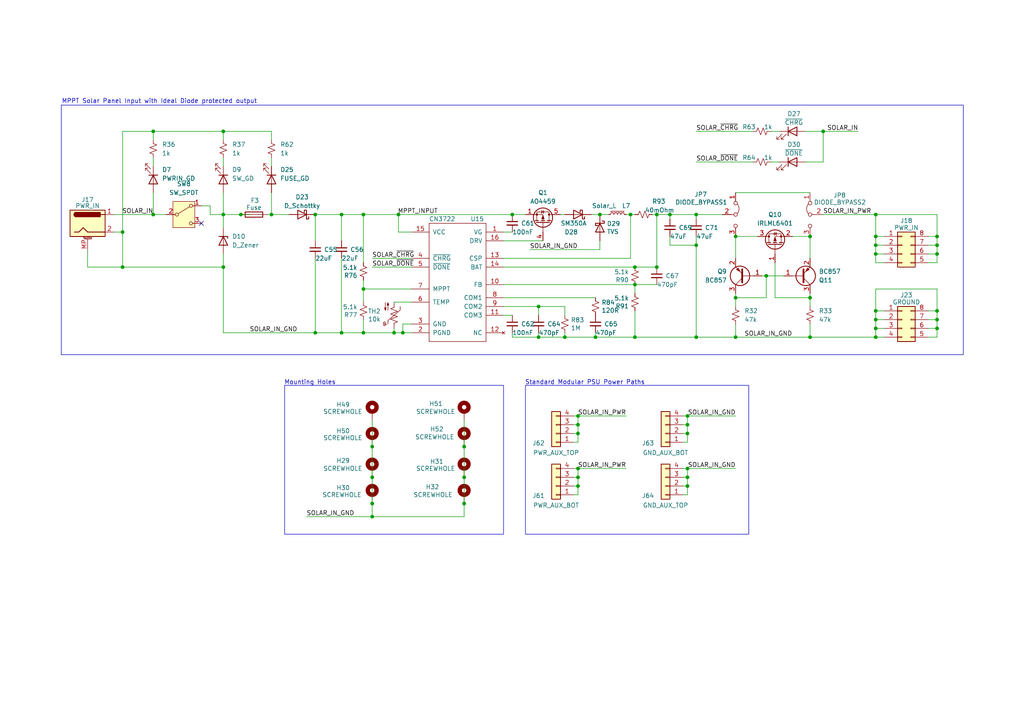
<source format=kicad_sch>
(kicad_sch
	(version 20250114)
	(generator "eeschema")
	(generator_version "9.0")
	(uuid "ecf3934a-98b8-47a3-9c9c-b3107207c659")
	(paper "A4")
	(title_block
		(title "Modular PSU")
		(company "DanWave Design")
		(comment 1 "Design By: Daniel Manla")
		(comment 2 "Open Hardware")
	)
	(lib_symbols
		(symbol "Connector:Barrel_Jack_MountingPin"
			(pin_names
				(hide yes)
			)
			(exclude_from_sim no)
			(in_bom yes)
			(on_board yes)
			(property "Reference" "J"
				(at 0 5.334 0)
				(effects
					(font
						(size 1.27 1.27)
					)
				)
			)
			(property "Value" "Barrel_Jack_MountingPin"
				(at 1.27 -6.35 0)
				(effects
					(font
						(size 1.27 1.27)
					)
					(justify left)
				)
			)
			(property "Footprint" ""
				(at 1.27 -1.016 0)
				(effects
					(font
						(size 1.27 1.27)
					)
					(hide yes)
				)
			)
			(property "Datasheet" "~"
				(at 1.27 -1.016 0)
				(effects
					(font
						(size 1.27 1.27)
					)
					(hide yes)
				)
			)
			(property "Description" "DC Barrel Jack with a mounting pin"
				(at 0 0 0)
				(effects
					(font
						(size 1.27 1.27)
					)
					(hide yes)
				)
			)
			(property "ki_keywords" "DC power barrel jack connector"
				(at 0 0 0)
				(effects
					(font
						(size 1.27 1.27)
					)
					(hide yes)
				)
			)
			(property "ki_fp_filters" "BarrelJack*"
				(at 0 0 0)
				(effects
					(font
						(size 1.27 1.27)
					)
					(hide yes)
				)
			)
			(symbol "Barrel_Jack_MountingPin_0_1"
				(rectangle
					(start -5.08 3.81)
					(end 5.08 -3.81)
					(stroke
						(width 0.254)
						(type default)
					)
					(fill
						(type background)
					)
				)
				(polyline
					(pts
						(xy -3.81 -2.54) (xy -2.54 -2.54) (xy -1.27 -1.27) (xy 0 -2.54) (xy 2.54 -2.54) (xy 5.08 -2.54)
					)
					(stroke
						(width 0.254)
						(type default)
					)
					(fill
						(type none)
					)
				)
				(arc
					(start -3.302 1.905)
					(mid -3.9343 2.54)
					(end -3.302 3.175)
					(stroke
						(width 0.254)
						(type default)
					)
					(fill
						(type none)
					)
				)
				(arc
					(start -3.302 1.905)
					(mid -3.9343 2.54)
					(end -3.302 3.175)
					(stroke
						(width 0.254)
						(type default)
					)
					(fill
						(type outline)
					)
				)
				(rectangle
					(start 3.683 3.175)
					(end -3.302 1.905)
					(stroke
						(width 0.254)
						(type default)
					)
					(fill
						(type outline)
					)
				)
				(polyline
					(pts
						(xy 5.08 2.54) (xy 3.81 2.54)
					)
					(stroke
						(width 0.254)
						(type default)
					)
					(fill
						(type none)
					)
				)
			)
			(symbol "Barrel_Jack_MountingPin_1_1"
				(polyline
					(pts
						(xy -1.016 -4.572) (xy 1.016 -4.572)
					)
					(stroke
						(width 0.1524)
						(type default)
					)
					(fill
						(type none)
					)
				)
				(text "Mounting"
					(at 0 -4.191 0)
					(effects
						(font
							(size 0.381 0.381)
						)
					)
				)
				(pin passive line
					(at 0 -7.62 90)
					(length 3.048)
					(name "MountPin"
						(effects
							(font
								(size 1.27 1.27)
							)
						)
					)
					(number "MP"
						(effects
							(font
								(size 1.27 1.27)
							)
						)
					)
				)
				(pin passive line
					(at 7.62 2.54 180)
					(length 2.54)
					(name "~"
						(effects
							(font
								(size 1.27 1.27)
							)
						)
					)
					(number "1"
						(effects
							(font
								(size 1.27 1.27)
							)
						)
					)
				)
				(pin passive line
					(at 7.62 -2.54 180)
					(length 2.54)
					(name "~"
						(effects
							(font
								(size 1.27 1.27)
							)
						)
					)
					(number "2"
						(effects
							(font
								(size 1.27 1.27)
							)
						)
					)
				)
			)
			(embedded_fonts no)
		)
		(symbol "Connector_Generic:Conn_01x04"
			(pin_names
				(offset 1.016)
				(hide yes)
			)
			(exclude_from_sim no)
			(in_bom yes)
			(on_board yes)
			(property "Reference" "J"
				(at 0 5.08 0)
				(effects
					(font
						(size 1.27 1.27)
					)
				)
			)
			(property "Value" "Conn_01x04"
				(at 0 -7.62 0)
				(effects
					(font
						(size 1.27 1.27)
					)
				)
			)
			(property "Footprint" ""
				(at 0 0 0)
				(effects
					(font
						(size 1.27 1.27)
					)
					(hide yes)
				)
			)
			(property "Datasheet" "~"
				(at 0 0 0)
				(effects
					(font
						(size 1.27 1.27)
					)
					(hide yes)
				)
			)
			(property "Description" "Generic connector, single row, 01x04, script generated (kicad-library-utils/schlib/autogen/connector/)"
				(at 0 0 0)
				(effects
					(font
						(size 1.27 1.27)
					)
					(hide yes)
				)
			)
			(property "ki_keywords" "connector"
				(at 0 0 0)
				(effects
					(font
						(size 1.27 1.27)
					)
					(hide yes)
				)
			)
			(property "ki_fp_filters" "Connector*:*_1x??_*"
				(at 0 0 0)
				(effects
					(font
						(size 1.27 1.27)
					)
					(hide yes)
				)
			)
			(symbol "Conn_01x04_1_1"
				(rectangle
					(start -1.27 3.81)
					(end 1.27 -6.35)
					(stroke
						(width 0.254)
						(type default)
					)
					(fill
						(type background)
					)
				)
				(rectangle
					(start -1.27 2.667)
					(end 0 2.413)
					(stroke
						(width 0.1524)
						(type default)
					)
					(fill
						(type none)
					)
				)
				(rectangle
					(start -1.27 0.127)
					(end 0 -0.127)
					(stroke
						(width 0.1524)
						(type default)
					)
					(fill
						(type none)
					)
				)
				(rectangle
					(start -1.27 -2.413)
					(end 0 -2.667)
					(stroke
						(width 0.1524)
						(type default)
					)
					(fill
						(type none)
					)
				)
				(rectangle
					(start -1.27 -4.953)
					(end 0 -5.207)
					(stroke
						(width 0.1524)
						(type default)
					)
					(fill
						(type none)
					)
				)
				(pin passive line
					(at -5.08 2.54 0)
					(length 3.81)
					(name "Pin_1"
						(effects
							(font
								(size 1.27 1.27)
							)
						)
					)
					(number "1"
						(effects
							(font
								(size 1.27 1.27)
							)
						)
					)
				)
				(pin passive line
					(at -5.08 0 0)
					(length 3.81)
					(name "Pin_2"
						(effects
							(font
								(size 1.27 1.27)
							)
						)
					)
					(number "2"
						(effects
							(font
								(size 1.27 1.27)
							)
						)
					)
				)
				(pin passive line
					(at -5.08 -2.54 0)
					(length 3.81)
					(name "Pin_3"
						(effects
							(font
								(size 1.27 1.27)
							)
						)
					)
					(number "3"
						(effects
							(font
								(size 1.27 1.27)
							)
						)
					)
				)
				(pin passive line
					(at -5.08 -5.08 0)
					(length 3.81)
					(name "Pin_4"
						(effects
							(font
								(size 1.27 1.27)
							)
						)
					)
					(number "4"
						(effects
							(font
								(size 1.27 1.27)
							)
						)
					)
				)
			)
			(embedded_fonts no)
		)
		(symbol "Connector_Generic:Conn_02x04_Counter_Clockwise"
			(pin_names
				(offset 1.016)
				(hide yes)
			)
			(exclude_from_sim no)
			(in_bom yes)
			(on_board yes)
			(property "Reference" "J"
				(at 1.27 5.08 0)
				(effects
					(font
						(size 1.27 1.27)
					)
				)
			)
			(property "Value" "Conn_02x04_Counter_Clockwise"
				(at 1.27 -7.62 0)
				(effects
					(font
						(size 1.27 1.27)
					)
				)
			)
			(property "Footprint" ""
				(at 0 0 0)
				(effects
					(font
						(size 1.27 1.27)
					)
					(hide yes)
				)
			)
			(property "Datasheet" "~"
				(at 0 0 0)
				(effects
					(font
						(size 1.27 1.27)
					)
					(hide yes)
				)
			)
			(property "Description" "Generic connector, double row, 02x04, counter clockwise pin numbering scheme (similar to DIP package numbering), script generated (kicad-library-utils/schlib/autogen/connector/)"
				(at 0 0 0)
				(effects
					(font
						(size 1.27 1.27)
					)
					(hide yes)
				)
			)
			(property "ki_keywords" "connector"
				(at 0 0 0)
				(effects
					(font
						(size 1.27 1.27)
					)
					(hide yes)
				)
			)
			(property "ki_fp_filters" "Connector*:*_2x??_*"
				(at 0 0 0)
				(effects
					(font
						(size 1.27 1.27)
					)
					(hide yes)
				)
			)
			(symbol "Conn_02x04_Counter_Clockwise_1_1"
				(rectangle
					(start -1.27 3.81)
					(end 3.81 -6.35)
					(stroke
						(width 0.254)
						(type default)
					)
					(fill
						(type background)
					)
				)
				(rectangle
					(start -1.27 2.667)
					(end 0 2.413)
					(stroke
						(width 0.1524)
						(type default)
					)
					(fill
						(type none)
					)
				)
				(rectangle
					(start -1.27 0.127)
					(end 0 -0.127)
					(stroke
						(width 0.1524)
						(type default)
					)
					(fill
						(type none)
					)
				)
				(rectangle
					(start -1.27 -2.413)
					(end 0 -2.667)
					(stroke
						(width 0.1524)
						(type default)
					)
					(fill
						(type none)
					)
				)
				(rectangle
					(start -1.27 -4.953)
					(end 0 -5.207)
					(stroke
						(width 0.1524)
						(type default)
					)
					(fill
						(type none)
					)
				)
				(rectangle
					(start 3.81 2.667)
					(end 2.54 2.413)
					(stroke
						(width 0.1524)
						(type default)
					)
					(fill
						(type none)
					)
				)
				(rectangle
					(start 3.81 0.127)
					(end 2.54 -0.127)
					(stroke
						(width 0.1524)
						(type default)
					)
					(fill
						(type none)
					)
				)
				(rectangle
					(start 3.81 -2.413)
					(end 2.54 -2.667)
					(stroke
						(width 0.1524)
						(type default)
					)
					(fill
						(type none)
					)
				)
				(rectangle
					(start 3.81 -4.953)
					(end 2.54 -5.207)
					(stroke
						(width 0.1524)
						(type default)
					)
					(fill
						(type none)
					)
				)
				(pin passive line
					(at -5.08 2.54 0)
					(length 3.81)
					(name "Pin_1"
						(effects
							(font
								(size 1.27 1.27)
							)
						)
					)
					(number "1"
						(effects
							(font
								(size 1.27 1.27)
							)
						)
					)
				)
				(pin passive line
					(at -5.08 0 0)
					(length 3.81)
					(name "Pin_2"
						(effects
							(font
								(size 1.27 1.27)
							)
						)
					)
					(number "2"
						(effects
							(font
								(size 1.27 1.27)
							)
						)
					)
				)
				(pin passive line
					(at -5.08 -2.54 0)
					(length 3.81)
					(name "Pin_3"
						(effects
							(font
								(size 1.27 1.27)
							)
						)
					)
					(number "3"
						(effects
							(font
								(size 1.27 1.27)
							)
						)
					)
				)
				(pin passive line
					(at -5.08 -5.08 0)
					(length 3.81)
					(name "Pin_4"
						(effects
							(font
								(size 1.27 1.27)
							)
						)
					)
					(number "4"
						(effects
							(font
								(size 1.27 1.27)
							)
						)
					)
				)
				(pin passive line
					(at 7.62 2.54 180)
					(length 3.81)
					(name "Pin_8"
						(effects
							(font
								(size 1.27 1.27)
							)
						)
					)
					(number "8"
						(effects
							(font
								(size 1.27 1.27)
							)
						)
					)
				)
				(pin passive line
					(at 7.62 0 180)
					(length 3.81)
					(name "Pin_7"
						(effects
							(font
								(size 1.27 1.27)
							)
						)
					)
					(number "7"
						(effects
							(font
								(size 1.27 1.27)
							)
						)
					)
				)
				(pin passive line
					(at 7.62 -2.54 180)
					(length 3.81)
					(name "Pin_6"
						(effects
							(font
								(size 1.27 1.27)
							)
						)
					)
					(number "6"
						(effects
							(font
								(size 1.27 1.27)
							)
						)
					)
				)
				(pin passive line
					(at 7.62 -5.08 180)
					(length 3.81)
					(name "Pin_5"
						(effects
							(font
								(size 1.27 1.27)
							)
						)
					)
					(number "5"
						(effects
							(font
								(size 1.27 1.27)
							)
						)
					)
				)
			)
			(embedded_fonts no)
		)
		(symbol "DC-DC_Converters:CN3722"
			(pin_names
				(offset 1.016)
			)
			(exclude_from_sim no)
			(in_bom yes)
			(on_board yes)
			(property "Reference" "U"
				(at 0 0 0)
				(effects
					(font
						(size 1.27 1.27)
					)
				)
			)
			(property "Value" "CN3722"
				(at 0 2.54 0)
				(effects
					(font
						(size 1.27 1.27)
					)
				)
			)
			(property "Footprint" "Package_SO:TSSOP-16_4.4x5mm_P0.65mm"
				(at 0 0 0)
				(effects
					(font
						(size 1.27 1.27)
					)
					(hide yes)
				)
			)
			(property "Datasheet" "http://www.consonance-elec.com/pdf/datasheet/DSE-CN3722.pdf"
				(at 0 0 0)
				(effects
					(font
						(size 1.27 1.27)
					)
					(hide yes)
				)
			)
			(property "Description" "MPPT Battery Charger; Solar Charging; Up to 5A Charge Current; Multi-cell and Single-cell batteries"
				(at 0 0 0)
				(effects
					(font
						(size 1.27 1.27)
					)
					(hide yes)
				)
			)
			(property "ki_keywords" "MPPT Battery Charge Charger Solar 5A Single-Cell 1S 2S 3S"
				(at 0 0 0)
				(effects
					(font
						(size 1.27 1.27)
					)
					(hide yes)
				)
			)
			(symbol "CN3722_0_1"
				(rectangle
					(start -8.89 -2.54)
					(end 7.62 -36.83)
					(stroke
						(width 0)
						(type default)
					)
					(fill
						(type none)
					)
				)
			)
			(symbol "CN3722_1_1"
				(pin power_in line
					(at -13.97 -5.08 0)
					(length 5.08)
					(name "VCC"
						(effects
							(font
								(size 1.27 1.27)
							)
						)
					)
					(number "15"
						(effects
							(font
								(size 1.27 1.27)
							)
						)
					)
				)
				(pin open_collector line
					(at -13.97 -12.7 0)
					(length 5.08)
					(name "~{CHRG}"
						(effects
							(font
								(size 1.27 1.27)
							)
						)
					)
					(number "4"
						(effects
							(font
								(size 1.27 1.27)
							)
						)
					)
				)
				(pin open_collector line
					(at -13.97 -15.24 0)
					(length 5.08)
					(name "~{DONE}"
						(effects
							(font
								(size 1.27 1.27)
							)
						)
					)
					(number "5"
						(effects
							(font
								(size 1.27 1.27)
							)
						)
					)
				)
				(pin input line
					(at -13.97 -21.59 0)
					(length 5.08)
					(name "MPPT"
						(effects
							(font
								(size 1.27 1.27)
							)
						)
					)
					(number "7"
						(effects
							(font
								(size 1.27 1.27)
							)
						)
					)
				)
				(pin input line
					(at -13.97 -25.4 0)
					(length 5.08)
					(name "TEMP"
						(effects
							(font
								(size 1.27 1.27)
							)
						)
					)
					(number "6"
						(effects
							(font
								(size 1.27 1.27)
							)
						)
					)
				)
				(pin power_out line
					(at -13.97 -31.75 0)
					(length 5.08)
					(name "GND"
						(effects
							(font
								(size 1.27 1.27)
							)
						)
					)
					(number "3"
						(effects
							(font
								(size 1.27 1.27)
							)
						)
					)
				)
				(pin power_out line
					(at -13.97 -34.29 0)
					(length 5.08)
					(name "PGND"
						(effects
							(font
								(size 1.27 1.27)
							)
						)
					)
					(number "2"
						(effects
							(font
								(size 1.27 1.27)
							)
						)
					)
				)
				(pin input line
					(at 12.7 -5.08 180)
					(length 5.08)
					(name "VG"
						(effects
							(font
								(size 1.27 1.27)
							)
						)
					)
					(number "1"
						(effects
							(font
								(size 1.27 1.27)
							)
						)
					)
				)
				(pin output line
					(at 12.7 -7.62 180)
					(length 5.08)
					(name "DRV"
						(effects
							(font
								(size 1.27 1.27)
							)
						)
					)
					(number "16"
						(effects
							(font
								(size 1.27 1.27)
							)
						)
					)
				)
				(pin input line
					(at 12.7 -12.7 180)
					(length 5.08)
					(name "CSP"
						(effects
							(font
								(size 1.27 1.27)
							)
						)
					)
					(number "13"
						(effects
							(font
								(size 1.27 1.27)
							)
						)
					)
				)
				(pin input line
					(at 12.7 -15.24 180)
					(length 5.08)
					(name "BAT"
						(effects
							(font
								(size 1.27 1.27)
							)
						)
					)
					(number "14"
						(effects
							(font
								(size 1.27 1.27)
							)
						)
					)
				)
				(pin input line
					(at 12.7 -20.32 180)
					(length 5.08)
					(name "FB"
						(effects
							(font
								(size 1.27 1.27)
							)
						)
					)
					(number "10"
						(effects
							(font
								(size 1.27 1.27)
							)
						)
					)
				)
				(pin input line
					(at 12.7 -24.13 180)
					(length 5.08)
					(name "COM1"
						(effects
							(font
								(size 1.27 1.27)
							)
						)
					)
					(number "8"
						(effects
							(font
								(size 1.27 1.27)
							)
						)
					)
				)
				(pin input line
					(at 12.7 -26.67 180)
					(length 5.08)
					(name "COM2"
						(effects
							(font
								(size 1.27 1.27)
							)
						)
					)
					(number "9"
						(effects
							(font
								(size 1.27 1.27)
							)
						)
					)
				)
				(pin input line
					(at 12.7 -29.21 180)
					(length 5.08)
					(name "COM3"
						(effects
							(font
								(size 1.27 1.27)
							)
						)
					)
					(number "11"
						(effects
							(font
								(size 1.27 1.27)
							)
						)
					)
				)
				(pin no_connect line
					(at 12.7 -34.29 180)
					(length 5.08)
					(name "NC"
						(effects
							(font
								(size 1.27 1.27)
							)
						)
					)
					(number "12"
						(effects
							(font
								(size 1.27 1.27)
							)
						)
					)
				)
			)
			(embedded_fonts no)
		)
		(symbol "Device:C_Small"
			(pin_numbers
				(hide yes)
			)
			(pin_names
				(offset 0.254)
				(hide yes)
			)
			(exclude_from_sim no)
			(in_bom yes)
			(on_board yes)
			(property "Reference" "C"
				(at 0.254 1.778 0)
				(effects
					(font
						(size 1.27 1.27)
					)
					(justify left)
				)
			)
			(property "Value" "C_Small"
				(at 0.254 -2.032 0)
				(effects
					(font
						(size 1.27 1.27)
					)
					(justify left)
				)
			)
			(property "Footprint" ""
				(at 0 0 0)
				(effects
					(font
						(size 1.27 1.27)
					)
					(hide yes)
				)
			)
			(property "Datasheet" "~"
				(at 0 0 0)
				(effects
					(font
						(size 1.27 1.27)
					)
					(hide yes)
				)
			)
			(property "Description" "Unpolarized capacitor, small symbol"
				(at 0 0 0)
				(effects
					(font
						(size 1.27 1.27)
					)
					(hide yes)
				)
			)
			(property "ki_keywords" "capacitor cap"
				(at 0 0 0)
				(effects
					(font
						(size 1.27 1.27)
					)
					(hide yes)
				)
			)
			(property "ki_fp_filters" "C_*"
				(at 0 0 0)
				(effects
					(font
						(size 1.27 1.27)
					)
					(hide yes)
				)
			)
			(symbol "C_Small_0_1"
				(polyline
					(pts
						(xy -1.524 0.508) (xy 1.524 0.508)
					)
					(stroke
						(width 0.3048)
						(type default)
					)
					(fill
						(type none)
					)
				)
				(polyline
					(pts
						(xy -1.524 -0.508) (xy 1.524 -0.508)
					)
					(stroke
						(width 0.3302)
						(type default)
					)
					(fill
						(type none)
					)
				)
			)
			(symbol "C_Small_1_1"
				(pin passive line
					(at 0 2.54 270)
					(length 2.032)
					(name "~"
						(effects
							(font
								(size 1.27 1.27)
							)
						)
					)
					(number "1"
						(effects
							(font
								(size 1.27 1.27)
							)
						)
					)
				)
				(pin passive line
					(at 0 -2.54 90)
					(length 2.032)
					(name "~"
						(effects
							(font
								(size 1.27 1.27)
							)
						)
					)
					(number "2"
						(effects
							(font
								(size 1.27 1.27)
							)
						)
					)
				)
			)
			(embedded_fonts no)
		)
		(symbol "Device:D_Schottky"
			(pin_numbers
				(hide yes)
			)
			(pin_names
				(offset 1.016)
				(hide yes)
			)
			(exclude_from_sim no)
			(in_bom yes)
			(on_board yes)
			(property "Reference" "D"
				(at 0 2.54 0)
				(effects
					(font
						(size 1.27 1.27)
					)
				)
			)
			(property "Value" "D_Schottky"
				(at 0 -2.54 0)
				(effects
					(font
						(size 1.27 1.27)
					)
				)
			)
			(property "Footprint" ""
				(at 0 0 0)
				(effects
					(font
						(size 1.27 1.27)
					)
					(hide yes)
				)
			)
			(property "Datasheet" "~"
				(at 0 0 0)
				(effects
					(font
						(size 1.27 1.27)
					)
					(hide yes)
				)
			)
			(property "Description" "Schottky diode"
				(at 0 0 0)
				(effects
					(font
						(size 1.27 1.27)
					)
					(hide yes)
				)
			)
			(property "ki_keywords" "diode Schottky"
				(at 0 0 0)
				(effects
					(font
						(size 1.27 1.27)
					)
					(hide yes)
				)
			)
			(property "ki_fp_filters" "TO-???* *_Diode_* *SingleDiode* D_*"
				(at 0 0 0)
				(effects
					(font
						(size 1.27 1.27)
					)
					(hide yes)
				)
			)
			(symbol "D_Schottky_0_1"
				(polyline
					(pts
						(xy -1.905 0.635) (xy -1.905 1.27) (xy -1.27 1.27) (xy -1.27 -1.27) (xy -0.635 -1.27) (xy -0.635 -0.635)
					)
					(stroke
						(width 0.254)
						(type default)
					)
					(fill
						(type none)
					)
				)
				(polyline
					(pts
						(xy 1.27 1.27) (xy 1.27 -1.27) (xy -1.27 0) (xy 1.27 1.27)
					)
					(stroke
						(width 0.254)
						(type default)
					)
					(fill
						(type none)
					)
				)
				(polyline
					(pts
						(xy 1.27 0) (xy -1.27 0)
					)
					(stroke
						(width 0)
						(type default)
					)
					(fill
						(type none)
					)
				)
			)
			(symbol "D_Schottky_1_1"
				(pin passive line
					(at -3.81 0 0)
					(length 2.54)
					(name "K"
						(effects
							(font
								(size 1.27 1.27)
							)
						)
					)
					(number "1"
						(effects
							(font
								(size 1.27 1.27)
							)
						)
					)
				)
				(pin passive line
					(at 3.81 0 180)
					(length 2.54)
					(name "A"
						(effects
							(font
								(size 1.27 1.27)
							)
						)
					)
					(number "2"
						(effects
							(font
								(size 1.27 1.27)
							)
						)
					)
				)
			)
			(embedded_fonts no)
		)
		(symbol "Device:D_Zener"
			(pin_numbers
				(hide yes)
			)
			(pin_names
				(offset 1.016)
				(hide yes)
			)
			(exclude_from_sim no)
			(in_bom yes)
			(on_board yes)
			(property "Reference" "D"
				(at 0 2.54 0)
				(effects
					(font
						(size 1.27 1.27)
					)
				)
			)
			(property "Value" "D_Zener"
				(at 0 -2.54 0)
				(effects
					(font
						(size 1.27 1.27)
					)
				)
			)
			(property "Footprint" ""
				(at 0 0 0)
				(effects
					(font
						(size 1.27 1.27)
					)
					(hide yes)
				)
			)
			(property "Datasheet" "~"
				(at 0 0 0)
				(effects
					(font
						(size 1.27 1.27)
					)
					(hide yes)
				)
			)
			(property "Description" "Zener diode"
				(at 0 0 0)
				(effects
					(font
						(size 1.27 1.27)
					)
					(hide yes)
				)
			)
			(property "ki_keywords" "diode"
				(at 0 0 0)
				(effects
					(font
						(size 1.27 1.27)
					)
					(hide yes)
				)
			)
			(property "ki_fp_filters" "TO-???* *_Diode_* *SingleDiode* D_*"
				(at 0 0 0)
				(effects
					(font
						(size 1.27 1.27)
					)
					(hide yes)
				)
			)
			(symbol "D_Zener_0_1"
				(polyline
					(pts
						(xy -1.27 -1.27) (xy -1.27 1.27) (xy -0.762 1.27)
					)
					(stroke
						(width 0.254)
						(type default)
					)
					(fill
						(type none)
					)
				)
				(polyline
					(pts
						(xy 1.27 0) (xy -1.27 0)
					)
					(stroke
						(width 0)
						(type default)
					)
					(fill
						(type none)
					)
				)
				(polyline
					(pts
						(xy 1.27 -1.27) (xy 1.27 1.27) (xy -1.27 0) (xy 1.27 -1.27)
					)
					(stroke
						(width 0.254)
						(type default)
					)
					(fill
						(type none)
					)
				)
			)
			(symbol "D_Zener_1_1"
				(pin passive line
					(at -3.81 0 0)
					(length 2.54)
					(name "K"
						(effects
							(font
								(size 1.27 1.27)
							)
						)
					)
					(number "1"
						(effects
							(font
								(size 1.27 1.27)
							)
						)
					)
				)
				(pin passive line
					(at 3.81 0 180)
					(length 2.54)
					(name "A"
						(effects
							(font
								(size 1.27 1.27)
							)
						)
					)
					(number "2"
						(effects
							(font
								(size 1.27 1.27)
							)
						)
					)
				)
			)
			(embedded_fonts no)
		)
		(symbol "Device:Fuse"
			(pin_numbers
				(hide yes)
			)
			(pin_names
				(offset 0)
			)
			(exclude_from_sim no)
			(in_bom yes)
			(on_board yes)
			(property "Reference" "F"
				(at 2.032 0 90)
				(effects
					(font
						(size 1.27 1.27)
					)
				)
			)
			(property "Value" "Fuse"
				(at -1.905 0 90)
				(effects
					(font
						(size 1.27 1.27)
					)
				)
			)
			(property "Footprint" ""
				(at -1.778 0 90)
				(effects
					(font
						(size 1.27 1.27)
					)
					(hide yes)
				)
			)
			(property "Datasheet" "~"
				(at 0 0 0)
				(effects
					(font
						(size 1.27 1.27)
					)
					(hide yes)
				)
			)
			(property "Description" "Fuse"
				(at 0 0 0)
				(effects
					(font
						(size 1.27 1.27)
					)
					(hide yes)
				)
			)
			(property "ki_keywords" "fuse"
				(at 0 0 0)
				(effects
					(font
						(size 1.27 1.27)
					)
					(hide yes)
				)
			)
			(property "ki_fp_filters" "*Fuse*"
				(at 0 0 0)
				(effects
					(font
						(size 1.27 1.27)
					)
					(hide yes)
				)
			)
			(symbol "Fuse_0_1"
				(rectangle
					(start -0.762 -2.54)
					(end 0.762 2.54)
					(stroke
						(width 0.254)
						(type default)
					)
					(fill
						(type none)
					)
				)
				(polyline
					(pts
						(xy 0 2.54) (xy 0 -2.54)
					)
					(stroke
						(width 0)
						(type default)
					)
					(fill
						(type none)
					)
				)
			)
			(symbol "Fuse_1_1"
				(pin passive line
					(at 0 3.81 270)
					(length 1.27)
					(name "~"
						(effects
							(font
								(size 1.27 1.27)
							)
						)
					)
					(number "1"
						(effects
							(font
								(size 1.27 1.27)
							)
						)
					)
				)
				(pin passive line
					(at 0 -3.81 90)
					(length 1.27)
					(name "~"
						(effects
							(font
								(size 1.27 1.27)
							)
						)
					)
					(number "2"
						(effects
							(font
								(size 1.27 1.27)
							)
						)
					)
				)
			)
			(embedded_fonts no)
		)
		(symbol "Device:LED"
			(pin_numbers
				(hide yes)
			)
			(pin_names
				(offset 1.016)
				(hide yes)
			)
			(exclude_from_sim no)
			(in_bom yes)
			(on_board yes)
			(property "Reference" "D"
				(at 0 2.54 0)
				(effects
					(font
						(size 1.27 1.27)
					)
				)
			)
			(property "Value" "LED"
				(at 0 -2.54 0)
				(effects
					(font
						(size 1.27 1.27)
					)
				)
			)
			(property "Footprint" ""
				(at 0 0 0)
				(effects
					(font
						(size 1.27 1.27)
					)
					(hide yes)
				)
			)
			(property "Datasheet" "~"
				(at 0 0 0)
				(effects
					(font
						(size 1.27 1.27)
					)
					(hide yes)
				)
			)
			(property "Description" "Light emitting diode"
				(at 0 0 0)
				(effects
					(font
						(size 1.27 1.27)
					)
					(hide yes)
				)
			)
			(property "Sim.Pins" "1=K 2=A"
				(at 0 0 0)
				(effects
					(font
						(size 1.27 1.27)
					)
					(hide yes)
				)
			)
			(property "ki_keywords" "LED diode"
				(at 0 0 0)
				(effects
					(font
						(size 1.27 1.27)
					)
					(hide yes)
				)
			)
			(property "ki_fp_filters" "LED* LED_SMD:* LED_THT:*"
				(at 0 0 0)
				(effects
					(font
						(size 1.27 1.27)
					)
					(hide yes)
				)
			)
			(symbol "LED_0_1"
				(polyline
					(pts
						(xy -3.048 -0.762) (xy -4.572 -2.286) (xy -3.81 -2.286) (xy -4.572 -2.286) (xy -4.572 -1.524)
					)
					(stroke
						(width 0)
						(type default)
					)
					(fill
						(type none)
					)
				)
				(polyline
					(pts
						(xy -1.778 -0.762) (xy -3.302 -2.286) (xy -2.54 -2.286) (xy -3.302 -2.286) (xy -3.302 -1.524)
					)
					(stroke
						(width 0)
						(type default)
					)
					(fill
						(type none)
					)
				)
				(polyline
					(pts
						(xy -1.27 0) (xy 1.27 0)
					)
					(stroke
						(width 0)
						(type default)
					)
					(fill
						(type none)
					)
				)
				(polyline
					(pts
						(xy -1.27 -1.27) (xy -1.27 1.27)
					)
					(stroke
						(width 0.254)
						(type default)
					)
					(fill
						(type none)
					)
				)
				(polyline
					(pts
						(xy 1.27 -1.27) (xy 1.27 1.27) (xy -1.27 0) (xy 1.27 -1.27)
					)
					(stroke
						(width 0.254)
						(type default)
					)
					(fill
						(type none)
					)
				)
			)
			(symbol "LED_1_1"
				(pin passive line
					(at -3.81 0 0)
					(length 2.54)
					(name "K"
						(effects
							(font
								(size 1.27 1.27)
							)
						)
					)
					(number "1"
						(effects
							(font
								(size 1.27 1.27)
							)
						)
					)
				)
				(pin passive line
					(at 3.81 0 180)
					(length 2.54)
					(name "A"
						(effects
							(font
								(size 1.27 1.27)
							)
						)
					)
					(number "2"
						(effects
							(font
								(size 1.27 1.27)
							)
						)
					)
				)
			)
			(embedded_fonts no)
		)
		(symbol "Device:L_Core_Ferrite_Small"
			(pin_numbers
				(hide yes)
			)
			(pin_names
				(offset 0.254)
				(hide yes)
			)
			(exclude_from_sim no)
			(in_bom yes)
			(on_board yes)
			(property "Reference" "L"
				(at 1.27 1.016 0)
				(effects
					(font
						(size 1.27 1.27)
					)
					(justify left)
				)
			)
			(property "Value" "Device_L_Core_Ferrite_Small"
				(at 1.27 -1.27 0)
				(effects
					(font
						(size 1.27 1.27)
					)
					(justify left)
				)
			)
			(property "Footprint" ""
				(at 0 0 0)
				(effects
					(font
						(size 1.27 1.27)
					)
					(hide yes)
				)
			)
			(property "Datasheet" ""
				(at 0 0 0)
				(effects
					(font
						(size 1.27 1.27)
					)
					(hide yes)
				)
			)
			(property "Description" ""
				(at 0 0 0)
				(effects
					(font
						(size 1.27 1.27)
					)
					(hide yes)
				)
			)
			(property "ki_fp_filters" "Choke_* *Coil* Inductor_* L_*"
				(at 0 0 0)
				(effects
					(font
						(size 1.27 1.27)
					)
					(hide yes)
				)
			)
			(symbol "L_Core_Ferrite_Small_0_1"
				(arc
					(start 0 2.032)
					(mid 0.5058 1.524)
					(end 0 1.016)
					(stroke
						(width 0)
						(type default)
					)
					(fill
						(type none)
					)
				)
				(arc
					(start 0 1.016)
					(mid 0.5058 0.508)
					(end 0 0)
					(stroke
						(width 0)
						(type default)
					)
					(fill
						(type none)
					)
				)
				(arc
					(start 0 0)
					(mid 0.5058 -0.508)
					(end 0 -1.016)
					(stroke
						(width 0)
						(type default)
					)
					(fill
						(type none)
					)
				)
				(arc
					(start 0 -1.016)
					(mid 0.5058 -1.524)
					(end 0 -2.032)
					(stroke
						(width 0)
						(type default)
					)
					(fill
						(type none)
					)
				)
				(polyline
					(pts
						(xy 0.762 1.651) (xy 0.762 1.905)
					)
					(stroke
						(width 0)
						(type default)
					)
					(fill
						(type none)
					)
				)
				(polyline
					(pts
						(xy 0.762 1.143) (xy 0.762 1.397)
					)
					(stroke
						(width 0)
						(type default)
					)
					(fill
						(type none)
					)
				)
				(polyline
					(pts
						(xy 0.762 0.635) (xy 0.762 0.889)
					)
					(stroke
						(width 0)
						(type default)
					)
					(fill
						(type none)
					)
				)
				(polyline
					(pts
						(xy 0.762 0.127) (xy 0.762 0.381)
					)
					(stroke
						(width 0)
						(type default)
					)
					(fill
						(type none)
					)
				)
				(polyline
					(pts
						(xy 0.762 -0.381) (xy 0.762 -0.127)
					)
					(stroke
						(width 0)
						(type default)
					)
					(fill
						(type none)
					)
				)
				(polyline
					(pts
						(xy 0.762 -0.889) (xy 0.762 -0.635)
					)
					(stroke
						(width 0)
						(type default)
					)
					(fill
						(type none)
					)
				)
				(polyline
					(pts
						(xy 0.762 -1.397) (xy 0.762 -1.143)
					)
					(stroke
						(width 0)
						(type default)
					)
					(fill
						(type none)
					)
				)
				(polyline
					(pts
						(xy 0.762 -1.905) (xy 0.762 -1.651)
					)
					(stroke
						(width 0)
						(type default)
					)
					(fill
						(type none)
					)
				)
				(polyline
					(pts
						(xy 1.016 1.905) (xy 1.016 1.651)
					)
					(stroke
						(width 0)
						(type default)
					)
					(fill
						(type none)
					)
				)
				(polyline
					(pts
						(xy 1.016 1.397) (xy 1.016 1.143)
					)
					(stroke
						(width 0)
						(type default)
					)
					(fill
						(type none)
					)
				)
				(polyline
					(pts
						(xy 1.016 0.889) (xy 1.016 0.635)
					)
					(stroke
						(width 0)
						(type default)
					)
					(fill
						(type none)
					)
				)
				(polyline
					(pts
						(xy 1.016 0.381) (xy 1.016 0.127)
					)
					(stroke
						(width 0)
						(type default)
					)
					(fill
						(type none)
					)
				)
				(polyline
					(pts
						(xy 1.016 -0.127) (xy 1.016 -0.381)
					)
					(stroke
						(width 0)
						(type default)
					)
					(fill
						(type none)
					)
				)
				(polyline
					(pts
						(xy 1.016 -0.635) (xy 1.016 -0.889)
					)
					(stroke
						(width 0)
						(type default)
					)
					(fill
						(type none)
					)
				)
				(polyline
					(pts
						(xy 1.016 -1.143) (xy 1.016 -1.397)
					)
					(stroke
						(width 0)
						(type default)
					)
					(fill
						(type none)
					)
				)
				(polyline
					(pts
						(xy 1.016 -1.651) (xy 1.016 -1.905)
					)
					(stroke
						(width 0)
						(type default)
					)
					(fill
						(type none)
					)
				)
			)
			(symbol "L_Core_Ferrite_Small_1_1"
				(pin passive line
					(at 0 2.54 270)
					(length 0.508)
					(name "~"
						(effects
							(font
								(size 1.27 1.27)
							)
						)
					)
					(number "1"
						(effects
							(font
								(size 1.27 1.27)
							)
						)
					)
				)
				(pin passive line
					(at 0 -2.54 90)
					(length 0.508)
					(name "~"
						(effects
							(font
								(size 1.27 1.27)
							)
						)
					)
					(number "2"
						(effects
							(font
								(size 1.27 1.27)
							)
						)
					)
				)
			)
			(embedded_fonts no)
		)
		(symbol "Device:R_Small_US"
			(pin_numbers
				(hide yes)
			)
			(pin_names
				(offset 0.254)
				(hide yes)
			)
			(exclude_from_sim no)
			(in_bom yes)
			(on_board yes)
			(property "Reference" "R"
				(at 0.762 0.508 0)
				(effects
					(font
						(size 1.27 1.27)
					)
					(justify left)
				)
			)
			(property "Value" "R_Small_US"
				(at 0.762 -1.016 0)
				(effects
					(font
						(size 1.27 1.27)
					)
					(justify left)
				)
			)
			(property "Footprint" ""
				(at 0 0 0)
				(effects
					(font
						(size 1.27 1.27)
					)
					(hide yes)
				)
			)
			(property "Datasheet" "~"
				(at 0 0 0)
				(effects
					(font
						(size 1.27 1.27)
					)
					(hide yes)
				)
			)
			(property "Description" "Resistor, small US symbol"
				(at 0 0 0)
				(effects
					(font
						(size 1.27 1.27)
					)
					(hide yes)
				)
			)
			(property "ki_keywords" "r resistor"
				(at 0 0 0)
				(effects
					(font
						(size 1.27 1.27)
					)
					(hide yes)
				)
			)
			(property "ki_fp_filters" "R_*"
				(at 0 0 0)
				(effects
					(font
						(size 1.27 1.27)
					)
					(hide yes)
				)
			)
			(symbol "R_Small_US_1_1"
				(polyline
					(pts
						(xy 0 1.524) (xy 1.016 1.143) (xy 0 0.762) (xy -1.016 0.381) (xy 0 0)
					)
					(stroke
						(width 0)
						(type default)
					)
					(fill
						(type none)
					)
				)
				(polyline
					(pts
						(xy 0 0) (xy 1.016 -0.381) (xy 0 -0.762) (xy -1.016 -1.143) (xy 0 -1.524)
					)
					(stroke
						(width 0)
						(type default)
					)
					(fill
						(type none)
					)
				)
				(pin passive line
					(at 0 2.54 270)
					(length 1.016)
					(name "~"
						(effects
							(font
								(size 1.27 1.27)
							)
						)
					)
					(number "1"
						(effects
							(font
								(size 1.27 1.27)
							)
						)
					)
				)
				(pin passive line
					(at 0 -2.54 90)
					(length 1.016)
					(name "~"
						(effects
							(font
								(size 1.27 1.27)
							)
						)
					)
					(number "2"
						(effects
							(font
								(size 1.27 1.27)
							)
						)
					)
				)
			)
			(embedded_fonts no)
		)
		(symbol "Device:Thermistor_NTC_US"
			(pin_numbers
				(hide yes)
			)
			(pin_names
				(offset 0)
			)
			(exclude_from_sim no)
			(in_bom yes)
			(on_board yes)
			(property "Reference" "TH"
				(at -4.445 0 90)
				(effects
					(font
						(size 1.27 1.27)
					)
				)
			)
			(property "Value" "Thermistor_NTC_US"
				(at 3.175 0 90)
				(effects
					(font
						(size 1.27 1.27)
					)
				)
			)
			(property "Footprint" ""
				(at 0 1.27 0)
				(effects
					(font
						(size 1.27 1.27)
					)
					(hide yes)
				)
			)
			(property "Datasheet" "~"
				(at 0 1.27 0)
				(effects
					(font
						(size 1.27 1.27)
					)
					(hide yes)
				)
			)
			(property "Description" "Temperature dependent resistor, negative temperature coefficient, US symbol"
				(at 0 0 0)
				(effects
					(font
						(size 1.27 1.27)
					)
					(hide yes)
				)
			)
			(property "ki_keywords" "thermistor NTC resistor sensor RTD"
				(at 0 0 0)
				(effects
					(font
						(size 1.27 1.27)
					)
					(hide yes)
				)
			)
			(property "ki_fp_filters" "*NTC* *Thermistor* PIN?ARRAY* bornier* *Terminal?Block* R_*"
				(at 0 0 0)
				(effects
					(font
						(size 1.27 1.27)
					)
					(hide yes)
				)
			)
			(symbol "Thermistor_NTC_US_0_1"
				(arc
					(start -3.175 2.413)
					(mid -3.0505 2.3165)
					(end -3.048 2.159)
					(stroke
						(width 0)
						(type default)
					)
					(fill
						(type none)
					)
				)
				(arc
					(start -3.048 2.794)
					(mid -2.9736 2.9736)
					(end -2.794 3.048)
					(stroke
						(width 0)
						(type default)
					)
					(fill
						(type none)
					)
				)
				(arc
					(start -2.794 3.048)
					(mid -2.6144 2.9736)
					(end -2.54 2.794)
					(stroke
						(width 0)
						(type default)
					)
					(fill
						(type none)
					)
				)
				(arc
					(start -2.794 2.54)
					(mid -2.9736 2.6144)
					(end -3.048 2.794)
					(stroke
						(width 0)
						(type default)
					)
					(fill
						(type none)
					)
				)
				(arc
					(start -2.794 1.905)
					(mid -2.9736 1.9794)
					(end -3.048 2.159)
					(stroke
						(width 0)
						(type default)
					)
					(fill
						(type none)
					)
				)
				(arc
					(start -2.54 2.159)
					(mid -2.6144 1.9794)
					(end -2.794 1.905)
					(stroke
						(width 0)
						(type default)
					)
					(fill
						(type none)
					)
				)
				(arc
					(start -2.159 2.794)
					(mid -2.434 2.5608)
					(end -2.794 2.54)
					(stroke
						(width 0)
						(type default)
					)
					(fill
						(type none)
					)
				)
				(polyline
					(pts
						(xy -2.54 2.159) (xy -2.54 2.794)
					)
					(stroke
						(width 0)
						(type default)
					)
					(fill
						(type none)
					)
				)
				(polyline
					(pts
						(xy -2.54 -3.683) (xy -2.54 -1.397) (xy -2.794 -2.159) (xy -2.286 -2.159) (xy -2.54 -1.397) (xy -2.54 -1.651)
					)
					(stroke
						(width 0)
						(type default)
					)
					(fill
						(type outline)
					)
				)
				(polyline
					(pts
						(xy -1.778 2.54) (xy -1.778 1.524) (xy 1.778 -1.524) (xy 1.778 -2.54)
					)
					(stroke
						(width 0)
						(type default)
					)
					(fill
						(type none)
					)
				)
				(polyline
					(pts
						(xy -1.778 -1.397) (xy -1.778 -3.683) (xy -2.032 -2.921) (xy -1.524 -2.921) (xy -1.778 -3.683)
						(xy -1.778 -3.429)
					)
					(stroke
						(width 0)
						(type default)
					)
					(fill
						(type outline)
					)
				)
				(polyline
					(pts
						(xy 0 2.286) (xy 0 2.54)
					)
					(stroke
						(width 0)
						(type default)
					)
					(fill
						(type none)
					)
				)
				(polyline
					(pts
						(xy 0 2.286) (xy 1.016 1.905) (xy 0 1.524) (xy -1.016 1.143) (xy 0 0.762)
					)
					(stroke
						(width 0)
						(type default)
					)
					(fill
						(type none)
					)
				)
				(polyline
					(pts
						(xy 0 0.762) (xy 1.016 0.381) (xy 0 0) (xy -1.016 -0.381) (xy 0 -0.762)
					)
					(stroke
						(width 0)
						(type default)
					)
					(fill
						(type none)
					)
				)
				(polyline
					(pts
						(xy 0 -0.762) (xy 1.016 -1.143) (xy 0 -1.524) (xy -1.016 -1.905) (xy 0 -2.286)
					)
					(stroke
						(width 0)
						(type default)
					)
					(fill
						(type none)
					)
				)
				(polyline
					(pts
						(xy 0 -2.286) (xy 0 -2.54)
					)
					(stroke
						(width 0)
						(type default)
					)
					(fill
						(type none)
					)
				)
			)
			(symbol "Thermistor_NTC_US_1_1"
				(pin passive line
					(at 0 3.81 270)
					(length 1.27)
					(name "~"
						(effects
							(font
								(size 1.27 1.27)
							)
						)
					)
					(number "1"
						(effects
							(font
								(size 1.27 1.27)
							)
						)
					)
				)
				(pin passive line
					(at 0 -3.81 90)
					(length 1.27)
					(name "~"
						(effects
							(font
								(size 1.27 1.27)
							)
						)
					)
					(number "2"
						(effects
							(font
								(size 1.27 1.27)
							)
						)
					)
				)
			)
			(embedded_fonts no)
		)
		(symbol "Jumper:Jumper_3_Bridged12"
			(pin_names
				(offset 0)
				(hide yes)
			)
			(exclude_from_sim yes)
			(in_bom no)
			(on_board yes)
			(property "Reference" "JP"
				(at -2.54 -2.54 0)
				(effects
					(font
						(size 1.27 1.27)
					)
				)
			)
			(property "Value" "Jumper_3_Bridged12"
				(at 0 2.794 0)
				(effects
					(font
						(size 1.27 1.27)
					)
				)
			)
			(property "Footprint" ""
				(at 0 0 0)
				(effects
					(font
						(size 1.27 1.27)
					)
					(hide yes)
				)
			)
			(property "Datasheet" "~"
				(at 0 0 0)
				(effects
					(font
						(size 1.27 1.27)
					)
					(hide yes)
				)
			)
			(property "Description" "Jumper, 3-pole, pins 1+2 closed/bridged"
				(at 0 0 0)
				(effects
					(font
						(size 1.27 1.27)
					)
					(hide yes)
				)
			)
			(property "ki_keywords" "Jumper SPDT"
				(at 0 0 0)
				(effects
					(font
						(size 1.27 1.27)
					)
					(hide yes)
				)
			)
			(property "ki_fp_filters" "Jumper* TestPoint*3Pads* TestPoint*Bridge*"
				(at 0 0 0)
				(effects
					(font
						(size 1.27 1.27)
					)
					(hide yes)
				)
			)
			(symbol "Jumper_3_Bridged12_0_0"
				(circle
					(center -3.302 0)
					(radius 0.508)
					(stroke
						(width 0)
						(type default)
					)
					(fill
						(type none)
					)
				)
				(circle
					(center 0 0)
					(radius 0.508)
					(stroke
						(width 0)
						(type default)
					)
					(fill
						(type none)
					)
				)
				(circle
					(center 3.302 0)
					(radius 0.508)
					(stroke
						(width 0)
						(type default)
					)
					(fill
						(type none)
					)
				)
			)
			(symbol "Jumper_3_Bridged12_0_1"
				(arc
					(start -3.048 0.508)
					(mid -1.651 0.9912)
					(end -0.254 0.508)
					(stroke
						(width 0)
						(type default)
					)
					(fill
						(type none)
					)
				)
				(polyline
					(pts
						(xy 0 -1.27) (xy 0 -0.508)
					)
					(stroke
						(width 0)
						(type default)
					)
					(fill
						(type none)
					)
				)
			)
			(symbol "Jumper_3_Bridged12_1_1"
				(pin passive line
					(at -6.35 0 0)
					(length 2.54)
					(name "A"
						(effects
							(font
								(size 1.27 1.27)
							)
						)
					)
					(number "1"
						(effects
							(font
								(size 1.27 1.27)
							)
						)
					)
				)
				(pin passive line
					(at 0 -3.81 90)
					(length 2.54)
					(name "C"
						(effects
							(font
								(size 1.27 1.27)
							)
						)
					)
					(number "2"
						(effects
							(font
								(size 1.27 1.27)
							)
						)
					)
				)
				(pin passive line
					(at 6.35 0 180)
					(length 2.54)
					(name "B"
						(effects
							(font
								(size 1.27 1.27)
							)
						)
					)
					(number "3"
						(effects
							(font
								(size 1.27 1.27)
							)
						)
					)
				)
			)
			(embedded_fonts no)
		)
		(symbol "Mechanical:MountingHole_Pad"
			(pin_numbers
				(hide yes)
			)
			(pin_names
				(offset 1.016)
				(hide yes)
			)
			(exclude_from_sim yes)
			(in_bom no)
			(on_board yes)
			(property "Reference" "H"
				(at 0 6.35 0)
				(effects
					(font
						(size 1.27 1.27)
					)
				)
			)
			(property "Value" "MountingHole_Pad"
				(at 0 4.445 0)
				(effects
					(font
						(size 1.27 1.27)
					)
				)
			)
			(property "Footprint" ""
				(at 0 0 0)
				(effects
					(font
						(size 1.27 1.27)
					)
					(hide yes)
				)
			)
			(property "Datasheet" "~"
				(at 0 0 0)
				(effects
					(font
						(size 1.27 1.27)
					)
					(hide yes)
				)
			)
			(property "Description" "Mounting Hole with connection"
				(at 0 0 0)
				(effects
					(font
						(size 1.27 1.27)
					)
					(hide yes)
				)
			)
			(property "ki_keywords" "mounting hole"
				(at 0 0 0)
				(effects
					(font
						(size 1.27 1.27)
					)
					(hide yes)
				)
			)
			(property "ki_fp_filters" "MountingHole*Pad*"
				(at 0 0 0)
				(effects
					(font
						(size 1.27 1.27)
					)
					(hide yes)
				)
			)
			(symbol "MountingHole_Pad_0_1"
				(circle
					(center 0 1.27)
					(radius 1.27)
					(stroke
						(width 1.27)
						(type default)
					)
					(fill
						(type none)
					)
				)
			)
			(symbol "MountingHole_Pad_1_1"
				(pin input line
					(at 0 -2.54 90)
					(length 2.54)
					(name "1"
						(effects
							(font
								(size 1.27 1.27)
							)
						)
					)
					(number "1"
						(effects
							(font
								(size 1.27 1.27)
							)
						)
					)
				)
			)
			(embedded_fonts no)
		)
		(symbol "Switch:SW_SPDT"
			(pin_names
				(offset 0)
				(hide yes)
			)
			(exclude_from_sim no)
			(in_bom yes)
			(on_board yes)
			(property "Reference" "SW"
				(at 0 5.08 0)
				(effects
					(font
						(size 1.27 1.27)
					)
				)
			)
			(property "Value" "SW_SPDT"
				(at 0 -5.08 0)
				(effects
					(font
						(size 1.27 1.27)
					)
				)
			)
			(property "Footprint" ""
				(at 0 0 0)
				(effects
					(font
						(size 1.27 1.27)
					)
					(hide yes)
				)
			)
			(property "Datasheet" "~"
				(at 0 -7.62 0)
				(effects
					(font
						(size 1.27 1.27)
					)
					(hide yes)
				)
			)
			(property "Description" "Switch, single pole double throw"
				(at 0 0 0)
				(effects
					(font
						(size 1.27 1.27)
					)
					(hide yes)
				)
			)
			(property "ki_keywords" "switch single-pole double-throw spdt ON-ON"
				(at 0 0 0)
				(effects
					(font
						(size 1.27 1.27)
					)
					(hide yes)
				)
			)
			(symbol "SW_SPDT_0_1"
				(circle
					(center -2.032 0)
					(radius 0.4572)
					(stroke
						(width 0)
						(type default)
					)
					(fill
						(type none)
					)
				)
				(polyline
					(pts
						(xy -1.651 0.254) (xy 1.651 2.286)
					)
					(stroke
						(width 0)
						(type default)
					)
					(fill
						(type none)
					)
				)
				(circle
					(center 2.032 2.54)
					(radius 0.4572)
					(stroke
						(width 0)
						(type default)
					)
					(fill
						(type none)
					)
				)
				(circle
					(center 2.032 -2.54)
					(radius 0.4572)
					(stroke
						(width 0)
						(type default)
					)
					(fill
						(type none)
					)
				)
			)
			(symbol "SW_SPDT_1_1"
				(rectangle
					(start -3.175 3.81)
					(end 3.175 -3.81)
					(stroke
						(width 0)
						(type default)
					)
					(fill
						(type background)
					)
				)
				(pin passive line
					(at -5.08 0 0)
					(length 2.54)
					(name "B"
						(effects
							(font
								(size 1.27 1.27)
							)
						)
					)
					(number "2"
						(effects
							(font
								(size 1.27 1.27)
							)
						)
					)
				)
				(pin passive line
					(at 5.08 2.54 180)
					(length 2.54)
					(name "A"
						(effects
							(font
								(size 1.27 1.27)
							)
						)
					)
					(number "1"
						(effects
							(font
								(size 1.27 1.27)
							)
						)
					)
				)
				(pin passive line
					(at 5.08 -2.54 180)
					(length 2.54)
					(name "C"
						(effects
							(font
								(size 1.27 1.27)
							)
						)
					)
					(number "3"
						(effects
							(font
								(size 1.27 1.27)
							)
						)
					)
				)
			)
			(embedded_fonts no)
		)
		(symbol "Transistor_BJT:BC857"
			(pin_names
				(offset 0)
				(hide yes)
			)
			(exclude_from_sim no)
			(in_bom yes)
			(on_board yes)
			(property "Reference" "Q"
				(at 5.08 1.905 0)
				(effects
					(font
						(size 1.27 1.27)
					)
					(justify left)
				)
			)
			(property "Value" "BC857"
				(at 5.08 0 0)
				(effects
					(font
						(size 1.27 1.27)
					)
					(justify left)
				)
			)
			(property "Footprint" "Package_TO_SOT_SMD:SOT-23"
				(at 5.08 -1.905 0)
				(effects
					(font
						(size 1.27 1.27)
						(italic yes)
					)
					(justify left)
					(hide yes)
				)
			)
			(property "Datasheet" "https://www.onsemi.com/pub/Collateral/BC860-D.pdf"
				(at 0 0 0)
				(effects
					(font
						(size 1.27 1.27)
					)
					(justify left)
					(hide yes)
				)
			)
			(property "Description" "0.1A Ic, 45V Vce, PNP Transistor, SOT-23"
				(at 0 0 0)
				(effects
					(font
						(size 1.27 1.27)
					)
					(hide yes)
				)
			)
			(property "ki_keywords" "PNP transistor"
				(at 0 0 0)
				(effects
					(font
						(size 1.27 1.27)
					)
					(hide yes)
				)
			)
			(property "ki_fp_filters" "SOT?23*"
				(at 0 0 0)
				(effects
					(font
						(size 1.27 1.27)
					)
					(hide yes)
				)
			)
			(symbol "BC857_0_1"
				(polyline
					(pts
						(xy -2.54 0) (xy 0.635 0)
					)
					(stroke
						(width 0)
						(type default)
					)
					(fill
						(type none)
					)
				)
				(polyline
					(pts
						(xy 0.635 1.905) (xy 0.635 -1.905)
					)
					(stroke
						(width 0.508)
						(type default)
					)
					(fill
						(type none)
					)
				)
				(polyline
					(pts
						(xy 0.635 0.635) (xy 2.54 2.54)
					)
					(stroke
						(width 0)
						(type default)
					)
					(fill
						(type none)
					)
				)
				(polyline
					(pts
						(xy 0.635 -0.635) (xy 2.54 -2.54)
					)
					(stroke
						(width 0)
						(type default)
					)
					(fill
						(type none)
					)
				)
				(circle
					(center 1.27 0)
					(radius 2.8194)
					(stroke
						(width 0.254)
						(type default)
					)
					(fill
						(type none)
					)
				)
				(polyline
					(pts
						(xy 2.286 -1.778) (xy 1.778 -2.286) (xy 1.27 -1.27) (xy 2.286 -1.778)
					)
					(stroke
						(width 0)
						(type default)
					)
					(fill
						(type outline)
					)
				)
			)
			(symbol "BC857_1_1"
				(pin input line
					(at -5.08 0 0)
					(length 2.54)
					(name "B"
						(effects
							(font
								(size 1.27 1.27)
							)
						)
					)
					(number "1"
						(effects
							(font
								(size 1.27 1.27)
							)
						)
					)
				)
				(pin passive line
					(at 2.54 5.08 270)
					(length 2.54)
					(name "C"
						(effects
							(font
								(size 1.27 1.27)
							)
						)
					)
					(number "3"
						(effects
							(font
								(size 1.27 1.27)
							)
						)
					)
				)
				(pin passive line
					(at 2.54 -5.08 90)
					(length 2.54)
					(name "E"
						(effects
							(font
								(size 1.27 1.27)
							)
						)
					)
					(number "2"
						(effects
							(font
								(size 1.27 1.27)
							)
						)
					)
				)
			)
			(embedded_fonts no)
		)
		(symbol "Transistor_FET:IRF7404"
			(pin_names
				(hide yes)
			)
			(exclude_from_sim no)
			(in_bom yes)
			(on_board yes)
			(property "Reference" "Q"
				(at 5.08 1.905 0)
				(effects
					(font
						(size 1.27 1.27)
					)
					(justify left)
				)
			)
			(property "Value" "IRF7404"
				(at 5.08 0 0)
				(effects
					(font
						(size 1.27 1.27)
					)
					(justify left)
				)
			)
			(property "Footprint" "Package_SO:SOIC-8_3.9x4.9mm_P1.27mm"
				(at 5.08 -1.905 0)
				(effects
					(font
						(size 1.27 1.27)
						(italic yes)
					)
					(justify left)
					(hide yes)
				)
			)
			(property "Datasheet" "http://www.infineon.com/dgdl/irf7404.pdf?fileId=5546d462533600a4015355fa2b5b1b9e"
				(at 5.08 -3.81 0)
				(effects
					(font
						(size 1.27 1.27)
					)
					(justify left)
					(hide yes)
				)
			)
			(property "Description" "-6.7A Id, -20V Vds, P-Channel HEXFET Power MOSFET, SO-8"
				(at 0 0 0)
				(effects
					(font
						(size 1.27 1.27)
					)
					(hide yes)
				)
			)
			(property "ki_keywords" "P-Channel MOSFET"
				(at 0 0 0)
				(effects
					(font
						(size 1.27 1.27)
					)
					(hide yes)
				)
			)
			(property "ki_fp_filters" "SOIC*3.9x4.9mm*P1.27mm*"
				(at 0 0 0)
				(effects
					(font
						(size 1.27 1.27)
					)
					(hide yes)
				)
			)
			(symbol "IRF7404_0_1"
				(polyline
					(pts
						(xy 0.254 1.905) (xy 0.254 -1.905)
					)
					(stroke
						(width 0.254)
						(type default)
					)
					(fill
						(type none)
					)
				)
				(polyline
					(pts
						(xy 0.254 0) (xy -2.54 0)
					)
					(stroke
						(width 0)
						(type default)
					)
					(fill
						(type none)
					)
				)
				(polyline
					(pts
						(xy 0.762 2.286) (xy 0.762 1.27)
					)
					(stroke
						(width 0.254)
						(type default)
					)
					(fill
						(type none)
					)
				)
				(polyline
					(pts
						(xy 0.762 1.778) (xy 3.302 1.778) (xy 3.302 -1.778) (xy 0.762 -1.778)
					)
					(stroke
						(width 0)
						(type default)
					)
					(fill
						(type none)
					)
				)
				(polyline
					(pts
						(xy 0.762 0.508) (xy 0.762 -0.508)
					)
					(stroke
						(width 0.254)
						(type default)
					)
					(fill
						(type none)
					)
				)
				(polyline
					(pts
						(xy 0.762 -1.27) (xy 0.762 -2.286)
					)
					(stroke
						(width 0.254)
						(type default)
					)
					(fill
						(type none)
					)
				)
				(circle
					(center 1.651 0)
					(radius 2.794)
					(stroke
						(width 0.254)
						(type default)
					)
					(fill
						(type none)
					)
				)
				(polyline
					(pts
						(xy 2.286 0) (xy 1.27 0.381) (xy 1.27 -0.381) (xy 2.286 0)
					)
					(stroke
						(width 0)
						(type default)
					)
					(fill
						(type outline)
					)
				)
				(polyline
					(pts
						(xy 2.54 2.54) (xy 2.54 1.778)
					)
					(stroke
						(width 0)
						(type default)
					)
					(fill
						(type none)
					)
				)
				(circle
					(center 2.54 1.778)
					(radius 0.254)
					(stroke
						(width 0)
						(type default)
					)
					(fill
						(type outline)
					)
				)
				(circle
					(center 2.54 -1.778)
					(radius 0.254)
					(stroke
						(width 0)
						(type default)
					)
					(fill
						(type outline)
					)
				)
				(polyline
					(pts
						(xy 2.54 -2.54) (xy 2.54 0) (xy 0.762 0)
					)
					(stroke
						(width 0)
						(type default)
					)
					(fill
						(type none)
					)
				)
				(polyline
					(pts
						(xy 2.794 -0.508) (xy 2.921 -0.381) (xy 3.683 -0.381) (xy 3.81 -0.254)
					)
					(stroke
						(width 0)
						(type default)
					)
					(fill
						(type none)
					)
				)
				(polyline
					(pts
						(xy 3.302 -0.381) (xy 2.921 0.254) (xy 3.683 0.254) (xy 3.302 -0.381)
					)
					(stroke
						(width 0)
						(type default)
					)
					(fill
						(type none)
					)
				)
			)
			(symbol "IRF7404_1_1"
				(pin passive line
					(at -5.08 0 0)
					(length 2.54)
					(name "G"
						(effects
							(font
								(size 1.27 1.27)
							)
						)
					)
					(number "4"
						(effects
							(font
								(size 1.27 1.27)
							)
						)
					)
				)
				(pin passive line
					(at 2.54 5.08 270)
					(length 2.54)
					(name "D"
						(effects
							(font
								(size 1.27 1.27)
							)
						)
					)
					(number "5"
						(effects
							(font
								(size 1.27 1.27)
							)
						)
					)
				)
				(pin passive line
					(at 2.54 5.08 270)
					(length 2.54)
					(hide yes)
					(name "D"
						(effects
							(font
								(size 1.27 1.27)
							)
						)
					)
					(number "6"
						(effects
							(font
								(size 1.27 1.27)
							)
						)
					)
				)
				(pin passive line
					(at 2.54 5.08 270)
					(length 2.54)
					(hide yes)
					(name "D"
						(effects
							(font
								(size 1.27 1.27)
							)
						)
					)
					(number "7"
						(effects
							(font
								(size 1.27 1.27)
							)
						)
					)
				)
				(pin passive line
					(at 2.54 5.08 270)
					(length 2.54)
					(hide yes)
					(name "D"
						(effects
							(font
								(size 1.27 1.27)
							)
						)
					)
					(number "8"
						(effects
							(font
								(size 1.27 1.27)
							)
						)
					)
				)
				(pin passive line
					(at 2.54 -5.08 90)
					(length 2.54)
					(name "S"
						(effects
							(font
								(size 1.27 1.27)
							)
						)
					)
					(number "1"
						(effects
							(font
								(size 1.27 1.27)
							)
						)
					)
				)
				(pin passive line
					(at 2.54 -5.08 90)
					(length 2.54)
					(hide yes)
					(name "S"
						(effects
							(font
								(size 1.27 1.27)
							)
						)
					)
					(number "2"
						(effects
							(font
								(size 1.27 1.27)
							)
						)
					)
				)
				(pin passive line
					(at 2.54 -5.08 90)
					(length 2.54)
					(hide yes)
					(name "S"
						(effects
							(font
								(size 1.27 1.27)
							)
						)
					)
					(number "3"
						(effects
							(font
								(size 1.27 1.27)
							)
						)
					)
				)
			)
			(embedded_fonts no)
		)
		(symbol "Transistor_FET:IRLML6401"
			(pin_names
				(hide yes)
			)
			(exclude_from_sim no)
			(in_bom yes)
			(on_board yes)
			(property "Reference" "Q"
				(at 5.08 1.905 0)
				(effects
					(font
						(size 1.27 1.27)
					)
					(justify left)
				)
			)
			(property "Value" "IRLML6401"
				(at 5.08 0 0)
				(effects
					(font
						(size 1.27 1.27)
					)
					(justify left)
				)
			)
			(property "Footprint" "Package_TO_SOT_SMD:SOT-23"
				(at 5.08 -1.905 0)
				(effects
					(font
						(size 1.27 1.27)
						(italic yes)
					)
					(justify left)
					(hide yes)
				)
			)
			(property "Datasheet" "https://www.infineon.com/dgdl/irlml6401pbf.pdf?fileId=5546d462533600a401535668b96d2634"
				(at 5.08 -3.81 0)
				(effects
					(font
						(size 1.27 1.27)
					)
					(justify left)
					(hide yes)
				)
			)
			(property "Description" "-4.3A Id, -12V Vds, 50mOhm Rds, P-Channel HEXFET Power MOSFET, SOT-23"
				(at 0 0 0)
				(effects
					(font
						(size 1.27 1.27)
					)
					(hide yes)
				)
			)
			(property "ki_keywords" "P-Channel HEXFET MOSFET Logic-Level"
				(at 0 0 0)
				(effects
					(font
						(size 1.27 1.27)
					)
					(hide yes)
				)
			)
			(property "ki_fp_filters" "SOT?23*"
				(at 0 0 0)
				(effects
					(font
						(size 1.27 1.27)
					)
					(hide yes)
				)
			)
			(symbol "IRLML6401_0_1"
				(polyline
					(pts
						(xy 0.254 1.905) (xy 0.254 -1.905)
					)
					(stroke
						(width 0.254)
						(type default)
					)
					(fill
						(type none)
					)
				)
				(polyline
					(pts
						(xy 0.254 0) (xy -2.54 0)
					)
					(stroke
						(width 0)
						(type default)
					)
					(fill
						(type none)
					)
				)
				(polyline
					(pts
						(xy 0.762 2.286) (xy 0.762 1.27)
					)
					(stroke
						(width 0.254)
						(type default)
					)
					(fill
						(type none)
					)
				)
				(polyline
					(pts
						(xy 0.762 1.778) (xy 3.302 1.778) (xy 3.302 -1.778) (xy 0.762 -1.778)
					)
					(stroke
						(width 0)
						(type default)
					)
					(fill
						(type none)
					)
				)
				(polyline
					(pts
						(xy 0.762 0.508) (xy 0.762 -0.508)
					)
					(stroke
						(width 0.254)
						(type default)
					)
					(fill
						(type none)
					)
				)
				(polyline
					(pts
						(xy 0.762 -1.27) (xy 0.762 -2.286)
					)
					(stroke
						(width 0.254)
						(type default)
					)
					(fill
						(type none)
					)
				)
				(circle
					(center 1.651 0)
					(radius 2.794)
					(stroke
						(width 0.254)
						(type default)
					)
					(fill
						(type none)
					)
				)
				(polyline
					(pts
						(xy 2.286 0) (xy 1.27 0.381) (xy 1.27 -0.381) (xy 2.286 0)
					)
					(stroke
						(width 0)
						(type default)
					)
					(fill
						(type outline)
					)
				)
				(polyline
					(pts
						(xy 2.54 2.54) (xy 2.54 1.778)
					)
					(stroke
						(width 0)
						(type default)
					)
					(fill
						(type none)
					)
				)
				(circle
					(center 2.54 1.778)
					(radius 0.254)
					(stroke
						(width 0)
						(type default)
					)
					(fill
						(type outline)
					)
				)
				(circle
					(center 2.54 -1.778)
					(radius 0.254)
					(stroke
						(width 0)
						(type default)
					)
					(fill
						(type outline)
					)
				)
				(polyline
					(pts
						(xy 2.54 -2.54) (xy 2.54 0) (xy 0.762 0)
					)
					(stroke
						(width 0)
						(type default)
					)
					(fill
						(type none)
					)
				)
				(polyline
					(pts
						(xy 2.794 -0.508) (xy 2.921 -0.381) (xy 3.683 -0.381) (xy 3.81 -0.254)
					)
					(stroke
						(width 0)
						(type default)
					)
					(fill
						(type none)
					)
				)
				(polyline
					(pts
						(xy 3.302 -0.381) (xy 2.921 0.254) (xy 3.683 0.254) (xy 3.302 -0.381)
					)
					(stroke
						(width 0)
						(type default)
					)
					(fill
						(type none)
					)
				)
			)
			(symbol "IRLML6401_1_1"
				(pin input line
					(at -5.08 0 0)
					(length 2.54)
					(name "G"
						(effects
							(font
								(size 1.27 1.27)
							)
						)
					)
					(number "1"
						(effects
							(font
								(size 1.27 1.27)
							)
						)
					)
				)
				(pin passive line
					(at 2.54 5.08 270)
					(length 2.54)
					(name "D"
						(effects
							(font
								(size 1.27 1.27)
							)
						)
					)
					(number "3"
						(effects
							(font
								(size 1.27 1.27)
							)
						)
					)
				)
				(pin passive line
					(at 2.54 -5.08 90)
					(length 2.54)
					(name "S"
						(effects
							(font
								(size 1.27 1.27)
							)
						)
					)
					(number "2"
						(effects
							(font
								(size 1.27 1.27)
							)
						)
					)
				)
			)
			(embedded_fonts no)
		)
	)
	(rectangle
		(start 152.4 111.76)
		(end 217.17 154.94)
		(stroke
			(width 0)
			(type default)
		)
		(fill
			(type none)
		)
		(uuid 462c8796-5937-451b-b672-96d04cbf8a88)
	)
	(rectangle
		(start 82.55 111.76)
		(end 146.05 154.94)
		(stroke
			(width 0)
			(type default)
		)
		(fill
			(type none)
		)
		(uuid a484737a-dfd7-4b00-9c2d-1f26dec5bd1a)
	)
	(rectangle
		(start 17.78 30.48)
		(end 279.4 102.87)
		(stroke
			(width 0)
			(type default)
		)
		(fill
			(type none)
		)
		(uuid fdfd4214-f924-4e0e-b213-6e5402b6d185)
	)
	(text "MPPT Solar Panel Input with Ideal Diode protected output"
		(exclude_from_sim no)
		(at 46.228 29.464 0)
		(effects
			(font
				(size 1.27 1.27)
			)
		)
		(uuid "1bf52360-a80e-44d1-819d-f6fb906dd93a")
	)
	(text "Standard Modular PSU Power Paths"
		(exclude_from_sim no)
		(at 169.672 110.998 0)
		(effects
			(font
				(size 1.27 1.27)
			)
		)
		(uuid "68ea6d27-0fff-4f00-97ac-56a22e5e127c")
	)
	(text "Mounting Holes"
		(exclude_from_sim no)
		(at 89.916 110.998 0)
		(effects
			(font
				(size 1.27 1.27)
			)
		)
		(uuid "922dfbed-eff1-4aaa-9854-95a3adcebf1c")
	)
	(junction
		(at 271.78 71.12)
		(diameter 0)
		(color 0 0 0 0)
		(uuid "01eaca7a-766e-4e8a-afb4-9cdfb98c425f")
	)
	(junction
		(at 254 97.79)
		(diameter 0)
		(color 0 0 0 0)
		(uuid "040b78a9-ae64-404b-a485-6f34e6d6204e")
	)
	(junction
		(at 271.78 92.71)
		(diameter 0)
		(color 0 0 0 0)
		(uuid "04241d34-0d51-40fb-aae1-87124a334915")
	)
	(junction
		(at 116.84 96.52)
		(diameter 0)
		(color 0 0 0 0)
		(uuid "0c4cc2b1-71d0-4167-9365-ec1bd1a40257")
	)
	(junction
		(at 69.85 62.23)
		(diameter 0)
		(color 0 0 0 0)
		(uuid "0f279750-3df0-41a3-b536-cb76485da9f8")
	)
	(junction
		(at 271.78 73.66)
		(diameter 0)
		(color 0 0 0 0)
		(uuid "12247348-d48f-43af-83c1-a2b4ab20092c")
	)
	(junction
		(at 173.99 62.23)
		(diameter 0)
		(color 0 0 0 0)
		(uuid "152b1e39-561e-44ee-af6a-2bdce5c2d755")
	)
	(junction
		(at 199.39 120.65)
		(diameter 0)
		(color 0 0 0 0)
		(uuid "160b39f5-6adc-4be1-8ce8-6f61d5c8fe04")
	)
	(junction
		(at 167.64 125.73)
		(diameter 0)
		(color 0 0 0 0)
		(uuid "175a62bf-1cd4-4af2-aec5-7d93eac63984")
	)
	(junction
		(at 199.39 135.89)
		(diameter 0)
		(color 0 0 0 0)
		(uuid "18dec780-e810-47a6-9a84-442b15c50e2d")
	)
	(junction
		(at 222.25 80.01)
		(diameter 0)
		(color 0 0 0 0)
		(uuid "18e95f65-3f9e-47c3-9075-9420831d50e7")
	)
	(junction
		(at 167.64 138.43)
		(diameter 0)
		(color 0 0 0 0)
		(uuid "1be09345-ab42-4bdd-a51a-088fc954f258")
	)
	(junction
		(at 213.36 86.36)
		(diameter 0)
		(color 0 0 0 0)
		(uuid "1d11b5bd-cb44-4fbb-a58f-257354587031")
	)
	(junction
		(at 134.62 146.05)
		(diameter 0)
		(color 0 0 0 0)
		(uuid "2863a844-4abf-4718-b68a-6cd41ea03426")
	)
	(junction
		(at 254 71.12)
		(diameter 0)
		(color 0 0 0 0)
		(uuid "2cb4b601-6f84-4416-9ccd-6448a5822652")
	)
	(junction
		(at 167.64 123.19)
		(diameter 0)
		(color 0 0 0 0)
		(uuid "32dea736-797a-4403-9dd1-ecc06c643900")
	)
	(junction
		(at 114.3 96.52)
		(diameter 0)
		(color 0 0 0 0)
		(uuid "48400eab-c602-456a-aa5c-fcdd7dc656bb")
	)
	(junction
		(at 172.72 97.79)
		(diameter 0)
		(color 0 0 0 0)
		(uuid "49481e11-d24b-4920-bed8-a63fc1c65ae7")
	)
	(junction
		(at 199.39 138.43)
		(diameter 0)
		(color 0 0 0 0)
		(uuid "4b8ebcaf-3b73-4613-bf1a-55784598cce6")
	)
	(junction
		(at 254 90.17)
		(diameter 0)
		(color 0 0 0 0)
		(uuid "4c781f33-302f-421a-b480-5638e3947309")
	)
	(junction
		(at 271.78 90.17)
		(diameter 0)
		(color 0 0 0 0)
		(uuid "4f962935-72fd-4f70-a585-ca7f6447b32e")
	)
	(junction
		(at 134.62 129.54)
		(diameter 0)
		(color 0 0 0 0)
		(uuid "50d27dfc-8e0b-4178-bb32-4107023d0f97")
	)
	(junction
		(at 234.95 86.36)
		(diameter 0)
		(color 0 0 0 0)
		(uuid "56ba43dc-c6af-432a-a091-024fddabb590")
	)
	(junction
		(at 271.78 95.25)
		(diameter 0)
		(color 0 0 0 0)
		(uuid "58b1fd20-1d9e-43c8-b8c7-090eb2c113a8")
	)
	(junction
		(at 167.64 120.65)
		(diameter 0)
		(color 0 0 0 0)
		(uuid "5b633633-812e-4343-971f-dad3ea8de307")
	)
	(junction
		(at 91.44 96.52)
		(diameter 0)
		(color 0 0 0 0)
		(uuid "63ee715c-ae5d-407e-b136-6410090b5df0")
	)
	(junction
		(at 254 62.23)
		(diameter 0)
		(color 0 0 0 0)
		(uuid "6686c40f-2fe4-4122-a978-dc73589360ff")
	)
	(junction
		(at 201.93 71.12)
		(diameter 0)
		(color 0 0 0 0)
		(uuid "66dea7ba-39bc-4647-ae8f-45d40bed3bbd")
	)
	(junction
		(at 156.21 97.79)
		(diameter 0)
		(color 0 0 0 0)
		(uuid "6767b7e6-b4ce-4503-b1a1-295dadfde0bd")
	)
	(junction
		(at 107.95 129.54)
		(diameter 0)
		(color 0 0 0 0)
		(uuid "69c62a2b-9065-42b2-a354-e23486f60421")
	)
	(junction
		(at 107.95 146.05)
		(diameter 0)
		(color 0 0 0 0)
		(uuid "701cbcb7-5bd5-4260-b595-afb77d89fd52")
	)
	(junction
		(at 35.56 67.31)
		(diameter 0)
		(color 0 0 0 0)
		(uuid "7027ae88-de31-4a9f-b3cd-613b7dbe5c53")
	)
	(junction
		(at 190.5 77.47)
		(diameter 0)
		(color 0 0 0 0)
		(uuid "7047cac9-bdf3-4946-9583-03147e6ba069")
	)
	(junction
		(at 184.15 97.79)
		(diameter 0)
		(color 0 0 0 0)
		(uuid "7a4a616f-8bce-4ae9-936f-6b19cb6f1db4")
	)
	(junction
		(at 115.57 62.23)
		(diameter 0)
		(color 0 0 0 0)
		(uuid "828c4539-6b60-42bd-af62-1eed22c5ec58")
	)
	(junction
		(at 254 73.66)
		(diameter 0)
		(color 0 0 0 0)
		(uuid "829a341e-0116-47ab-87aa-b3ed6f8faa40")
	)
	(junction
		(at 254 68.58)
		(diameter 0)
		(color 0 0 0 0)
		(uuid "88e0fec0-f432-4d7c-b616-b9c404dabf40")
	)
	(junction
		(at 64.77 62.23)
		(diameter 0)
		(color 0 0 0 0)
		(uuid "89d87fb5-15fa-404c-a957-2ec874f71f6c")
	)
	(junction
		(at 234.95 97.79)
		(diameter 0)
		(color 0 0 0 0)
		(uuid "8a2290d0-0a97-4cf7-a4bf-35d52055405f")
	)
	(junction
		(at 148.59 62.23)
		(diameter 0)
		(color 0 0 0 0)
		(uuid "8dd047b8-9a9f-46ed-9082-ea2b4aca3fdd")
	)
	(junction
		(at 254 92.71)
		(diameter 0)
		(color 0 0 0 0)
		(uuid "91b12081-6893-434f-b2d2-ff5e25c63c07")
	)
	(junction
		(at 254 95.25)
		(diameter 0)
		(color 0 0 0 0)
		(uuid "92b45f54-98c5-4037-9047-6471ce7f780f")
	)
	(junction
		(at 134.62 138.43)
		(diameter 0)
		(color 0 0 0 0)
		(uuid "97e32d44-e46a-421a-9696-11a30b868752")
	)
	(junction
		(at 35.56 77.47)
		(diameter 0)
		(color 0 0 0 0)
		(uuid "9885382b-8392-4d47-8792-7f4a97341ea3")
	)
	(junction
		(at 182.88 62.23)
		(diameter 0)
		(color 0 0 0 0)
		(uuid "a1a4e1d8-9cf7-4efc-ac75-70d8d91ea66a")
	)
	(junction
		(at 99.06 96.52)
		(diameter 0)
		(color 0 0 0 0)
		(uuid "a22a6d02-e9b6-4b31-8c42-78107ed291bd")
	)
	(junction
		(at 190.5 62.23)
		(diameter 0)
		(color 0 0 0 0)
		(uuid "a29b2d0d-5fa8-45d0-ad1b-09f3be8270f0")
	)
	(junction
		(at 91.44 62.23)
		(diameter 0)
		(color 0 0 0 0)
		(uuid "a47117d4-a8c3-44dc-8915-f7fb68e21ac9")
	)
	(junction
		(at 44.45 38.1)
		(diameter 0)
		(color 0 0 0 0)
		(uuid "a9048d05-b72d-48ee-8fd7-4d2baf29986c")
	)
	(junction
		(at 201.93 62.23)
		(diameter 0)
		(color 0 0 0 0)
		(uuid "aa29fcbb-a779-4a58-97e4-a7b4a4ebee0f")
	)
	(junction
		(at 213.36 97.79)
		(diameter 0)
		(color 0 0 0 0)
		(uuid "aac550a1-7fbe-4f25-9970-837fb2bfd2ea")
	)
	(junction
		(at 194.31 62.23)
		(diameter 0)
		(color 0 0 0 0)
		(uuid "acd7729e-2c34-4595-b865-fad4f1a1ec50")
	)
	(junction
		(at 78.74 62.23)
		(diameter 0)
		(color 0 0 0 0)
		(uuid "ae51c42e-cf67-4133-b303-ddb332cc6e9e")
	)
	(junction
		(at 184.15 82.55)
		(diameter 0)
		(color 0 0 0 0)
		(uuid "b89b4b94-0967-4479-a61e-0f5f7ccc67a6")
	)
	(junction
		(at 184.15 77.47)
		(diameter 0)
		(color 0 0 0 0)
		(uuid "bd7ecf51-228f-4339-841c-3060f04bb796")
	)
	(junction
		(at 238.76 38.1)
		(diameter 0)
		(color 0 0 0 0)
		(uuid "bec147d5-12c7-4791-be2f-e9e9c189cc9a")
	)
	(junction
		(at 234.95 68.58)
		(diameter 0)
		(color 0 0 0 0)
		(uuid "bf633e21-f892-413f-9f50-55598c293fcd")
	)
	(junction
		(at 201.93 97.79)
		(diameter 0)
		(color 0 0 0 0)
		(uuid "c178f295-7b28-4a9c-a4e9-f21869bdc59e")
	)
	(junction
		(at 105.41 96.52)
		(diameter 0)
		(color 0 0 0 0)
		(uuid "c846cc5a-e4d2-4824-a652-c3382c0cd989")
	)
	(junction
		(at 64.77 77.47)
		(diameter 0)
		(color 0 0 0 0)
		(uuid "c8c77962-4bd1-4924-83a9-191c2fe9b8c8")
	)
	(junction
		(at 167.64 140.97)
		(diameter 0)
		(color 0 0 0 0)
		(uuid "c9101b6f-db39-45d5-867c-c975808cadb3")
	)
	(junction
		(at 105.41 62.23)
		(diameter 0)
		(color 0 0 0 0)
		(uuid "d03bbba9-4e42-47ef-8247-46f088892bcd")
	)
	(junction
		(at 213.36 68.58)
		(diameter 0)
		(color 0 0 0 0)
		(uuid "d0ca0483-0365-4041-bdd9-119eca1861a1")
	)
	(junction
		(at 163.83 97.79)
		(diameter 0)
		(color 0 0 0 0)
		(uuid "d23693cb-f45f-4143-b217-e51defe545fd")
	)
	(junction
		(at 107.95 138.43)
		(diameter 0)
		(color 0 0 0 0)
		(uuid "d543824e-1df7-4dda-a163-c9c3d2e9cfac")
	)
	(junction
		(at 199.39 123.19)
		(diameter 0)
		(color 0 0 0 0)
		(uuid "d63f5f11-33b7-4ebe-81cb-e78c961aedb9")
	)
	(junction
		(at 105.41 83.82)
		(diameter 0)
		(color 0 0 0 0)
		(uuid "dc8936e8-31c3-43ac-a4b8-34e50caeb601")
	)
	(junction
		(at 107.95 149.86)
		(diameter 0)
		(color 0 0 0 0)
		(uuid "dda08966-5ada-4df5-b5e3-a45ddd8299c0")
	)
	(junction
		(at 156.21 88.9)
		(diameter 0)
		(color 0 0 0 0)
		(uuid "dda623c3-6f25-45a6-b610-a838b1aba649")
	)
	(junction
		(at 64.77 38.1)
		(diameter 0)
		(color 0 0 0 0)
		(uuid "de4a658d-5436-4b74-8601-96a09c161536")
	)
	(junction
		(at 199.39 125.73)
		(diameter 0)
		(color 0 0 0 0)
		(uuid "dea5239f-6b7d-4e45-a1c1-4b6a479561a8")
	)
	(junction
		(at 99.06 62.23)
		(diameter 0)
		(color 0 0 0 0)
		(uuid "e38de4da-453e-411d-b0f8-dc14c6cad071")
	)
	(junction
		(at 44.45 62.23)
		(diameter 0)
		(color 0 0 0 0)
		(uuid "e4ad6e47-a4a2-4a42-b9b4-798194180ee7")
	)
	(junction
		(at 167.64 135.89)
		(diameter 0)
		(color 0 0 0 0)
		(uuid "e4f0e997-e122-434f-a4c4-a85129ba4ed2")
	)
	(junction
		(at 271.78 68.58)
		(diameter 0)
		(color 0 0 0 0)
		(uuid "e9f67689-00ef-4c2b-838b-154231b8a05f")
	)
	(junction
		(at 199.39 140.97)
		(diameter 0)
		(color 0 0 0 0)
		(uuid "eb4d4549-30c9-42c5-acb0-75295fb26ff3")
	)
	(no_connect
		(at 58.42 64.77)
		(uuid "ecb69d00-9d35-45d5-83c4-48e60be1ba32")
	)
	(wire
		(pts
			(xy 99.06 74.93) (xy 99.06 96.52)
		)
		(stroke
			(width 0)
			(type default)
		)
		(uuid "030a68a8-15e5-480b-bc46-bc7b3ca8b186")
	)
	(wire
		(pts
			(xy 184.15 90.17) (xy 184.15 97.79)
		)
		(stroke
			(width 0)
			(type default)
		)
		(uuid "0439fa17-233b-472b-a46c-04765b221852")
	)
	(wire
		(pts
			(xy 166.37 143.51) (xy 167.64 143.51)
		)
		(stroke
			(width 0)
			(type default)
		)
		(uuid "047807a4-c002-48ff-8c59-17a24a0303c2")
	)
	(wire
		(pts
			(xy 198.12 123.19) (xy 199.39 123.19)
		)
		(stroke
			(width 0)
			(type default)
		)
		(uuid "09008fd9-a915-47c7-a8b7-5780eecb4032")
	)
	(wire
		(pts
			(xy 134.62 129.54) (xy 134.62 121.92)
		)
		(stroke
			(width 0)
			(type default)
		)
		(uuid "0b9c48f8-082f-4a03-b49d-9e9a1f2f7ddf")
	)
	(wire
		(pts
			(xy 105.41 62.23) (xy 115.57 62.23)
		)
		(stroke
			(width 0)
			(type default)
		)
		(uuid "0e9b3111-822f-4eb9-bebd-4a9dac11bf60")
	)
	(wire
		(pts
			(xy 77.47 62.23) (xy 78.74 62.23)
		)
		(stroke
			(width 0)
			(type default)
		)
		(uuid "1018e893-adf2-44c0-9599-dc046ff35707")
	)
	(wire
		(pts
			(xy 172.72 96.52) (xy 172.72 97.79)
		)
		(stroke
			(width 0)
			(type default)
		)
		(uuid "10d0a87b-f043-4c9d-92e9-c223fdb8f084")
	)
	(wire
		(pts
			(xy 64.77 96.52) (xy 91.44 96.52)
		)
		(stroke
			(width 0)
			(type default)
		)
		(uuid "1198033d-6bbf-46a8-b8dc-69d3f98c2662")
	)
	(wire
		(pts
			(xy 194.31 62.23) (xy 201.93 62.23)
		)
		(stroke
			(width 0)
			(type default)
		)
		(uuid "12a9b8e3-2e8e-4e91-a0c0-ccba02e53a07")
	)
	(wire
		(pts
			(xy 256.54 95.25) (xy 254 95.25)
		)
		(stroke
			(width 0)
			(type default)
		)
		(uuid "13c1a4d0-933c-4c84-9225-1b8de3237c5c")
	)
	(wire
		(pts
			(xy 271.78 92.71) (xy 271.78 90.17)
		)
		(stroke
			(width 0)
			(type default)
		)
		(uuid "13c4cc73-19e7-4bb3-b9c9-f60edc033305")
	)
	(wire
		(pts
			(xy 167.64 140.97) (xy 167.64 138.43)
		)
		(stroke
			(width 0)
			(type default)
		)
		(uuid "173549ac-6d31-4d30-a5f5-c24185427859")
	)
	(wire
		(pts
			(xy 234.95 68.58) (xy 234.95 74.93)
		)
		(stroke
			(width 0)
			(type default)
		)
		(uuid "183efdbd-fb46-41e6-b83c-c0aba3ab912b")
	)
	(wire
		(pts
			(xy 271.78 83.82) (xy 271.78 90.17)
		)
		(stroke
			(width 0)
			(type default)
		)
		(uuid "1aadc8d0-c261-48ae-b2a3-391b008a3d26")
	)
	(wire
		(pts
			(xy 171.45 62.23) (xy 173.99 62.23)
		)
		(stroke
			(width 0)
			(type default)
		)
		(uuid "1b02ebd9-ea53-43ec-9f16-2e7f9b38d2a2")
	)
	(wire
		(pts
			(xy 64.77 77.47) (xy 64.77 96.52)
		)
		(stroke
			(width 0)
			(type default)
		)
		(uuid "1c097c8c-4146-470a-a302-caef3bce5c07")
	)
	(wire
		(pts
			(xy 233.68 38.1) (xy 238.76 38.1)
		)
		(stroke
			(width 0)
			(type default)
		)
		(uuid "1f3d2beb-2745-4c10-b14e-f2ad186a0070")
	)
	(wire
		(pts
			(xy 254 95.25) (xy 254 92.71)
		)
		(stroke
			(width 0)
			(type default)
		)
		(uuid "1f47727f-ba00-45a0-b68f-9234ed75925c")
	)
	(wire
		(pts
			(xy 134.62 146.05) (xy 134.62 138.43)
		)
		(stroke
			(width 0)
			(type default)
		)
		(uuid "1fbf88ce-56da-40f9-b999-ab68ddfbb6a0")
	)
	(wire
		(pts
			(xy 114.3 95.25) (xy 114.3 96.52)
		)
		(stroke
			(width 0)
			(type default)
		)
		(uuid "1fe6f05a-4d68-43c6-8b20-8438141be9d3")
	)
	(wire
		(pts
			(xy 201.93 38.1) (xy 218.44 38.1)
		)
		(stroke
			(width 0)
			(type default)
		)
		(uuid "23fb0ea6-6142-44bd-98a6-85c07dc71a10")
	)
	(wire
		(pts
			(xy 181.61 62.23) (xy 182.88 62.23)
		)
		(stroke
			(width 0)
			(type default)
		)
		(uuid "29a40e6c-c9a7-4986-9f51-84c6157f7aac")
	)
	(wire
		(pts
			(xy 254 90.17) (xy 254 83.82)
		)
		(stroke
			(width 0)
			(type default)
		)
		(uuid "2a52d6f2-7cd5-4169-901a-a7c92a6d0fbb")
	)
	(wire
		(pts
			(xy 254 68.58) (xy 256.54 68.58)
		)
		(stroke
			(width 0)
			(type default)
		)
		(uuid "2ab4a343-00d9-4064-b387-e4768e2ce96e")
	)
	(wire
		(pts
			(xy 78.74 40.64) (xy 78.74 38.1)
		)
		(stroke
			(width 0)
			(type default)
		)
		(uuid "2f7d1f37-5a4c-4b70-88c3-a69bfbb15760")
	)
	(wire
		(pts
			(xy 201.93 46.99) (xy 218.44 46.99)
		)
		(stroke
			(width 0)
			(type default)
		)
		(uuid "309c24ca-ff2e-4c6b-a424-843da376bbb4")
	)
	(wire
		(pts
			(xy 223.52 38.1) (xy 226.06 38.1)
		)
		(stroke
			(width 0)
			(type default)
		)
		(uuid "3157d674-e76a-4a25-b7bc-6f26082a951a")
	)
	(wire
		(pts
			(xy 254 97.79) (xy 254 95.25)
		)
		(stroke
			(width 0)
			(type default)
		)
		(uuid "3f619943-2d03-4208-8291-5ef8c6ee389f")
	)
	(wire
		(pts
			(xy 146.05 77.47) (xy 184.15 77.47)
		)
		(stroke
			(width 0)
			(type default)
		)
		(uuid "3f896262-0734-405a-9cef-bdb3e18b73d9")
	)
	(wire
		(pts
			(xy 198.12 128.27) (xy 199.39 128.27)
		)
		(stroke
			(width 0)
			(type default)
		)
		(uuid "40e0523f-81ca-4e46-bb52-551bd19d834e")
	)
	(wire
		(pts
			(xy 238.76 62.23) (xy 254 62.23)
		)
		(stroke
			(width 0)
			(type default)
		)
		(uuid "40eab13d-3dbb-4ab9-97b6-d48c8a0a47a1")
	)
	(wire
		(pts
			(xy 271.78 73.66) (xy 271.78 71.12)
		)
		(stroke
			(width 0)
			(type default)
		)
		(uuid "41b298e2-13ba-4c99-8824-351b75c07676")
	)
	(wire
		(pts
			(xy 213.36 97.79) (xy 234.95 97.79)
		)
		(stroke
			(width 0)
			(type default)
		)
		(uuid "44a80ce5-f525-4bc9-a97a-a9c78f01800d")
	)
	(wire
		(pts
			(xy 166.37 140.97) (xy 167.64 140.97)
		)
		(stroke
			(width 0)
			(type default)
		)
		(uuid "457b8013-9b83-4e18-9fe7-ba32695d5948")
	)
	(wire
		(pts
			(xy 146.05 69.85) (xy 157.48 69.85)
		)
		(stroke
			(width 0)
			(type default)
		)
		(uuid "45b61400-a0d2-48dd-acd4-ec622fd39bae")
	)
	(wire
		(pts
			(xy 182.88 62.23) (xy 182.88 74.93)
		)
		(stroke
			(width 0)
			(type default)
		)
		(uuid "45b70c65-6e03-4f34-88ce-e8483b789e7b")
	)
	(wire
		(pts
			(xy 234.95 86.36) (xy 224.79 86.36)
		)
		(stroke
			(width 0)
			(type default)
		)
		(uuid "47450444-2ac9-4b34-a145-feca34597d24")
	)
	(wire
		(pts
			(xy 194.31 71.12) (xy 201.93 71.12)
		)
		(stroke
			(width 0)
			(type default)
		)
		(uuid "4751355f-42cb-44d3-983b-e1cbb75174b8")
	)
	(wire
		(pts
			(xy 35.56 38.1) (xy 44.45 38.1)
		)
		(stroke
			(width 0)
			(type default)
		)
		(uuid "4834cf91-a693-4e93-b808-a483b028e8d1")
	)
	(wire
		(pts
			(xy 184.15 82.55) (xy 190.5 82.55)
		)
		(stroke
			(width 0)
			(type default)
		)
		(uuid "48f6ee27-0b26-497e-a1b7-374a3959d2b1")
	)
	(wire
		(pts
			(xy 190.5 62.23) (xy 189.23 62.23)
		)
		(stroke
			(width 0)
			(type default)
		)
		(uuid "49b36234-627c-497c-88df-8bc3526ad56c")
	)
	(wire
		(pts
			(xy 60.96 59.69) (xy 60.96 62.23)
		)
		(stroke
			(width 0)
			(type default)
		)
		(uuid "49c8d7fb-e1dd-480d-809d-01c88591974b")
	)
	(wire
		(pts
			(xy 190.5 77.47) (xy 190.5 62.23)
		)
		(stroke
			(width 0)
			(type default)
		)
		(uuid "4a6d7b89-85b0-476a-806e-87efc74bdc49")
	)
	(wire
		(pts
			(xy 269.24 90.17) (xy 271.78 90.17)
		)
		(stroke
			(width 0)
			(type default)
		)
		(uuid "4a8066f8-07dc-4f70-8aa1-fd892420ede8")
	)
	(wire
		(pts
			(xy 199.39 138.43) (xy 199.39 135.89)
		)
		(stroke
			(width 0)
			(type default)
		)
		(uuid "4aa3e5ae-f284-4806-bede-bb7184005ad0")
	)
	(wire
		(pts
			(xy 222.25 80.01) (xy 227.33 80.01)
		)
		(stroke
			(width 0)
			(type default)
		)
		(uuid "4b483fbe-d15b-4610-adb9-3c8d518bdf4e")
	)
	(wire
		(pts
			(xy 220.98 80.01) (xy 222.25 80.01)
		)
		(stroke
			(width 0)
			(type default)
		)
		(uuid "4b4c056a-ee44-44c5-881b-a2819378d7fc")
	)
	(wire
		(pts
			(xy 99.06 96.52) (xy 105.41 96.52)
		)
		(stroke
			(width 0)
			(type default)
		)
		(uuid "4bdfe723-4eb6-4bd8-a58f-9049bd5033cf")
	)
	(wire
		(pts
			(xy 238.76 46.99) (xy 238.76 38.1)
		)
		(stroke
			(width 0)
			(type default)
		)
		(uuid "4cc4c081-9c47-4762-9829-a7b0db00ba7b")
	)
	(wire
		(pts
			(xy 167.64 128.27) (xy 167.64 125.73)
		)
		(stroke
			(width 0)
			(type default)
		)
		(uuid "4e79799d-0649-4d8f-9f2d-fad934070922")
	)
	(wire
		(pts
			(xy 234.95 86.36) (xy 234.95 88.9)
		)
		(stroke
			(width 0)
			(type default)
		)
		(uuid "4e9f3b3f-5777-4eab-af29-a8019a19e364")
	)
	(wire
		(pts
			(xy 238.76 38.1) (xy 248.92 38.1)
		)
		(stroke
			(width 0)
			(type default)
		)
		(uuid "4fffed48-6129-4ab3-ae99-d758d917ae21")
	)
	(wire
		(pts
			(xy 64.77 45.72) (xy 64.77 48.26)
		)
		(stroke
			(width 0)
			(type default)
		)
		(uuid "5036eb28-74be-46bb-a1c1-8c3d857fbe4f")
	)
	(wire
		(pts
			(xy 213.36 85.09) (xy 213.36 86.36)
		)
		(stroke
			(width 0)
			(type default)
		)
		(uuid "517c8e09-86b7-4cf0-be61-395406b93933")
	)
	(wire
		(pts
			(xy 234.95 97.79) (xy 234.95 93.98)
		)
		(stroke
			(width 0)
			(type default)
		)
		(uuid "517f8f88-ffe0-4e29-b61d-14ebc33cccea")
	)
	(wire
		(pts
			(xy 167.64 135.89) (xy 181.61 135.89)
		)
		(stroke
			(width 0)
			(type default)
		)
		(uuid "524edbc5-de3e-4246-ad75-3bf60cdb6a85")
	)
	(wire
		(pts
			(xy 146.05 88.9) (xy 156.21 88.9)
		)
		(stroke
			(width 0)
			(type default)
		)
		(uuid "52629b1e-b836-4090-99dc-5f95880d81e7")
	)
	(wire
		(pts
			(xy 148.59 62.23) (xy 152.4 62.23)
		)
		(stroke
			(width 0)
			(type default)
		)
		(uuid "55bbed63-89b3-407c-a29c-30c5607f49a6")
	)
	(wire
		(pts
			(xy 105.41 62.23) (xy 105.41 76.2)
		)
		(stroke
			(width 0)
			(type default)
		)
		(uuid "591f8ec5-9f73-4188-835f-4e1c11a3888b")
	)
	(wire
		(pts
			(xy 33.02 67.31) (xy 35.56 67.31)
		)
		(stroke
			(width 0)
			(type default)
		)
		(uuid "59f6b0db-8cee-4dca-9ff5-3fe2bab92c30")
	)
	(wire
		(pts
			(xy 201.93 63.5) (xy 201.93 62.23)
		)
		(stroke
			(width 0)
			(type default)
		)
		(uuid "5aaff53e-d76a-4005-8616-410ff682ca2c")
	)
	(wire
		(pts
			(xy 107.95 129.54) (xy 107.95 121.92)
		)
		(stroke
			(width 0)
			(type default)
		)
		(uuid "5bd1159d-bc61-4c58-b5a3-84bdcec92bba")
	)
	(wire
		(pts
			(xy 222.25 86.36) (xy 213.36 86.36)
		)
		(stroke
			(width 0)
			(type default)
		)
		(uuid "615d5d32-b620-4920-a774-484e6e69e9e1")
	)
	(wire
		(pts
			(xy 115.57 62.23) (xy 148.59 62.23)
		)
		(stroke
			(width 0)
			(type default)
		)
		(uuid "63862ef5-bd00-4921-8954-f0503d2b3d09")
	)
	(wire
		(pts
			(xy 184.15 85.09) (xy 184.15 82.55)
		)
		(stroke
			(width 0)
			(type default)
		)
		(uuid "644dbb5d-a790-46f0-a87c-2ec9254d8453")
	)
	(wire
		(pts
			(xy 162.56 62.23) (xy 163.83 62.23)
		)
		(stroke
			(width 0)
			(type default)
		)
		(uuid "64770939-0ffb-4df9-bb27-b1e7a45dab54")
	)
	(wire
		(pts
			(xy 44.45 62.23) (xy 48.26 62.23)
		)
		(stroke
			(width 0)
			(type default)
		)
		(uuid "65b44529-4962-4e3c-a3dc-6a04e91a10ea")
	)
	(wire
		(pts
			(xy 44.45 45.72) (xy 44.45 48.26)
		)
		(stroke
			(width 0)
			(type default)
		)
		(uuid "66d9b36b-4438-4907-8807-09a686f0d7c8")
	)
	(wire
		(pts
			(xy 201.93 97.79) (xy 213.36 97.79)
		)
		(stroke
			(width 0)
			(type default)
		)
		(uuid "6712231d-093a-4dd9-a5eb-c58077f70a03")
	)
	(wire
		(pts
			(xy 224.79 86.36) (xy 224.79 76.2)
		)
		(stroke
			(width 0)
			(type default)
		)
		(uuid "6977a92c-caec-4fff-b3ef-a67b6ae76cad")
	)
	(wire
		(pts
			(xy 156.21 96.52) (xy 156.21 97.79)
		)
		(stroke
			(width 0)
			(type default)
		)
		(uuid "6a32de29-c758-4a1d-b477-584902dcaee0")
	)
	(wire
		(pts
			(xy 269.24 68.58) (xy 271.78 68.58)
		)
		(stroke
			(width 0)
			(type default)
		)
		(uuid "6a5ea233-f764-4efa-bb04-8eefb6ff9af9")
	)
	(wire
		(pts
			(xy 163.83 97.79) (xy 172.72 97.79)
		)
		(stroke
			(width 0)
			(type default)
		)
		(uuid "6b3bc3e6-ce71-4dfb-82a7-cfeadc7ee83a")
	)
	(wire
		(pts
			(xy 64.77 38.1) (xy 44.45 38.1)
		)
		(stroke
			(width 0)
			(type default)
		)
		(uuid "6c0180b5-6ba6-4536-9614-5f6cdc13f3eb")
	)
	(wire
		(pts
			(xy 198.12 143.51) (xy 199.39 143.51)
		)
		(stroke
			(width 0)
			(type default)
		)
		(uuid "6c1fd9f9-401f-423b-840f-c7cf985e32e3")
	)
	(wire
		(pts
			(xy 201.93 71.12) (xy 201.93 97.79)
		)
		(stroke
			(width 0)
			(type default)
		)
		(uuid "6c946c5d-574e-4f8c-965d-fcfa6b04d82b")
	)
	(wire
		(pts
			(xy 114.3 96.52) (xy 116.84 96.52)
		)
		(stroke
			(width 0)
			(type default)
		)
		(uuid "6ca03fac-a577-48e7-9e37-009ead94b0fb")
	)
	(wire
		(pts
			(xy 184.15 77.47) (xy 190.5 77.47)
		)
		(stroke
			(width 0)
			(type default)
		)
		(uuid "6ce2c638-473a-40fd-b30d-0df133f609bb")
	)
	(wire
		(pts
			(xy 271.78 71.12) (xy 271.78 68.58)
		)
		(stroke
			(width 0)
			(type default)
		)
		(uuid "6ece041b-3ec6-4f38-bac4-6b6c2ee9c3de")
	)
	(wire
		(pts
			(xy 107.95 129.54) (xy 107.95 138.43)
		)
		(stroke
			(width 0)
			(type default)
		)
		(uuid "709cfd25-50b2-4dd2-9716-5cb8f95efcf8")
	)
	(wire
		(pts
			(xy 213.36 55.88) (xy 234.95 55.88)
		)
		(stroke
			(width 0)
			(type default)
		)
		(uuid "72047d31-1d84-4b90-9034-d81badab9bd0")
	)
	(wire
		(pts
			(xy 271.78 62.23) (xy 271.78 68.58)
		)
		(stroke
			(width 0)
			(type default)
		)
		(uuid "727a6429-9a1a-4f29-8f27-2c31433d400d")
	)
	(wire
		(pts
			(xy 254 83.82) (xy 271.78 83.82)
		)
		(stroke
			(width 0)
			(type default)
		)
		(uuid "743690ad-1437-43af-98da-cd9c0564ce31")
	)
	(wire
		(pts
			(xy 115.57 67.31) (xy 119.38 67.31)
		)
		(stroke
			(width 0)
			(type default)
		)
		(uuid "74888a4c-afc1-4c54-84fe-65b55171e34f")
	)
	(wire
		(pts
			(xy 166.37 135.89) (xy 167.64 135.89)
		)
		(stroke
			(width 0)
			(type default)
		)
		(uuid "74bf6445-271a-4618-a568-9051ab81f4f2")
	)
	(wire
		(pts
			(xy 198.12 120.65) (xy 199.39 120.65)
		)
		(stroke
			(width 0)
			(type default)
		)
		(uuid "76baa5dd-fb10-4d3a-a74a-aebef79abf2b")
	)
	(wire
		(pts
			(xy 213.36 86.36) (xy 213.36 88.9)
		)
		(stroke
			(width 0)
			(type default)
		)
		(uuid "7778b246-c673-45ab-b1d3-98f7352c153b")
	)
	(wire
		(pts
			(xy 114.3 87.63) (xy 119.38 87.63)
		)
		(stroke
			(width 0)
			(type default)
		)
		(uuid "77a0622b-9e50-4fb2-8812-36cee23d0ccc")
	)
	(wire
		(pts
			(xy 199.39 123.19) (xy 199.39 120.65)
		)
		(stroke
			(width 0)
			(type default)
		)
		(uuid "79b35419-81ad-45ed-b303-4030d1075c57")
	)
	(wire
		(pts
			(xy 107.95 149.86) (xy 107.95 146.05)
		)
		(stroke
			(width 0)
			(type default)
		)
		(uuid "7abebe1e-bb46-47be-92cb-0b26fa47e5f9")
	)
	(wire
		(pts
			(xy 254 68.58) (xy 254 62.23)
		)
		(stroke
			(width 0)
			(type default)
		)
		(uuid "7ce1e2db-48c0-4233-adcd-19ec6efa18e2")
	)
	(wire
		(pts
			(xy 269.24 97.79) (xy 271.78 97.79)
		)
		(stroke
			(width 0)
			(type default)
		)
		(uuid "7d60ebda-10d6-42b2-a964-13fd708337a6")
	)
	(wire
		(pts
			(xy 105.41 83.82) (xy 105.41 87.63)
		)
		(stroke
			(width 0)
			(type default)
		)
		(uuid "7f3cf591-b373-4667-9980-9f90833d210f")
	)
	(wire
		(pts
			(xy 194.31 68.58) (xy 194.31 71.12)
		)
		(stroke
			(width 0)
			(type default)
		)
		(uuid "803f750e-1e82-48ce-a6c9-7bb543421e3e")
	)
	(wire
		(pts
			(xy 156.21 88.9) (xy 163.83 88.9)
		)
		(stroke
			(width 0)
			(type default)
		)
		(uuid "80bbac03-a7a8-4df1-918f-47132db351b9")
	)
	(wire
		(pts
			(xy 107.95 149.86) (xy 134.62 149.86)
		)
		(stroke
			(width 0)
			(type default)
		)
		(uuid "827eb70d-b4c9-4d67-8458-29c4553bd51b")
	)
	(wire
		(pts
			(xy 156.21 97.79) (xy 163.83 97.79)
		)
		(stroke
			(width 0)
			(type default)
		)
		(uuid "86dabf12-f2dd-4721-bd15-f36e780bb48a")
	)
	(wire
		(pts
			(xy 233.68 46.99) (xy 238.76 46.99)
		)
		(stroke
			(width 0)
			(type default)
		)
		(uuid "87314022-6a5e-48cd-b5ad-0ca78d69c3dc")
	)
	(wire
		(pts
			(xy 91.44 74.93) (xy 91.44 96.52)
		)
		(stroke
			(width 0)
			(type default)
		)
		(uuid "87815ab6-aec0-46c2-bf63-2c8ab79752b4")
	)
	(wire
		(pts
			(xy 119.38 83.82) (xy 105.41 83.82)
		)
		(stroke
			(width 0)
			(type default)
		)
		(uuid "8859a871-e26c-41fd-a366-c8c91b8583af")
	)
	(wire
		(pts
			(xy 105.41 83.82) (xy 105.41 81.28)
		)
		(stroke
			(width 0)
			(type default)
		)
		(uuid "899ff2c1-bc53-4f40-bc04-f1d79c09639c")
	)
	(wire
		(pts
			(xy 64.77 73.66) (xy 64.77 77.47)
		)
		(stroke
			(width 0)
			(type default)
		)
		(uuid "8a5c34fb-9553-4932-b8c0-0728af3b8a6b")
	)
	(wire
		(pts
			(xy 64.77 62.23) (xy 69.85 62.23)
		)
		(stroke
			(width 0)
			(type default)
		)
		(uuid "8b0bc918-55ae-46bd-87b8-aff64926a826")
	)
	(wire
		(pts
			(xy 33.02 62.23) (xy 44.45 62.23)
		)
		(stroke
			(width 0)
			(type default)
		)
		(uuid "8b9f6a70-b457-43be-9780-54e6cf46d283")
	)
	(wire
		(pts
			(xy 256.54 71.12) (xy 254 71.12)
		)
		(stroke
			(width 0)
			(type default)
		)
		(uuid "8d19b30d-a6cd-4b45-90aa-0132a217b4c5")
	)
	(wire
		(pts
			(xy 78.74 45.72) (xy 78.74 48.26)
		)
		(stroke
			(width 0)
			(type default)
		)
		(uuid "8ed647c0-5c4e-4b31-87c4-a15f8ec3683e")
	)
	(wire
		(pts
			(xy 105.41 96.52) (xy 114.3 96.52)
		)
		(stroke
			(width 0)
			(type default)
		)
		(uuid "8f3ee902-c8d6-4a8b-95b4-4777c69356b8")
	)
	(wire
		(pts
			(xy 166.37 128.27) (xy 167.64 128.27)
		)
		(stroke
			(width 0)
			(type default)
		)
		(uuid "8fd04a81-23ce-4709-a9ac-b3c11f7c93d4")
	)
	(wire
		(pts
			(xy 35.56 77.47) (xy 64.77 77.47)
		)
		(stroke
			(width 0)
			(type default)
		)
		(uuid "900b1b69-70a5-436f-a760-b68fece37c3e")
	)
	(wire
		(pts
			(xy 199.39 143.51) (xy 199.39 140.97)
		)
		(stroke
			(width 0)
			(type default)
		)
		(uuid "92cc3a4c-65c6-4ca1-92db-88c1df2dfd8b")
	)
	(wire
		(pts
			(xy 64.77 38.1) (xy 64.77 40.64)
		)
		(stroke
			(width 0)
			(type default)
		)
		(uuid "9308d8f2-ac17-4af6-86aa-f584d1469b66")
	)
	(wire
		(pts
			(xy 146.05 74.93) (xy 182.88 74.93)
		)
		(stroke
			(width 0)
			(type default)
		)
		(uuid "9319701a-f05a-4787-ad74-80036a27941e")
	)
	(wire
		(pts
			(xy 222.25 80.01) (xy 222.25 86.36)
		)
		(stroke
			(width 0)
			(type default)
		)
		(uuid "9477ad7e-46e6-4f81-ae06-ae0698e30235")
	)
	(wire
		(pts
			(xy 35.56 67.31) (xy 35.56 77.47)
		)
		(stroke
			(width 0)
			(type default)
		)
		(uuid "94a38773-afe3-40e3-bf3f-884a660d26f0")
	)
	(wire
		(pts
			(xy 146.05 86.36) (xy 172.72 86.36)
		)
		(stroke
			(width 0)
			(type default)
		)
		(uuid "94ce17a1-88b1-4864-94d1-05ccad025915")
	)
	(wire
		(pts
			(xy 256.54 73.66) (xy 254 73.66)
		)
		(stroke
			(width 0)
			(type default)
		)
		(uuid "95339366-08ee-426a-87e0-3f77083670e7")
	)
	(wire
		(pts
			(xy 194.31 63.5) (xy 194.31 62.23)
		)
		(stroke
			(width 0)
			(type default)
		)
		(uuid "988ca5e1-6c0e-4807-a368-e899b436ff7a")
	)
	(wire
		(pts
			(xy 88.9 149.86) (xy 107.95 149.86)
		)
		(stroke
			(width 0)
			(type default)
		)
		(uuid "990a01c2-b2de-42bd-a96b-c4ab19f263e9")
	)
	(wire
		(pts
			(xy 269.24 73.66) (xy 271.78 73.66)
		)
		(stroke
			(width 0)
			(type default)
		)
		(uuid "995367e8-03fd-4fd1-aac2-c7e880eb362e")
	)
	(wire
		(pts
			(xy 213.36 68.58) (xy 219.71 68.58)
		)
		(stroke
			(width 0)
			(type default)
		)
		(uuid "9a518e90-2745-4510-83ee-97db2cc04b24")
	)
	(wire
		(pts
			(xy 166.37 125.73) (xy 167.64 125.73)
		)
		(stroke
			(width 0)
			(type default)
		)
		(uuid "9add5072-6166-4bdf-ba27-d86d969bd9ec")
	)
	(wire
		(pts
			(xy 198.12 125.73) (xy 199.39 125.73)
		)
		(stroke
			(width 0)
			(type default)
		)
		(uuid "9d31538c-0d43-4806-ad49-faa964fce78d")
	)
	(wire
		(pts
			(xy 78.74 38.1) (xy 64.77 38.1)
		)
		(stroke
			(width 0)
			(type default)
		)
		(uuid "9fd00e57-8534-42fc-b7ab-635d36201381")
	)
	(wire
		(pts
			(xy 25.4 72.39) (xy 25.4 77.47)
		)
		(stroke
			(width 0)
			(type default)
		)
		(uuid "a1389347-4923-4a5b-8bc5-450b41f92bb3")
	)
	(wire
		(pts
			(xy 116.84 93.98) (xy 116.84 96.52)
		)
		(stroke
			(width 0)
			(type default)
		)
		(uuid "a1b92cc5-bdf1-4d99-94d0-01f092f30c18")
	)
	(wire
		(pts
			(xy 134.62 149.86) (xy 134.62 146.05)
		)
		(stroke
			(width 0)
			(type default)
		)
		(uuid "a1cce87f-ec73-4be8-8b0e-83e4b80adc1e")
	)
	(wire
		(pts
			(xy 105.41 92.71) (xy 105.41 96.52)
		)
		(stroke
			(width 0)
			(type default)
		)
		(uuid "a4239b8d-fc62-46db-b326-3cd78c74624e")
	)
	(wire
		(pts
			(xy 35.56 67.31) (xy 35.56 38.1)
		)
		(stroke
			(width 0)
			(type default)
		)
		(uuid "a5a33b56-74d9-4eb4-950c-aea69073b4ce")
	)
	(wire
		(pts
			(xy 107.95 146.05) (xy 107.95 138.43)
		)
		(stroke
			(width 0)
			(type default)
		)
		(uuid "a7334877-5e1a-452a-82f6-0e46350057fc")
	)
	(wire
		(pts
			(xy 60.96 62.23) (xy 64.77 62.23)
		)
		(stroke
			(width 0)
			(type default)
		)
		(uuid "a73d102e-f6e1-4c55-9f84-c74329f417ec")
	)
	(wire
		(pts
			(xy 199.39 140.97) (xy 199.39 138.43)
		)
		(stroke
			(width 0)
			(type default)
		)
		(uuid "a87e73c3-1f1c-48c4-8643-53ff19c97834")
	)
	(wire
		(pts
			(xy 107.95 77.47) (xy 119.38 77.47)
		)
		(stroke
			(width 0)
			(type default)
		)
		(uuid "a8c723c7-2a5d-419f-b6c1-0dd80a470fdb")
	)
	(wire
		(pts
			(xy 72.39 62.23) (xy 69.85 62.23)
		)
		(stroke
			(width 0)
			(type default)
		)
		(uuid "a9fef98f-c200-46c8-b588-a9531b5c8c57")
	)
	(wire
		(pts
			(xy 199.39 128.27) (xy 199.39 125.73)
		)
		(stroke
			(width 0)
			(type default)
		)
		(uuid "ace81a5a-382a-4c24-93c3-2839a7d85730")
	)
	(wire
		(pts
			(xy 271.78 95.25) (xy 271.78 92.71)
		)
		(stroke
			(width 0)
			(type default)
		)
		(uuid "ad4ae4da-c6e7-48e5-8d6c-1485965ea544")
	)
	(wire
		(pts
			(xy 64.77 55.88) (xy 64.77 62.23)
		)
		(stroke
			(width 0)
			(type default)
		)
		(uuid "adc3be88-da89-404a-b5c9-c3a1475da18d")
	)
	(wire
		(pts
			(xy 167.64 123.19) (xy 167.64 120.65)
		)
		(stroke
			(width 0)
			(type default)
		)
		(uuid "b0d1515f-d449-4ffd-b230-190fa34bc53f")
	)
	(wire
		(pts
			(xy 223.52 46.99) (xy 226.06 46.99)
		)
		(stroke
			(width 0)
			(type default)
		)
		(uuid "b12d8e7e-f207-42cc-8319-f6a670554bc5")
	)
	(wire
		(pts
			(xy 148.59 97.79) (xy 156.21 97.79)
		)
		(stroke
			(width 0)
			(type default)
		)
		(uuid "b20f455d-b342-4b31-9b15-02f074391e48")
	)
	(wire
		(pts
			(xy 256.54 97.79) (xy 254 97.79)
		)
		(stroke
			(width 0)
			(type default)
		)
		(uuid "b34e7ed5-8a71-4913-9a30-67ad4241d8aa")
	)
	(wire
		(pts
			(xy 119.38 74.93) (xy 107.95 74.93)
		)
		(stroke
			(width 0)
			(type default)
		)
		(uuid "b66faf7e-0f85-4b7f-a509-9ef8bdf0562e")
	)
	(wire
		(pts
			(xy 146.05 91.44) (xy 148.59 91.44)
		)
		(stroke
			(width 0)
			(type default)
		)
		(uuid "b74d3dbd-4f7e-4cfe-affb-57a716bceee9")
	)
	(wire
		(pts
			(xy 182.88 62.23) (xy 184.15 62.23)
		)
		(stroke
			(width 0)
			(type default)
		)
		(uuid "b96fe71a-d9c7-495e-9ec1-3d88f9bd39b7")
	)
	(wire
		(pts
			(xy 167.64 125.73) (xy 167.64 123.19)
		)
		(stroke
			(width 0)
			(type default)
		)
		(uuid "bbbfb704-c06e-4153-bd2b-bbe16cf33b2e")
	)
	(wire
		(pts
			(xy 166.37 120.65) (xy 167.64 120.65)
		)
		(stroke
			(width 0)
			(type default)
		)
		(uuid "bcb7de6d-875e-4465-a2ea-fc3dee515a33")
	)
	(wire
		(pts
			(xy 64.77 62.23) (xy 64.77 66.04)
		)
		(stroke
			(width 0)
			(type default)
		)
		(uuid "bcc22e19-ef44-4a41-b61b-f9e7d14ece69")
	)
	(wire
		(pts
			(xy 78.74 62.23) (xy 83.82 62.23)
		)
		(stroke
			(width 0)
			(type default)
		)
		(uuid "be01dd47-cf6d-4962-af3d-6003ad7632cf")
	)
	(wire
		(pts
			(xy 213.36 68.58) (xy 213.36 74.93)
		)
		(stroke
			(width 0)
			(type default)
		)
		(uuid "bfa82464-aa37-4782-b885-262aec425947")
	)
	(wire
		(pts
			(xy 271.78 76.2) (xy 271.78 73.66)
		)
		(stroke
			(width 0)
			(type default)
		)
		(uuid "c0cfa72c-f199-44a7-93f6-cf896dac7341")
	)
	(wire
		(pts
			(xy 156.21 88.9) (xy 156.21 91.44)
		)
		(stroke
			(width 0)
			(type default)
		)
		(uuid "c16ca2e8-54ff-4a57-9eff-2a10b1554627")
	)
	(wire
		(pts
			(xy 256.54 92.71) (xy 254 92.71)
		)
		(stroke
			(width 0)
			(type default)
		)
		(uuid "c2bf78f2-e9a2-4b75-abdf-dcf2a2e40479")
	)
	(wire
		(pts
			(xy 269.24 92.71) (xy 271.78 92.71)
		)
		(stroke
			(width 0)
			(type default)
		)
		(uuid "c2c5981e-db05-447b-8060-6064e432229e")
	)
	(wire
		(pts
			(xy 173.99 62.23) (xy 176.53 62.23)
		)
		(stroke
			(width 0)
			(type default)
		)
		(uuid "c37b2ab5-092c-4e05-8bf5-ad64982bb341")
	)
	(wire
		(pts
			(xy 25.4 77.47) (xy 35.56 77.47)
		)
		(stroke
			(width 0)
			(type default)
		)
		(uuid "c4310023-0914-4070-bb24-065f4c3ce08f")
	)
	(wire
		(pts
			(xy 198.12 140.97) (xy 199.39 140.97)
		)
		(stroke
			(width 0)
			(type default)
		)
		(uuid "c4983302-cd02-4b9d-8d5e-366c994d023d")
	)
	(wire
		(pts
			(xy 119.38 96.52) (xy 116.84 96.52)
		)
		(stroke
			(width 0)
			(type default)
		)
		(uuid "c56d5dd7-e9e3-46a6-8eed-4190e67f7adb")
	)
	(wire
		(pts
			(xy 201.93 71.12) (xy 201.93 68.58)
		)
		(stroke
			(width 0)
			(type default)
		)
		(uuid "c6a77068-034f-4c6e-9612-2bfddec53a1f")
	)
	(wire
		(pts
			(xy 172.72 97.79) (xy 184.15 97.79)
		)
		(stroke
			(width 0)
			(type default)
		)
		(uuid "c779073a-beef-4e16-b38f-d1ed2d93b9a9")
	)
	(wire
		(pts
			(xy 254 73.66) (xy 254 71.12)
		)
		(stroke
			(width 0)
			(type default)
		)
		(uuid "c89448bb-e88c-47da-bc4f-79b4f4bd8745")
	)
	(wire
		(pts
			(xy 269.24 71.12) (xy 271.78 71.12)
		)
		(stroke
			(width 0)
			(type default)
		)
		(uuid "c8e9775f-1e35-4962-9634-dded99a89de8")
	)
	(wire
		(pts
			(xy 213.36 93.98) (xy 213.36 97.79)
		)
		(stroke
			(width 0)
			(type default)
		)
		(uuid "ca2ad1e3-c65e-479d-bc3f-2d33062d027b")
	)
	(wire
		(pts
			(xy 167.64 138.43) (xy 167.64 135.89)
		)
		(stroke
			(width 0)
			(type default)
		)
		(uuid "cedece65-b17b-4884-953e-d9361df18d0f")
	)
	(wire
		(pts
			(xy 166.37 123.19) (xy 167.64 123.19)
		)
		(stroke
			(width 0)
			(type default)
		)
		(uuid "d1de77a5-0b64-40df-aff6-cf62ea3ea260")
	)
	(wire
		(pts
			(xy 271.78 97.79) (xy 271.78 95.25)
		)
		(stroke
			(width 0)
			(type default)
		)
		(uuid "d310b156-411c-40ea-b159-98b5cae54191")
	)
	(wire
		(pts
			(xy 199.39 125.73) (xy 199.39 123.19)
		)
		(stroke
			(width 0)
			(type default)
		)
		(uuid "d4ea3800-92cd-423a-893c-81b0e19d5469")
	)
	(wire
		(pts
			(xy 198.12 135.89) (xy 199.39 135.89)
		)
		(stroke
			(width 0)
			(type default)
		)
		(uuid "d5bd8d0a-3d7b-4b08-87b0-0d949d4698eb")
	)
	(wire
		(pts
			(xy 198.12 138.43) (xy 199.39 138.43)
		)
		(stroke
			(width 0)
			(type default)
		)
		(uuid "d61fefbe-9248-4d89-9ee4-2ab91554613e")
	)
	(wire
		(pts
			(xy 153.67 72.39) (xy 173.99 72.39)
		)
		(stroke
			(width 0)
			(type default)
		)
		(uuid "d6464961-04f7-4c15-92c6-9cceaec9c8dd")
	)
	(wire
		(pts
			(xy 254 90.17) (xy 256.54 90.17)
		)
		(stroke
			(width 0)
			(type default)
		)
		(uuid "d669d136-ec83-4b37-907e-8f2454632883")
	)
	(wire
		(pts
			(xy 91.44 62.23) (xy 91.44 69.85)
		)
		(stroke
			(width 0)
			(type default)
		)
		(uuid "d749ea24-5864-449f-b282-85f4cd583908")
	)
	(wire
		(pts
			(xy 201.93 62.23) (xy 209.55 62.23)
		)
		(stroke
			(width 0)
			(type default)
		)
		(uuid "da6959d7-930e-4509-b15a-f84acc1608ad")
	)
	(wire
		(pts
			(xy 234.95 68.58) (xy 229.87 68.58)
		)
		(stroke
			(width 0)
			(type default)
		)
		(uuid "db7e557f-45da-4d6b-abcc-ce7eca1b7b48")
	)
	(wire
		(pts
			(xy 163.83 88.9) (xy 163.83 91.44)
		)
		(stroke
			(width 0)
			(type default)
		)
		(uuid "dbae8af9-8d52-460e-9630-eb13cdf6d8b8")
	)
	(wire
		(pts
			(xy 44.45 38.1) (xy 44.45 40.64)
		)
		(stroke
			(width 0)
			(type default)
		)
		(uuid "dc2ee3ea-031b-457e-a856-461f53b8e665")
	)
	(wire
		(pts
			(xy 173.99 69.85) (xy 173.99 72.39)
		)
		(stroke
			(width 0)
			(type default)
		)
		(uuid "dcd543aa-ddc7-423b-a7d5-24ea1b13b42a")
	)
	(wire
		(pts
			(xy 115.57 67.31) (xy 115.57 62.23)
		)
		(stroke
			(width 0)
			(type default)
		)
		(uuid "dee7ac2f-e91f-4a43-a50f-64e2a40ea407")
	)
	(wire
		(pts
			(xy 201.93 97.79) (xy 184.15 97.79)
		)
		(stroke
			(width 0)
			(type default)
		)
		(uuid "dfd14bc4-7620-4152-9833-cc6e9948ad7d")
	)
	(wire
		(pts
			(xy 99.06 62.23) (xy 99.06 69.85)
		)
		(stroke
			(width 0)
			(type default)
		)
		(uuid "e0e64a4f-a989-4038-942a-94bed8037cee")
	)
	(wire
		(pts
			(xy 146.05 67.31) (xy 148.59 67.31)
		)
		(stroke
			(width 0)
			(type default)
		)
		(uuid "e17e0ec0-37f1-4336-a395-d186314da29f")
	)
	(wire
		(pts
			(xy 254 92.71) (xy 254 90.17)
		)
		(stroke
			(width 0)
			(type default)
		)
		(uuid "e25d8632-ee86-4b1e-a3a3-2dcd5b7881f3")
	)
	(wire
		(pts
			(xy 269.24 95.25) (xy 271.78 95.25)
		)
		(stroke
			(width 0)
			(type default)
		)
		(uuid "e375ec18-907a-46eb-b6ac-fa7d6e71ad2c")
	)
	(wire
		(pts
			(xy 256.54 76.2) (xy 254 76.2)
		)
		(stroke
			(width 0)
			(type default)
		)
		(uuid "e3892d17-314f-43ff-8de9-70b8541336a4")
	)
	(wire
		(pts
			(xy 254 62.23) (xy 271.78 62.23)
		)
		(stroke
			(width 0)
			(type default)
		)
		(uuid "e5793441-4234-4518-8c59-cd8b3f1ebe6f")
	)
	(wire
		(pts
			(xy 254 71.12) (xy 254 68.58)
		)
		(stroke
			(width 0)
			(type default)
		)
		(uuid "e6122b51-6135-4c95-a877-0196e79bf7de")
	)
	(wire
		(pts
			(xy 199.39 120.65) (xy 213.36 120.65)
		)
		(stroke
			(width 0)
			(type default)
		)
		(uuid "e64d4d48-1bdd-463c-9e61-7e899d590a92")
	)
	(wire
		(pts
			(xy 148.59 96.52) (xy 148.59 97.79)
		)
		(stroke
			(width 0)
			(type default)
		)
		(uuid "e6f96c63-28a6-4c8f-8af7-5aca56885cc8")
	)
	(wire
		(pts
			(xy 199.39 135.89) (xy 213.36 135.89)
		)
		(stroke
			(width 0)
			(type default)
		)
		(uuid "e7c4f47f-ccc1-4f95-8654-3ddd0b51eef1")
	)
	(wire
		(pts
			(xy 234.95 85.09) (xy 234.95 86.36)
		)
		(stroke
			(width 0)
			(type default)
		)
		(uuid "ea2fbda7-e7ca-4e36-811a-eec4f42c5fcc")
	)
	(wire
		(pts
			(xy 163.83 96.52) (xy 163.83 97.79)
		)
		(stroke
			(width 0)
			(type default)
		)
		(uuid "ec9a96b5-bfd1-4a3c-bc47-e68a1c27652c")
	)
	(wire
		(pts
			(xy 134.62 129.54) (xy 134.62 138.43)
		)
		(stroke
			(width 0)
			(type default)
		)
		(uuid "eda07e3d-9495-4371-8ca6-f1d94ddd0310")
	)
	(wire
		(pts
			(xy 190.5 62.23) (xy 194.31 62.23)
		)
		(stroke
			(width 0)
			(type default)
		)
		(uuid "edfbfc25-8e4a-42b7-aed4-82c36f838598")
	)
	(wire
		(pts
			(xy 58.42 59.69) (xy 60.96 59.69)
		)
		(stroke
			(width 0)
			(type default)
		)
		(uuid "f0d73b31-61dd-4e5d-915a-579aea0b0e6a")
	)
	(wire
		(pts
			(xy 99.06 62.23) (xy 105.41 62.23)
		)
		(stroke
			(width 0)
			(type default)
		)
		(uuid "f29da18a-f46c-4284-8e5a-9a19e3e8187f")
	)
	(wire
		(pts
			(xy 91.44 96.52) (xy 99.06 96.52)
		)
		(stroke
			(width 0)
			(type default)
		)
		(uuid "f3b666a8-f999-4279-9ca7-6d092099044d")
	)
	(wire
		(pts
			(xy 254 76.2) (xy 254 73.66)
		)
		(stroke
			(width 0)
			(type default)
		)
		(uuid "f6bf3902-504d-4950-a3d9-99ecbb47f251")
	)
	(wire
		(pts
			(xy 167.64 120.65) (xy 181.61 120.65)
		)
		(stroke
			(width 0)
			(type default)
		)
		(uuid "f739b211-8e8d-4ea6-833d-418a1f107a97")
	)
	(wire
		(pts
			(xy 167.64 143.51) (xy 167.64 140.97)
		)
		(stroke
			(width 0)
			(type default)
		)
		(uuid "f8fec7d2-a264-423c-93ec-332de6a69697")
	)
	(wire
		(pts
			(xy 78.74 55.88) (xy 78.74 62.23)
		)
		(stroke
			(width 0)
			(type default)
		)
		(uuid "f983e985-fdc8-492a-9740-9cf79b04a1da")
	)
	(wire
		(pts
			(xy 119.38 93.98) (xy 116.84 93.98)
		)
		(stroke
			(width 0)
			(type default)
		)
		(uuid "faff9900-322b-4a4d-a4b1-5db3829aab2a")
	)
	(wire
		(pts
			(xy 234.95 97.79) (xy 254 97.79)
		)
		(stroke
			(width 0)
			(type default)
		)
		(uuid "fb82e1b2-3b17-41e4-a37f-3be276ae1d69")
	)
	(wire
		(pts
			(xy 166.37 138.43) (xy 167.64 138.43)
		)
		(stroke
			(width 0)
			(type default)
		)
		(uuid "fb8fb254-dcbd-495e-9629-da1fbc4c917f")
	)
	(wire
		(pts
			(xy 269.24 76.2) (xy 271.78 76.2)
		)
		(stroke
			(width 0)
			(type default)
		)
		(uuid "fbdf5a55-a77d-4650-8943-99f80be61154")
	)
	(wire
		(pts
			(xy 44.45 55.88) (xy 44.45 62.23)
		)
		(stroke
			(width 0)
			(type default)
		)
		(uuid "fd2a6746-aace-48ef-8445-76622fc30eb3")
	)
	(wire
		(pts
			(xy 91.44 62.23) (xy 99.06 62.23)
		)
		(stroke
			(width 0)
			(type default)
		)
		(uuid "fe7566a4-4b85-4d9d-9da1-92c6db41bb01")
	)
	(wire
		(pts
			(xy 146.05 82.55) (xy 184.15 82.55)
		)
		(stroke
			(width 0)
			(type default)
		)
		(uuid "fe988926-8295-4204-b162-026116980750")
	)
	(label "SOLAR_IN_PWR"
		(at 181.61 120.65 180)
		(effects
			(font
				(size 1.27 1.27)
			)
			(justify right bottom)
		)
		(uuid "0417eb0d-8a73-4e3f-86c0-b6922518f250")
	)
	(label "MPPT_INPUT"
		(at 127 62.23 180)
		(effects
			(font
				(size 1.27 1.27)
			)
			(justify right bottom)
		)
		(uuid "2b9af10f-c957-467e-94fa-cfe6bce69a3f")
	)
	(label "SOLAR_~{DONE}"
		(at 107.95 77.47 0)
		(effects
			(font
				(size 1.27 1.27)
			)
			(justify left bottom)
		)
		(uuid "30b251b2-f06a-4f9f-aab1-2fb0332504a9")
	)
	(label "SOLAR_IN_PWR"
		(at 252.73 62.23 180)
		(effects
			(font
				(size 1.27 1.27)
			)
			(justify right bottom)
		)
		(uuid "3461b55a-120f-4c66-88cf-73deeda0abf8")
	)
	(label "SOLAR_IN_GND"
		(at 153.67 72.39 0)
		(effects
			(font
				(size 1.27 1.27)
			)
			(justify left bottom)
		)
		(uuid "371f99bc-24b3-424d-b045-0689fde3fdc1")
	)
	(label "SOLAR_~{DONE}"
		(at 201.93 46.99 0)
		(effects
			(font
				(size 1.27 1.27)
			)
			(justify left bottom)
		)
		(uuid "37feb5c6-dd22-46cb-8951-5f75e20b6bc5")
	)
	(label "SOLAR_IN_GND"
		(at 72.39 96.52 0)
		(effects
			(font
				(size 1.27 1.27)
			)
			(justify left bottom)
		)
		(uuid "53b459f2-7ed7-494a-b2ff-5ea4316d07a3")
	)
	(label "SOLAR_IN_PWR"
		(at 181.61 135.89 180)
		(effects
			(font
				(size 1.27 1.27)
			)
			(justify right bottom)
		)
		(uuid "60d83afb-6863-4d93-b0f4-db56bd8a81ae")
	)
	(label "SOLAR_IN_GND"
		(at 213.36 135.89 180)
		(effects
			(font
				(size 1.27 1.27)
			)
			(justify right bottom)
		)
		(uuid "64da033d-5cf1-4f1c-ac1a-a147b13898c3")
	)
	(label "SOLAR_~{CHRG}"
		(at 201.93 38.1 0)
		(effects
			(font
				(size 1.27 1.27)
			)
			(justify left bottom)
		)
		(uuid "95f1b146-0ba8-44ef-8a5b-79179bbeabd2")
	)
	(label "SOLAR_IN"
		(at 44.45 62.23 180)
		(effects
			(font
				(size 1.27 1.27)
			)
			(justify right bottom)
		)
		(uuid "a8ad97ae-7598-4b88-9290-9ce18ac54a60")
	)
	(label "SOLAR_IN_GND"
		(at 88.9 149.86 0)
		(effects
			(font
				(size 1.27 1.27)
			)
			(justify left bottom)
		)
		(uuid "b1f9a655-7cdd-4bc9-89e1-c6e0140b7dfb")
	)
	(label "SOLAR_~{CHRG}"
		(at 107.95 74.93 0)
		(effects
			(font
				(size 1.27 1.27)
			)
			(justify left bottom)
		)
		(uuid "bcb40ad8-3e5c-4237-86c8-4595666df6d5")
	)
	(label "SOLAR_IN_GND"
		(at 213.36 120.65 180)
		(effects
			(font
				(size 1.27 1.27)
			)
			(justify right bottom)
		)
		(uuid "c80656e0-ae4e-40f5-9b5f-b22110f65d87")
	)
	(label "SOLAR_IN_GND"
		(at 215.9 97.79 0)
		(effects
			(font
				(size 1.27 1.27)
			)
			(justify left bottom)
		)
		(uuid "cbd7f030-062a-4a86-82a1-e0c904b29e26")
	)
	(label "SOLAR_IN"
		(at 248.92 38.1 180)
		(effects
			(font
				(size 1.27 1.27)
			)
			(justify right bottom)
		)
		(uuid "d7d1843a-e6f2-419a-9463-c0e82b493217")
	)
	(symbol
		(lib_id "DC-DC_Converters:CN3722")
		(at 133.35 62.23 0)
		(unit 1)
		(exclude_from_sim no)
		(in_bom yes)
		(on_board yes)
		(dnp no)
		(uuid "00000000-0000-0000-0000-000060bb9284")
		(property "Reference" "U15"
			(at 138.43 63.5 0)
			(effects
				(font
					(size 1.27 1.27)
				)
			)
		)
		(property "Value" "CN3722"
			(at 128.27 63.5 0)
			(effects
				(font
					(size 1.27 1.27)
				)
			)
		)
		(property "Footprint" "Package_SO:TSSOP-16_4.4x5mm_P0.65mm"
			(at 133.35 62.23 0)
			(effects
				(font
					(size 1.27 1.27)
				)
				(hide yes)
			)
		)
		(property "Datasheet" "http://www.consonance-elec.com/pdf/datasheet/DSE-CN3722.pdf"
			(at 133.35 62.23 0)
			(effects
				(font
					(size 1.27 1.27)
				)
				(hide yes)
			)
		)
		(property "Description" ""
			(at 133.35 62.23 0)
			(effects
				(font
					(size 1.27 1.27)
				)
				(hide yes)
			)
		)
		(pin "1"
			(uuid "84ac7543-bd78-4c2f-864e-e978be755036")
		)
		(pin "10"
			(uuid "b80ed03f-5821-4379-a54a-8f3e4cb5bb8a")
		)
		(pin "11"
			(uuid "7d1f4200-9109-4eef-98fe-cb12c3b9ca96")
		)
		(pin "12"
			(uuid "a17765b1-d9ef-4f1e-8768-11f2b9d974b8")
		)
		(pin "13"
			(uuid "13f159a6-9100-485c-ba96-b0dce17a7872")
		)
		(pin "14"
			(uuid "5758a80e-14ec-4ee0-aefb-7386d9330be6")
		)
		(pin "15"
			(uuid "96bb434d-d587-4bed-8863-9a7cb25ff947")
		)
		(pin "16"
			(uuid "cff66be1-8d3c-418f-8771-5757be8b0290")
		)
		(pin "2"
			(uuid "b9d9f73e-2711-4406-b719-ca5e88a9f20b")
		)
		(pin "3"
			(uuid "0bbd5f38-3e56-4116-9833-82363cb1ff23")
		)
		(pin "4"
			(uuid "eef65695-4d79-4c50-8462-91ddc2289133")
		)
		(pin "5"
			(uuid "f74f8778-807e-46f8-81fb-0234e75517a1")
		)
		(pin "6"
			(uuid "41841987-36e6-497e-9afd-9f6dc261b90b")
		)
		(pin "7"
			(uuid "783ab84f-3801-4cc3-a2ea-7d908b2a1a3e")
		)
		(pin "8"
			(uuid "4b0a8b62-9df7-4846-9364-c48522b28990")
		)
		(pin "9"
			(uuid "8f6b8eba-a29c-4083-9b0e-880193c4852c")
		)
		(instances
			(project "ModularPSU"
				(path "/4bef1c7d-223e-45cc-b002-ac71b5420af1/8084812e-2ef0-4331-a345-38217d844be2/ccdc67ba-db94-4780-931b-8ae757a447fe"
					(reference "U15")
					(unit 1)
				)
			)
		)
	)
	(symbol
		(lib_id "Device:C_Small")
		(at 91.44 72.39 0)
		(unit 1)
		(exclude_from_sim no)
		(in_bom yes)
		(on_board yes)
		(dnp no)
		(uuid "00000000-0000-0000-0000-000060bd5d3d")
		(property "Reference" "C55"
			(at 93.98 72.39 0)
			(effects
				(font
					(size 1.27 1.27)
				)
				(justify left)
			)
		)
		(property "Value" "22uF"
			(at 91.44 74.93 0)
			(effects
				(font
					(size 1.27 1.27)
				)
				(justify left)
			)
		)
		(property "Footprint" "Capacitor_SMD:C_0805_2012Metric_Pad1.18x1.45mm_HandSolder"
			(at 91.44 72.39 0)
			(effects
				(font
					(size 1.27 1.27)
				)
				(hide yes)
			)
		)
		(property "Datasheet" "~"
			(at 91.44 72.39 0)
			(effects
				(font
					(size 1.27 1.27)
				)
				(hide yes)
			)
		)
		(property "Description" ""
			(at 91.44 72.39 0)
			(effects
				(font
					(size 1.27 1.27)
				)
				(hide yes)
			)
		)
		(pin "1"
			(uuid "c4acd5a8-c6f3-455d-876c-0ef68f3b3cda")
		)
		(pin "2"
			(uuid "75c3cada-ecad-4aaa-8035-d64462a5b935")
		)
		(instances
			(project "ModularPSU"
				(path "/4bef1c7d-223e-45cc-b002-ac71b5420af1/8084812e-2ef0-4331-a345-38217d844be2/ccdc67ba-db94-4780-931b-8ae757a447fe"
					(reference "C55")
					(unit 1)
				)
			)
		)
	)
	(symbol
		(lib_id "Device:C_Small")
		(at 99.06 72.39 0)
		(unit 1)
		(exclude_from_sim no)
		(in_bom yes)
		(on_board yes)
		(dnp no)
		(uuid "00000000-0000-0000-0000-000060bdc7ac")
		(property "Reference" "C56"
			(at 101.6 72.39 0)
			(effects
				(font
					(size 1.27 1.27)
				)
				(justify left)
			)
		)
		(property "Value" "22uF"
			(at 99.06 74.93 0)
			(effects
				(font
					(size 1.27 1.27)
				)
				(justify left)
			)
		)
		(property "Footprint" "Capacitor_SMD:C_0805_2012Metric_Pad1.18x1.45mm_HandSolder"
			(at 99.06 72.39 0)
			(effects
				(font
					(size 1.27 1.27)
				)
				(hide yes)
			)
		)
		(property "Datasheet" "~"
			(at 99.06 72.39 0)
			(effects
				(font
					(size 1.27 1.27)
				)
				(hide yes)
			)
		)
		(property "Description" ""
			(at 99.06 72.39 0)
			(effects
				(font
					(size 1.27 1.27)
				)
				(hide yes)
			)
		)
		(pin "1"
			(uuid "bffe10f5-c9ca-456c-9ed6-152296b075a3")
		)
		(pin "2"
			(uuid "27891f5a-d423-4457-89b7-5b8b36c768bc")
		)
		(instances
			(project "ModularPSU"
				(path "/4bef1c7d-223e-45cc-b002-ac71b5420af1/8084812e-2ef0-4331-a345-38217d844be2/ccdc67ba-db94-4780-931b-8ae757a447fe"
					(reference "C56")
					(unit 1)
				)
			)
		)
	)
	(symbol
		(lib_id "Device:Thermistor_NTC_US")
		(at 114.3 91.44 0)
		(mirror x)
		(unit 1)
		(exclude_from_sim no)
		(in_bom yes)
		(on_board yes)
		(dnp no)
		(uuid "00000000-0000-0000-0000-000060bffc9f")
		(property "Reference" "TH2"
			(at 110.4138 90.2716 0)
			(effects
				(font
					(size 1.27 1.27)
				)
				(justify right)
			)
		)
		(property "Value" "10k"
			(at 110.4138 92.583 0)
			(effects
				(font
					(size 1.27 1.27)
				)
				(justify right)
			)
		)
		(property "Footprint" "Resistor_SMD:R_0805_2012Metric_Pad1.20x1.40mm_HandSolder"
			(at 114.3 92.71 0)
			(effects
				(font
					(size 1.27 1.27)
				)
				(hide yes)
			)
		)
		(property "Datasheet" "~"
			(at 114.3 92.71 0)
			(effects
				(font
					(size 1.27 1.27)
				)
				(hide yes)
			)
		)
		(property "Description" ""
			(at 114.3 91.44 0)
			(effects
				(font
					(size 1.27 1.27)
				)
				(hide yes)
			)
		)
		(pin "1"
			(uuid "423093b7-c362-4815-ac4d-03047ceacb13")
		)
		(pin "2"
			(uuid "63af5860-8ecf-4583-af1c-a3cc656da318")
		)
		(instances
			(project "ModularPSU"
				(path "/4bef1c7d-223e-45cc-b002-ac71b5420af1/8084812e-2ef0-4331-a345-38217d844be2/ccdc67ba-db94-4780-931b-8ae757a447fe"
					(reference "TH2")
					(unit 1)
				)
			)
		)
	)
	(symbol
		(lib_id "Device:R_Small_US")
		(at 105.41 90.17 180)
		(unit 1)
		(exclude_from_sim no)
		(in_bom yes)
		(on_board yes)
		(dnp no)
		(uuid "00000000-0000-0000-0000-000060c380b7")
		(property "Reference" "R77"
			(at 103.6828 91.3384 0)
			(effects
				(font
					(size 1.27 1.27)
				)
				(justify left)
			)
		)
		(property "Value" "5.1k"
			(at 103.6828 89.027 0)
			(effects
				(font
					(size 1.27 1.27)
				)
				(justify left)
			)
		)
		(property "Footprint" "Resistor_SMD:R_0805_2012Metric_Pad1.20x1.40mm_HandSolder"
			(at 105.41 90.17 0)
			(effects
				(font
					(size 1.27 1.27)
				)
				(hide yes)
			)
		)
		(property "Datasheet" "~"
			(at 105.41 90.17 0)
			(effects
				(font
					(size 1.27 1.27)
				)
				(hide yes)
			)
		)
		(property "Description" ""
			(at 105.41 90.17 0)
			(effects
				(font
					(size 1.27 1.27)
				)
				(hide yes)
			)
		)
		(pin "1"
			(uuid "151309e5-bd83-406b-a3d7-d3ce0deea400")
		)
		(pin "2"
			(uuid "ccba222c-5340-4059-a7d5-d31f2672fa6c")
		)
		(instances
			(project "ModularPSU"
				(path "/4bef1c7d-223e-45cc-b002-ac71b5420af1/8084812e-2ef0-4331-a345-38217d844be2/ccdc67ba-db94-4780-931b-8ae757a447fe"
					(reference "R77")
					(unit 1)
				)
			)
		)
	)
	(symbol
		(lib_id "Device:R_Small_US")
		(at 105.41 78.74 180)
		(unit 1)
		(exclude_from_sim no)
		(in_bom yes)
		(on_board yes)
		(dnp no)
		(uuid "00000000-0000-0000-0000-000060c38d2d")
		(property "Reference" "R76"
			(at 103.6828 79.9084 0)
			(effects
				(font
					(size 1.27 1.27)
				)
				(justify left)
			)
		)
		(property "Value" "5.1k"
			(at 103.6828 77.597 0)
			(effects
				(font
					(size 1.27 1.27)
				)
				(justify left)
			)
		)
		(property "Footprint" "Resistor_SMD:R_0805_2012Metric_Pad1.20x1.40mm_HandSolder"
			(at 105.41 78.74 0)
			(effects
				(font
					(size 1.27 1.27)
				)
				(hide yes)
			)
		)
		(property "Datasheet" "~"
			(at 105.41 78.74 0)
			(effects
				(font
					(size 1.27 1.27)
				)
				(hide yes)
			)
		)
		(property "Description" ""
			(at 105.41 78.74 0)
			(effects
				(font
					(size 1.27 1.27)
				)
				(hide yes)
			)
		)
		(pin "1"
			(uuid "48fe9230-135c-41d9-bc46-dc15ffb3c230")
		)
		(pin "2"
			(uuid "a0fadf52-2789-4348-8fb9-395e54aade00")
		)
		(instances
			(project "ModularPSU"
				(path "/4bef1c7d-223e-45cc-b002-ac71b5420af1/8084812e-2ef0-4331-a345-38217d844be2/ccdc67ba-db94-4780-931b-8ae757a447fe"
					(reference "R76")
					(unit 1)
				)
			)
		)
	)
	(symbol
		(lib_id "Device:C_Small")
		(at 148.59 64.77 0)
		(unit 1)
		(exclude_from_sim no)
		(in_bom yes)
		(on_board yes)
		(dnp no)
		(uuid "00000000-0000-0000-0000-000060d26ce8")
		(property "Reference" "C61"
			(at 151.13 64.77 0)
			(effects
				(font
					(size 1.27 1.27)
				)
				(justify left)
			)
		)
		(property "Value" "100nF"
			(at 148.59 67.31 0)
			(effects
				(font
					(size 1.27 1.27)
				)
				(justify left)
			)
		)
		(property "Footprint" "Capacitor_SMD:C_0603_1608Metric_Pad1.08x0.95mm_HandSolder"
			(at 148.59 64.77 0)
			(effects
				(font
					(size 1.27 1.27)
				)
				(hide yes)
			)
		)
		(property "Datasheet" "~"
			(at 148.59 64.77 0)
			(effects
				(font
					(size 1.27 1.27)
				)
				(hide yes)
			)
		)
		(property "Description" ""
			(at 148.59 64.77 0)
			(effects
				(font
					(size 1.27 1.27)
				)
				(hide yes)
			)
		)
		(pin "1"
			(uuid "cb473b70-25ff-4d82-a5d3-ba77e22d58d7")
		)
		(pin "2"
			(uuid "87ba37e2-424a-45e1-8c6a-9e7227c4e1c2")
		)
		(instances
			(project "ModularPSU"
				(path "/4bef1c7d-223e-45cc-b002-ac71b5420af1/8084812e-2ef0-4331-a345-38217d844be2/ccdc67ba-db94-4780-931b-8ae757a447fe"
					(reference "C61")
					(unit 1)
				)
			)
		)
	)
	(symbol
		(lib_id "Device:C_Small")
		(at 148.59 93.98 0)
		(unit 1)
		(exclude_from_sim no)
		(in_bom yes)
		(on_board yes)
		(dnp no)
		(uuid "00000000-0000-0000-0000-000060d4f7cb")
		(property "Reference" "C62"
			(at 151.13 93.98 0)
			(effects
				(font
					(size 1.27 1.27)
				)
				(justify left)
			)
		)
		(property "Value" "100nF"
			(at 148.59 96.52 0)
			(effects
				(font
					(size 1.27 1.27)
				)
				(justify left)
			)
		)
		(property "Footprint" "Capacitor_SMD:C_0603_1608Metric_Pad1.08x0.95mm_HandSolder"
			(at 148.59 93.98 0)
			(effects
				(font
					(size 1.27 1.27)
				)
				(hide yes)
			)
		)
		(property "Datasheet" "~"
			(at 148.59 93.98 0)
			(effects
				(font
					(size 1.27 1.27)
				)
				(hide yes)
			)
		)
		(property "Description" ""
			(at 148.59 93.98 0)
			(effects
				(font
					(size 1.27 1.27)
				)
				(hide yes)
			)
		)
		(pin "1"
			(uuid "f66da833-29c8-4419-80ff-ff4a383af01b")
		)
		(pin "2"
			(uuid "ee391e5e-fbbc-4ca2-9f7e-f1e30536e746")
		)
		(instances
			(project "ModularPSU"
				(path "/4bef1c7d-223e-45cc-b002-ac71b5420af1/8084812e-2ef0-4331-a345-38217d844be2/ccdc67ba-db94-4780-931b-8ae757a447fe"
					(reference "C62")
					(unit 1)
				)
			)
		)
	)
	(symbol
		(lib_id "Device:C_Small")
		(at 156.21 93.98 0)
		(unit 1)
		(exclude_from_sim no)
		(in_bom yes)
		(on_board yes)
		(dnp no)
		(uuid "00000000-0000-0000-0000-000060d4fcfd")
		(property "Reference" "C64"
			(at 158.75 93.98 0)
			(effects
				(font
					(size 1.27 1.27)
				)
				(justify left)
			)
		)
		(property "Value" "470pF"
			(at 156.21 96.52 0)
			(effects
				(font
					(size 1.27 1.27)
				)
				(justify left)
			)
		)
		(property "Footprint" "Capacitor_SMD:C_0603_1608Metric_Pad1.08x0.95mm_HandSolder"
			(at 156.21 93.98 0)
			(effects
				(font
					(size 1.27 1.27)
				)
				(hide yes)
			)
		)
		(property "Datasheet" "~"
			(at 156.21 93.98 0)
			(effects
				(font
					(size 1.27 1.27)
				)
				(hide yes)
			)
		)
		(property "Description" ""
			(at 156.21 93.98 0)
			(effects
				(font
					(size 1.27 1.27)
				)
				(hide yes)
			)
		)
		(pin "1"
			(uuid "93a3154e-f2da-4372-88d2-947e4ad1a039")
		)
		(pin "2"
			(uuid "2af3402c-1947-4fa1-bde8-3605c7266e48")
		)
		(instances
			(project ""
				(path "/4bef1c7d-223e-45cc-b002-ac71b5420af1/8084812e-2ef0-4331-a345-38217d844be2/240451c3-eb42-4494-a2d3-c6cbc835392d"
					(reference "C64")
					(unit 1)
				)
				(path "/4bef1c7d-223e-45cc-b002-ac71b5420af1/8084812e-2ef0-4331-a345-38217d844be2/ccdc67ba-db94-4780-931b-8ae757a447fe"
					(reference "C64")
					(unit 1)
				)
			)
		)
	)
	(symbol
		(lib_id "Device:R_Small_US")
		(at 163.83 93.98 0)
		(unit 1)
		(exclude_from_sim no)
		(in_bom yes)
		(on_board yes)
		(dnp no)
		(uuid "00000000-0000-0000-0000-000060d59a3b")
		(property "Reference" "R83"
			(at 165.5572 92.8116 0)
			(effects
				(font
					(size 1.27 1.27)
				)
				(justify left)
			)
		)
		(property "Value" "1M"
			(at 165.5572 95.123 0)
			(effects
				(font
					(size 1.27 1.27)
				)
				(justify left)
			)
		)
		(property "Footprint" "Resistor_SMD:R_0805_2012Metric_Pad1.20x1.40mm_HandSolder"
			(at 163.83 93.98 0)
			(effects
				(font
					(size 1.27 1.27)
				)
				(hide yes)
			)
		)
		(property "Datasheet" "~"
			(at 163.83 93.98 0)
			(effects
				(font
					(size 1.27 1.27)
				)
				(hide yes)
			)
		)
		(property "Description" ""
			(at 163.83 93.98 0)
			(effects
				(font
					(size 1.27 1.27)
				)
				(hide yes)
			)
		)
		(pin "1"
			(uuid "070e7e30-e9ca-40c2-b88e-ccfae56c65cd")
		)
		(pin "2"
			(uuid "58157788-1b26-4d0b-8eb2-ac21b0311cca")
		)
		(instances
			(project "ModularPSU"
				(path "/4bef1c7d-223e-45cc-b002-ac71b5420af1/8084812e-2ef0-4331-a345-38217d844be2/ccdc67ba-db94-4780-931b-8ae757a447fe"
					(reference "R83")
					(unit 1)
				)
			)
		)
	)
	(symbol
		(lib_id "Device:R_Small_US")
		(at 172.72 88.9 0)
		(unit 1)
		(exclude_from_sim no)
		(in_bom yes)
		(on_board yes)
		(dnp no)
		(uuid "00000000-0000-0000-0000-000060d790b0")
		(property "Reference" "R84"
			(at 174.4472 87.7316 0)
			(effects
				(font
					(size 1.27 1.27)
				)
				(justify left)
			)
		)
		(property "Value" "120R"
			(at 174.4472 90.043 0)
			(effects
				(font
					(size 1.27 1.27)
				)
				(justify left)
			)
		)
		(property "Footprint" "Resistor_SMD:R_0805_2012Metric_Pad1.20x1.40mm_HandSolder"
			(at 172.72 88.9 0)
			(effects
				(font
					(size 1.27 1.27)
				)
				(hide yes)
			)
		)
		(property "Datasheet" "~"
			(at 172.72 88.9 0)
			(effects
				(font
					(size 1.27 1.27)
				)
				(hide yes)
			)
		)
		(property "Description" ""
			(at 172.72 88.9 0)
			(effects
				(font
					(size 1.27 1.27)
				)
				(hide yes)
			)
		)
		(pin "1"
			(uuid "d4bfbea5-15aa-4d18-bd4b-ea08c839ebb9")
		)
		(pin "2"
			(uuid "683e5fdc-4660-4777-a8df-ae0b3bfdc11f")
		)
		(instances
			(project "ModularPSU"
				(path "/4bef1c7d-223e-45cc-b002-ac71b5420af1/8084812e-2ef0-4331-a345-38217d844be2/ccdc67ba-db94-4780-931b-8ae757a447fe"
					(reference "R84")
					(unit 1)
				)
			)
		)
	)
	(symbol
		(lib_id "Device:C_Small")
		(at 172.72 93.98 0)
		(unit 1)
		(exclude_from_sim no)
		(in_bom yes)
		(on_board yes)
		(dnp no)
		(uuid "00000000-0000-0000-0000-000060d796f3")
		(property "Reference" "C65"
			(at 175.26 93.98 0)
			(effects
				(font
					(size 1.27 1.27)
				)
				(justify left)
			)
		)
		(property "Value" "470pF"
			(at 172.72 96.52 0)
			(effects
				(font
					(size 1.27 1.27)
				)
				(justify left)
			)
		)
		(property "Footprint" "Capacitor_SMD:C_0603_1608Metric_Pad1.08x0.95mm_HandSolder"
			(at 172.72 93.98 0)
			(effects
				(font
					(size 1.27 1.27)
				)
				(hide yes)
			)
		)
		(property "Datasheet" "~"
			(at 172.72 93.98 0)
			(effects
				(font
					(size 1.27 1.27)
				)
				(hide yes)
			)
		)
		(property "Description" ""
			(at 172.72 93.98 0)
			(effects
				(font
					(size 1.27 1.27)
				)
				(hide yes)
			)
		)
		(pin "1"
			(uuid "36dac39b-e586-4d06-b08b-6b1052ef64fc")
		)
		(pin "2"
			(uuid "410ac930-abd6-40a5-b48b-3a3aca9cfed4")
		)
		(instances
			(project "ModularPSU"
				(path "/4bef1c7d-223e-45cc-b002-ac71b5420af1/8084812e-2ef0-4331-a345-38217d844be2/ccdc67ba-db94-4780-931b-8ae757a447fe"
					(reference "C65")
					(unit 1)
				)
			)
		)
	)
	(symbol
		(lib_id "Device:R_Small_US")
		(at 184.15 87.63 180)
		(unit 1)
		(exclude_from_sim no)
		(in_bom yes)
		(on_board yes)
		(dnp no)
		(uuid "00000000-0000-0000-0000-000060ed762e")
		(property "Reference" "R91"
			(at 182.4228 88.7984 0)
			(effects
				(font
					(size 1.27 1.27)
				)
				(justify left)
			)
		)
		(property "Value" "5.1k"
			(at 182.4228 86.487 0)
			(effects
				(font
					(size 1.27 1.27)
				)
				(justify left)
			)
		)
		(property "Footprint" "Resistor_SMD:R_0805_2012Metric_Pad1.20x1.40mm_HandSolder"
			(at 184.15 87.63 0)
			(effects
				(font
					(size 1.27 1.27)
				)
				(hide yes)
			)
		)
		(property "Datasheet" "~"
			(at 184.15 87.63 0)
			(effects
				(font
					(size 1.27 1.27)
				)
				(hide yes)
			)
		)
		(property "Description" ""
			(at 184.15 87.63 0)
			(effects
				(font
					(size 1.27 1.27)
				)
				(hide yes)
			)
		)
		(pin "1"
			(uuid "01cebd2e-661b-4ad5-883a-db8bc7b9ddcc")
		)
		(pin "2"
			(uuid "4e168a64-6958-42f9-9686-1178e38068ea")
		)
		(instances
			(project "ModularPSU"
				(path "/4bef1c7d-223e-45cc-b002-ac71b5420af1/8084812e-2ef0-4331-a345-38217d844be2/ccdc67ba-db94-4780-931b-8ae757a447fe"
					(reference "R91")
					(unit 1)
				)
			)
		)
	)
	(symbol
		(lib_id "Device:C_Small")
		(at 190.5 80.01 0)
		(unit 1)
		(exclude_from_sim no)
		(in_bom yes)
		(on_board yes)
		(dnp no)
		(uuid "00000000-0000-0000-0000-000060f124b3")
		(property "Reference" "C67"
			(at 193.04 80.01 0)
			(effects
				(font
					(size 1.27 1.27)
				)
				(justify left)
			)
		)
		(property "Value" "470pF"
			(at 190.5 82.55 0)
			(effects
				(font
					(size 1.27 1.27)
				)
				(justify left)
			)
		)
		(property "Footprint" "Capacitor_SMD:C_0603_1608Metric_Pad1.08x0.95mm_HandSolder"
			(at 190.5 80.01 0)
			(effects
				(font
					(size 1.27 1.27)
				)
				(hide yes)
			)
		)
		(property "Datasheet" "~"
			(at 190.5 80.01 0)
			(effects
				(font
					(size 1.27 1.27)
				)
				(hide yes)
			)
		)
		(property "Description" ""
			(at 190.5 80.01 0)
			(effects
				(font
					(size 1.27 1.27)
				)
				(hide yes)
			)
		)
		(pin "1"
			(uuid "c7a27521-8231-4c2d-b6ae-791e6b410fbc")
		)
		(pin "2"
			(uuid "70f95a62-8967-4223-b5eb-487ee92f336a")
		)
		(instances
			(project "ModularPSU"
				(path "/4bef1c7d-223e-45cc-b002-ac71b5420af1/8084812e-2ef0-4331-a345-38217d844be2/ccdc67ba-db94-4780-931b-8ae757a447fe"
					(reference "C67")
					(unit 1)
				)
			)
		)
	)
	(symbol
		(lib_id "Device:D_Schottky")
		(at 173.99 66.04 270)
		(unit 1)
		(exclude_from_sim no)
		(in_bom yes)
		(on_board yes)
		(dnp no)
		(uuid "00000000-0000-0000-0000-000060f6713e")
		(property "Reference" "D29"
			(at 175.9966 64.8716 90)
			(effects
				(font
					(size 1.27 1.27)
				)
				(justify left)
			)
		)
		(property "Value" "TVS"
			(at 175.9966 67.183 90)
			(effects
				(font
					(size 1.27 1.27)
				)
				(justify left)
			)
		)
		(property "Footprint" "Diode_SMD:D_SMA_Handsoldering"
			(at 173.99 66.04 0)
			(effects
				(font
					(size 1.27 1.27)
				)
				(hide yes)
			)
		)
		(property "Datasheet" "~"
			(at 173.99 66.04 0)
			(effects
				(font
					(size 1.27 1.27)
				)
				(hide yes)
			)
		)
		(property "Description" ""
			(at 173.99 66.04 0)
			(effects
				(font
					(size 1.27 1.27)
				)
				(hide yes)
			)
		)
		(pin "1"
			(uuid "7b5a3d0b-c7ca-4f5b-a2ca-f0161f0bb8e9")
		)
		(pin "2"
			(uuid "91e74684-ac19-4001-b1d1-a8b046bf4334")
		)
		(instances
			(project "ModularPSU"
				(path "/4bef1c7d-223e-45cc-b002-ac71b5420af1/8084812e-2ef0-4331-a345-38217d844be2/ccdc67ba-db94-4780-931b-8ae757a447fe"
					(reference "D29")
					(unit 1)
				)
			)
		)
	)
	(symbol
		(lib_id "Device:L_Core_Ferrite_Small")
		(at 179.07 62.23 90)
		(unit 1)
		(exclude_from_sim no)
		(in_bom yes)
		(on_board yes)
		(dnp no)
		(uuid "00000000-0000-0000-0000-000060f8d709")
		(property "Reference" "L7"
			(at 181.61 59.69 90)
			(effects
				(font
					(size 1.27 1.27)
				)
			)
		)
		(property "Value" "Solar_L"
			(at 175.26 59.69 90)
			(effects
				(font
					(size 1.27 1.27)
				)
			)
		)
		(property "Footprint" "Inductor_SMD:L_Bourns_SRP1770TA_16.9x16.9mm"
			(at 179.07 62.23 0)
			(effects
				(font
					(size 1.27 1.27)
				)
				(hide yes)
			)
		)
		(property "Datasheet" "~"
			(at 179.07 62.23 0)
			(effects
				(font
					(size 1.27 1.27)
				)
				(hide yes)
			)
		)
		(property "Description" ""
			(at 179.07 62.23 0)
			(effects
				(font
					(size 1.27 1.27)
				)
				(hide yes)
			)
		)
		(pin "1"
			(uuid "20b54afa-2e98-4081-b870-723717d24102")
		)
		(pin "2"
			(uuid "bc42e85f-e32d-44ad-b114-deef02ea2aac")
		)
		(instances
			(project "ModularPSU"
				(path "/4bef1c7d-223e-45cc-b002-ac71b5420af1/8084812e-2ef0-4331-a345-38217d844be2/ccdc67ba-db94-4780-931b-8ae757a447fe"
					(reference "L7")
					(unit 1)
				)
			)
		)
	)
	(symbol
		(lib_id "Device:D_Schottky")
		(at 167.64 62.23 180)
		(unit 1)
		(exclude_from_sim no)
		(in_bom yes)
		(on_board yes)
		(dnp no)
		(uuid "00000000-0000-0000-0000-000060fb5c73")
		(property "Reference" "D28"
			(at 167.64 67.31 0)
			(effects
				(font
					(size 1.27 1.27)
				)
				(justify left)
			)
		)
		(property "Value" "SM350A"
			(at 170.18 64.77 0)
			(effects
				(font
					(size 1.27 1.27)
				)
				(justify left)
			)
		)
		(property "Footprint" "Diode_SMD:D_SMA-SMB_Universal_Handsoldering"
			(at 167.64 62.23 0)
			(effects
				(font
					(size 1.27 1.27)
				)
				(hide yes)
			)
		)
		(property "Datasheet" "~"
			(at 167.64 62.23 0)
			(effects
				(font
					(size 1.27 1.27)
				)
				(hide yes)
			)
		)
		(property "Description" ""
			(at 167.64 62.23 0)
			(effects
				(font
					(size 1.27 1.27)
				)
				(hide yes)
			)
		)
		(pin "1"
			(uuid "b29eabe8-23cb-45f4-af2c-b91be5416c60")
		)
		(pin "2"
			(uuid "efe20414-e991-4aa8-aa09-c8305e88b4be")
		)
		(instances
			(project "ModularPSU"
				(path "/4bef1c7d-223e-45cc-b002-ac71b5420af1/8084812e-2ef0-4331-a345-38217d844be2/ccdc67ba-db94-4780-931b-8ae757a447fe"
					(reference "D28")
					(unit 1)
				)
			)
		)
	)
	(symbol
		(lib_id "Device:R_Small_US")
		(at 186.69 62.23 90)
		(unit 1)
		(exclude_from_sim no)
		(in_bom yes)
		(on_board yes)
		(dnp no)
		(uuid "00000000-0000-0000-0000-00006100ff06")
		(property "Reference" "R93"
			(at 193.04 58.42 90)
			(effects
				(font
					(size 1.27 1.27)
				)
				(justify left)
			)
		)
		(property "Value" "40mOhm"
			(at 195.58 60.96 90)
			(effects
				(font
					(size 1.27 1.27)
				)
				(justify left)
			)
		)
		(property "Footprint" "Resistor_SMD:R_1206_3216Metric_Pad1.30x1.75mm_HandSolder"
			(at 186.69 62.23 0)
			(effects
				(font
					(size 1.27 1.27)
				)
				(hide yes)
			)
		)
		(property "Datasheet" "~"
			(at 186.69 62.23 0)
			(effects
				(font
					(size 1.27 1.27)
				)
				(hide yes)
			)
		)
		(property "Description" ""
			(at 186.69 62.23 0)
			(effects
				(font
					(size 1.27 1.27)
				)
				(hide yes)
			)
		)
		(pin "1"
			(uuid "bc12b966-9594-4137-bcbd-fb611fd79651")
		)
		(pin "2"
			(uuid "56ece015-a3df-449f-857c-d9a8605fb60f")
		)
		(instances
			(project "ModularPSU"
				(path "/4bef1c7d-223e-45cc-b002-ac71b5420af1/8084812e-2ef0-4331-a345-38217d844be2/ccdc67ba-db94-4780-931b-8ae757a447fe"
					(reference "R93")
					(unit 1)
				)
			)
		)
	)
	(symbol
		(lib_id "Device:C_Small")
		(at 194.31 66.04 0)
		(unit 1)
		(exclude_from_sim no)
		(in_bom yes)
		(on_board yes)
		(dnp no)
		(uuid "00000000-0000-0000-0000-00006106307d")
		(property "Reference" "C69"
			(at 196.85 66.04 0)
			(effects
				(font
					(size 1.27 1.27)
				)
				(justify left)
			)
		)
		(property "Value" "47uF"
			(at 194.31 68.58 0)
			(effects
				(font
					(size 1.27 1.27)
				)
				(justify left)
			)
		)
		(property "Footprint" "Capacitor_SMD:CP_Elec_10x12.6"
			(at 194.31 66.04 0)
			(effects
				(font
					(size 1.27 1.27)
				)
				(hide yes)
			)
		)
		(property "Datasheet" "~"
			(at 194.31 66.04 0)
			(effects
				(font
					(size 1.27 1.27)
				)
				(hide yes)
			)
		)
		(property "Description" ""
			(at 194.31 66.04 0)
			(effects
				(font
					(size 1.27 1.27)
				)
				(hide yes)
			)
		)
		(pin "1"
			(uuid "d7f18496-899d-495e-bcc8-24c7fd03a662")
		)
		(pin "2"
			(uuid "33aba496-f3b3-4864-827d-79812ff666b7")
		)
		(instances
			(project "ModularPSU"
				(path "/4bef1c7d-223e-45cc-b002-ac71b5420af1/8084812e-2ef0-4331-a345-38217d844be2/ccdc67ba-db94-4780-931b-8ae757a447fe"
					(reference "C69")
					(unit 1)
				)
			)
		)
	)
	(symbol
		(lib_id "Device:C_Small")
		(at 201.93 66.04 0)
		(unit 1)
		(exclude_from_sim no)
		(in_bom yes)
		(on_board yes)
		(dnp no)
		(uuid "00000000-0000-0000-0000-000061063083")
		(property "Reference" "C71"
			(at 204.47 66.04 0)
			(effects
				(font
					(size 1.27 1.27)
				)
				(justify left)
			)
		)
		(property "Value" "47uF"
			(at 201.93 68.58 0)
			(effects
				(font
					(size 1.27 1.27)
				)
				(justify left)
			)
		)
		(property "Footprint" "Capacitor_SMD:CP_Elec_10x12.6"
			(at 201.93 66.04 0)
			(effects
				(font
					(size 1.27 1.27)
				)
				(hide yes)
			)
		)
		(property "Datasheet" "~"
			(at 201.93 66.04 0)
			(effects
				(font
					(size 1.27 1.27)
				)
				(hide yes)
			)
		)
		(property "Description" ""
			(at 201.93 66.04 0)
			(effects
				(font
					(size 1.27 1.27)
				)
				(hide yes)
			)
		)
		(pin "1"
			(uuid "4ab83773-dd47-4a91-bcf6-689a4a25a669")
		)
		(pin "2"
			(uuid "4872de7a-102d-41de-a83f-ed61bb3b0dca")
		)
		(instances
			(project "ModularPSU"
				(path "/4bef1c7d-223e-45cc-b002-ac71b5420af1/8084812e-2ef0-4331-a345-38217d844be2/ccdc67ba-db94-4780-931b-8ae757a447fe"
					(reference "C71")
					(unit 1)
				)
			)
		)
	)
	(symbol
		(lib_id "Device:R_Small_US")
		(at 184.15 80.01 180)
		(unit 1)
		(exclude_from_sim no)
		(in_bom yes)
		(on_board yes)
		(dnp no)
		(uuid "00000000-0000-0000-0000-000061168df9")
		(property "Reference" "R90"
			(at 182.4228 81.1784 0)
			(effects
				(font
					(size 1.27 1.27)
				)
				(justify left)
			)
		)
		(property "Value" "5.1k"
			(at 182.4228 78.867 0)
			(effects
				(font
					(size 1.27 1.27)
				)
				(justify left)
			)
		)
		(property "Footprint" "Resistor_SMD:R_0805_2012Metric_Pad1.20x1.40mm_HandSolder"
			(at 184.15 80.01 0)
			(effects
				(font
					(size 1.27 1.27)
				)
				(hide yes)
			)
		)
		(property "Datasheet" "~"
			(at 184.15 80.01 0)
			(effects
				(font
					(size 1.27 1.27)
				)
				(hide yes)
			)
		)
		(property "Description" ""
			(at 184.15 80.01 0)
			(effects
				(font
					(size 1.27 1.27)
				)
				(hide yes)
			)
		)
		(pin "1"
			(uuid "8f1c3eb9-b704-45fb-92b4-08326016bd84")
		)
		(pin "2"
			(uuid "4b17cd5d-c82e-4ffc-a002-baac2f7feced")
		)
		(instances
			(project "ModularPSU"
				(path "/4bef1c7d-223e-45cc-b002-ac71b5420af1/8084812e-2ef0-4331-a345-38217d844be2/ccdc67ba-db94-4780-931b-8ae757a447fe"
					(reference "R90")
					(unit 1)
				)
			)
		)
	)
	(symbol
		(lib_id "Device:D_Schottky")
		(at 87.63 62.23 180)
		(unit 1)
		(exclude_from_sim no)
		(in_bom yes)
		(on_board yes)
		(dnp no)
		(uuid "00000000-0000-0000-0000-000062d90a95")
		(property "Reference" "D23"
			(at 87.63 57.15 0)
			(effects
				(font
					(size 1.27 1.27)
				)
			)
		)
		(property "Value" "D_Schottky"
			(at 87.63 59.69 0)
			(effects
				(font
					(size 1.27 1.27)
				)
			)
		)
		(property "Footprint" "Diode_SMD:D_SMA-SMB_Universal_Handsoldering"
			(at 87.63 62.23 0)
			(effects
				(font
					(size 1.27 1.27)
				)
				(hide yes)
			)
		)
		(property "Datasheet" "~"
			(at 87.63 62.23 0)
			(effects
				(font
					(size 1.27 1.27)
				)
				(hide yes)
			)
		)
		(property "Description" ""
			(at 87.63 62.23 0)
			(effects
				(font
					(size 1.27 1.27)
				)
				(hide yes)
			)
		)
		(pin "1"
			(uuid "5f0f3676-e16c-40ea-9879-0dfb5ebc942f")
		)
		(pin "2"
			(uuid "3d5787df-220d-4418-bec1-b3407883dfb3")
		)
		(instances
			(project "ModularPSU"
				(path "/4bef1c7d-223e-45cc-b002-ac71b5420af1/8084812e-2ef0-4331-a345-38217d844be2/ccdc67ba-db94-4780-931b-8ae757a447fe"
					(reference "D23")
					(unit 1)
				)
			)
		)
	)
	(symbol
		(lib_id "Device:LED")
		(at 229.87 46.99 0)
		(unit 1)
		(exclude_from_sim no)
		(in_bom yes)
		(on_board yes)
		(dnp no)
		(uuid "0b3860aa-a978-43fd-bc41-579de1da820c")
		(property "Reference" "D30"
			(at 228.346 41.91 0)
			(effects
				(font
					(size 1.27 1.27)
				)
				(justify left)
			)
		)
		(property "Value" "~{DONE}"
			(at 227.584 44.45 0)
			(effects
				(font
					(size 1.27 1.27)
				)
				(justify left)
			)
		)
		(property "Footprint" "LED_SMD:LED_0805_2012Metric_Pad1.15x1.40mm_HandSolder"
			(at 229.87 46.99 0)
			(effects
				(font
					(size 1.27 1.27)
				)
				(hide yes)
			)
		)
		(property "Datasheet" "~"
			(at 229.87 46.99 0)
			(effects
				(font
					(size 1.27 1.27)
				)
				(hide yes)
			)
		)
		(property "Description" "Light emitting diode"
			(at 229.87 46.99 0)
			(effects
				(font
					(size 1.27 1.27)
				)
				(hide yes)
			)
		)
		(property "Sim.Pins" "1=K 2=A"
			(at 229.87 46.99 0)
			(effects
				(font
					(size 1.27 1.27)
				)
				(hide yes)
			)
		)
		(pin "1"
			(uuid "8a99f6db-e6aa-470f-be3a-81717ea9aa62")
		)
		(pin "2"
			(uuid "d3c50491-da12-4c64-b650-5ba4936cc317")
		)
		(instances
			(project "ModularPSU"
				(path "/4bef1c7d-223e-45cc-b002-ac71b5420af1/8084812e-2ef0-4331-a345-38217d844be2/ccdc67ba-db94-4780-931b-8ae757a447fe"
					(reference "D30")
					(unit 1)
				)
			)
		)
	)
	(symbol
		(lib_id "Device:R_Small_US")
		(at 44.45 43.18 0)
		(unit 1)
		(exclude_from_sim no)
		(in_bom yes)
		(on_board yes)
		(dnp no)
		(fields_autoplaced yes)
		(uuid "0f9c0e4c-54ac-4330-a232-408505b875cf")
		(property "Reference" "R36"
			(at 46.99 41.9099 0)
			(effects
				(font
					(size 1.27 1.27)
				)
				(justify left)
			)
		)
		(property "Value" "1k"
			(at 46.99 44.4499 0)
			(effects
				(font
					(size 1.27 1.27)
				)
				(justify left)
			)
		)
		(property "Footprint" "Resistor_SMD:R_0805_2012Metric_Pad1.20x1.40mm_HandSolder"
			(at 44.45 43.18 0)
			(effects
				(font
					(size 1.27 1.27)
				)
				(hide yes)
			)
		)
		(property "Datasheet" "~"
			(at 44.45 43.18 0)
			(effects
				(font
					(size 1.27 1.27)
				)
				(hide yes)
			)
		)
		(property "Description" "Resistor, small US symbol"
			(at 44.45 43.18 0)
			(effects
				(font
					(size 1.27 1.27)
				)
				(hide yes)
			)
		)
		(pin "1"
			(uuid "cfae20e1-07a1-4154-9bde-cbc14d877b85")
		)
		(pin "2"
			(uuid "c230d4c5-cee9-43f0-b6d3-113954893c3d")
		)
		(instances
			(project "ModularPSU"
				(path "/4bef1c7d-223e-45cc-b002-ac71b5420af1/8084812e-2ef0-4331-a345-38217d844be2/ccdc67ba-db94-4780-931b-8ae757a447fe"
					(reference "R36")
					(unit 1)
				)
			)
		)
	)
	(symbol
		(lib_id "Device:D_Zener")
		(at 64.77 69.85 270)
		(unit 1)
		(exclude_from_sim no)
		(in_bom yes)
		(on_board yes)
		(dnp no)
		(fields_autoplaced yes)
		(uuid "16aa339d-40d0-47dc-8601-ef874f237ddf")
		(property "Reference" "D10"
			(at 67.31 68.5799 90)
			(effects
				(font
					(size 1.27 1.27)
				)
				(justify left)
			)
		)
		(property "Value" "D_Zener"
			(at 67.31 71.1199 90)
			(effects
				(font
					(size 1.27 1.27)
				)
				(justify left)
			)
		)
		(property "Footprint" "Diode_SMD:D_SMA"
			(at 64.77 69.85 0)
			(effects
				(font
					(size 1.27 1.27)
				)
				(hide yes)
			)
		)
		(property "Datasheet" "~"
			(at 64.77 69.85 0)
			(effects
				(font
					(size 1.27 1.27)
				)
				(hide yes)
			)
		)
		(property "Description" "Zener diode"
			(at 64.77 69.85 0)
			(effects
				(font
					(size 1.27 1.27)
				)
				(hide yes)
			)
		)
		(pin "1"
			(uuid "d168871b-15da-41ad-9dd3-6b0b6ce19d14")
		)
		(pin "2"
			(uuid "853299f9-be41-49d0-9d51-331726a17d3f")
		)
		(instances
			(project "ModularPSU"
				(path "/4bef1c7d-223e-45cc-b002-ac71b5420af1/8084812e-2ef0-4331-a345-38217d844be2/ccdc67ba-db94-4780-931b-8ae757a447fe"
					(reference "D10")
					(unit 1)
				)
			)
		)
	)
	(symbol
		(lib_id "Device:R_Small_US")
		(at 78.74 43.18 0)
		(unit 1)
		(exclude_from_sim no)
		(in_bom yes)
		(on_board yes)
		(dnp no)
		(fields_autoplaced yes)
		(uuid "303e5752-ca61-468b-aa22-d1e5ebcc9575")
		(property "Reference" "R62"
			(at 81.28 41.9099 0)
			(effects
				(font
					(size 1.27 1.27)
				)
				(justify left)
			)
		)
		(property "Value" "1k"
			(at 81.28 44.4499 0)
			(effects
				(font
					(size 1.27 1.27)
				)
				(justify left)
			)
		)
		(property "Footprint" "Resistor_SMD:R_0805_2012Metric_Pad1.20x1.40mm_HandSolder"
			(at 78.74 43.18 0)
			(effects
				(font
					(size 1.27 1.27)
				)
				(hide yes)
			)
		)
		(property "Datasheet" "~"
			(at 78.74 43.18 0)
			(effects
				(font
					(size 1.27 1.27)
				)
				(hide yes)
			)
		)
		(property "Description" "Resistor, small US symbol"
			(at 78.74 43.18 0)
			(effects
				(font
					(size 1.27 1.27)
				)
				(hide yes)
			)
		)
		(pin "1"
			(uuid "dfd5e914-fc74-4ed1-bd20-e2764a43cf24")
		)
		(pin "2"
			(uuid "d6915e64-ed42-49e7-a03f-c019ccd1c139")
		)
		(instances
			(project "ModularPSU"
				(path "/4bef1c7d-223e-45cc-b002-ac71b5420af1/8084812e-2ef0-4331-a345-38217d844be2/ccdc67ba-db94-4780-931b-8ae757a447fe"
					(reference "R62")
					(unit 1)
				)
			)
		)
	)
	(symbol
		(lib_id "Connector_Generic:Conn_01x04")
		(at 193.04 125.73 180)
		(unit 1)
		(exclude_from_sim no)
		(in_bom yes)
		(on_board yes)
		(dnp no)
		(uuid "3597b3dd-b025-48db-8024-f4197e001726")
		(property "Reference" "J63"
			(at 187.96 128.524 0)
			(effects
				(font
					(size 1.27 1.27)
				)
			)
		)
		(property "Value" "GND_AUX_BOT"
			(at 193.04 131.318 0)
			(effects
				(font
					(size 1.27 1.27)
				)
			)
		)
		(property "Footprint" "Connector_PinHeader_2.54mm:PinHeader_1x04_P2.54mm_Vertical"
			(at 193.04 125.73 0)
			(effects
				(font
					(size 1.27 1.27)
				)
				(hide yes)
			)
		)
		(property "Datasheet" "~"
			(at 193.04 125.73 0)
			(effects
				(font
					(size 1.27 1.27)
				)
				(hide yes)
			)
		)
		(property "Description" "Generic connector, single row, 01x04, script generated (kicad-library-utils/schlib/autogen/connector/)"
			(at 193.04 125.73 0)
			(effects
				(font
					(size 1.27 1.27)
				)
				(hide yes)
			)
		)
		(pin "1"
			(uuid "e0a475ad-c331-456c-9a45-30e8975bc959")
		)
		(pin "3"
			(uuid "9b522ab5-64bf-4859-9f89-ed5f912f4205")
		)
		(pin "4"
			(uuid "4e902c55-5fc7-46f2-aff9-113e29486950")
		)
		(pin "2"
			(uuid "0eb197a4-a487-4520-aed3-cf525b6965db")
		)
		(instances
			(project "ModularPSU"
				(path "/4bef1c7d-223e-45cc-b002-ac71b5420af1/8084812e-2ef0-4331-a345-38217d844be2/ccdc67ba-db94-4780-931b-8ae757a447fe"
					(reference "J63")
					(unit 1)
				)
			)
		)
	)
	(symbol
		(lib_id "Mechanical:MountingHole_Pad")
		(at 107.95 127 0)
		(unit 1)
		(exclude_from_sim yes)
		(in_bom no)
		(on_board yes)
		(dnp no)
		(uuid "389b154a-74d7-422e-acc3-9d57d587fd12")
		(property "Reference" "H50"
			(at 97.536 124.968 0)
			(effects
				(font
					(size 1.27 1.27)
				)
				(justify left)
			)
		)
		(property "Value" "SCREWHOLE"
			(at 93.726 127 0)
			(effects
				(font
					(size 1.27 1.27)
				)
				(justify left)
			)
		)
		(property "Footprint" "MountingHole:MountingHole_2.2mm_M2_DIN965_Pad_TopBottom"
			(at 107.95 127 0)
			(effects
				(font
					(size 1.27 1.27)
				)
				(hide yes)
			)
		)
		(property "Datasheet" "~"
			(at 107.95 127 0)
			(effects
				(font
					(size 1.27 1.27)
				)
				(hide yes)
			)
		)
		(property "Description" "Mounting Hole with connection"
			(at 107.95 127 0)
			(effects
				(font
					(size 1.27 1.27)
				)
				(hide yes)
			)
		)
		(pin "1"
			(uuid "fd5fbb86-b656-4fd1-8548-31574f874eb1")
		)
		(instances
			(project "ModularPSU"
				(path "/4bef1c7d-223e-45cc-b002-ac71b5420af1/8084812e-2ef0-4331-a345-38217d844be2/ccdc67ba-db94-4780-931b-8ae757a447fe"
					(reference "H50")
					(unit 1)
				)
			)
		)
	)
	(symbol
		(lib_id "Connector_Generic:Conn_01x04")
		(at 193.04 140.97 180)
		(unit 1)
		(exclude_from_sim no)
		(in_bom yes)
		(on_board yes)
		(dnp no)
		(uuid "4317bfab-ae3d-46c9-a06a-e8ca981df0bc")
		(property "Reference" "J64"
			(at 187.96 143.764 0)
			(effects
				(font
					(size 1.27 1.27)
				)
			)
		)
		(property "Value" "GND_AUX_TOP"
			(at 193.04 146.558 0)
			(effects
				(font
					(size 1.27 1.27)
				)
			)
		)
		(property "Footprint" "Connector_PinHeader_2.54mm:PinHeader_1x04_P2.54mm_Vertical"
			(at 193.04 140.97 0)
			(effects
				(font
					(size 1.27 1.27)
				)
				(hide yes)
			)
		)
		(property "Datasheet" "~"
			(at 193.04 140.97 0)
			(effects
				(font
					(size 1.27 1.27)
				)
				(hide yes)
			)
		)
		(property "Description" "Generic connector, single row, 01x04, script generated (kicad-library-utils/schlib/autogen/connector/)"
			(at 193.04 140.97 0)
			(effects
				(font
					(size 1.27 1.27)
				)
				(hide yes)
			)
		)
		(pin "1"
			(uuid "ce9bb742-583d-4996-87cc-0f6648fdf631")
		)
		(pin "3"
			(uuid "9443afdf-e8ae-4d7b-83e2-21b1ceee7226")
		)
		(pin "4"
			(uuid "2eec0231-8b86-4f46-afbf-3572c41dff85")
		)
		(pin "2"
			(uuid "fab8ca40-1432-4ef5-92af-a60d64421dfb")
		)
		(instances
			(project "ModularPSU"
				(path "/4bef1c7d-223e-45cc-b002-ac71b5420af1/8084812e-2ef0-4331-a345-38217d844be2/ccdc67ba-db94-4780-931b-8ae757a447fe"
					(reference "J64")
					(unit 1)
				)
			)
		)
	)
	(symbol
		(lib_id "Transistor_FET:IRF7404")
		(at 157.48 64.77 270)
		(mirror x)
		(unit 1)
		(exclude_from_sim no)
		(in_bom yes)
		(on_board yes)
		(dnp no)
		(uuid "4a7e7532-308c-40a5-afe7-c9b7a82854ec")
		(property "Reference" "Q1"
			(at 157.48 55.88 90)
			(effects
				(font
					(size 1.27 1.27)
				)
			)
		)
		(property "Value" "AO4459"
			(at 157.48 58.42 90)
			(effects
				(font
					(size 1.27 1.27)
				)
			)
		)
		(property "Footprint" "Package_SO:SOIC-8_3.9x4.9mm_P1.27mm"
			(at 155.575 59.69 0)
			(effects
				(font
					(size 1.27 1.27)
					(italic yes)
				)
				(justify left)
				(hide yes)
			)
		)
		(property "Datasheet" "http://www.infineon.com/dgdl/irf7404.pdf?fileId=5546d462533600a4015355fa2b5b1b9e"
			(at 153.67 59.69 0)
			(effects
				(font
					(size 1.27 1.27)
				)
				(justify left)
				(hide yes)
			)
		)
		(property "Description" "-6.7A Id, -20V Vds, P-Channel HEXFET Power MOSFET, SO-8"
			(at 157.48 64.77 0)
			(effects
				(font
					(size 1.27 1.27)
				)
				(hide yes)
			)
		)
		(pin "4"
			(uuid "860ec782-d7b3-4f1c-b1d4-e3ca08e4fb70")
		)
		(pin "8"
			(uuid "a8412f0e-a647-4afb-b775-c13719f9e73e")
		)
		(pin "2"
			(uuid "f86f6019-41c2-4387-bf1b-8874d936b841")
		)
		(pin "1"
			(uuid "aba41ca9-8443-4dbd-ba74-bdf9a78505ff")
		)
		(pin "6"
			(uuid "0330b1b9-cf55-48b3-92df-2a713d8e73be")
		)
		(pin "5"
			(uuid "d03a41dd-3fa8-4062-9315-b2dd1fe113f4")
		)
		(pin "7"
			(uuid "a0492f2e-3248-4b06-9045-b0f391d3acb6")
		)
		(pin "3"
			(uuid "2d6b7240-41df-4dc2-bc07-56520835e1f3")
		)
		(instances
			(project ""
				(path "/4bef1c7d-223e-45cc-b002-ac71b5420af1/8084812e-2ef0-4331-a345-38217d844be2/ccdc67ba-db94-4780-931b-8ae757a447fe"
					(reference "Q1")
					(unit 1)
				)
			)
		)
	)
	(symbol
		(lib_id "Device:R_Small_US")
		(at 220.98 38.1 90)
		(unit 1)
		(exclude_from_sim no)
		(in_bom yes)
		(on_board yes)
		(dnp no)
		(uuid "5855abf9-8ecc-46f0-8130-3befa6dc709c")
		(property "Reference" "R63"
			(at 219.202 36.83 90)
			(effects
				(font
					(size 1.27 1.27)
				)
				(justify left)
			)
		)
		(property "Value" "1k"
			(at 224.028 36.83 90)
			(effects
				(font
					(size 1.27 1.27)
				)
				(justify left)
			)
		)
		(property "Footprint" "Resistor_SMD:R_0805_2012Metric_Pad1.20x1.40mm_HandSolder"
			(at 220.98 38.1 0)
			(effects
				(font
					(size 1.27 1.27)
				)
				(hide yes)
			)
		)
		(property "Datasheet" "~"
			(at 220.98 38.1 0)
			(effects
				(font
					(size 1.27 1.27)
				)
				(hide yes)
			)
		)
		(property "Description" "Resistor, small US symbol"
			(at 220.98 38.1 0)
			(effects
				(font
					(size 1.27 1.27)
				)
				(hide yes)
			)
		)
		(pin "1"
			(uuid "c7a50144-a297-4567-a820-8e6c5baedca9")
		)
		(pin "2"
			(uuid "c424ec06-19d8-4d63-89bf-066579fc4a6c")
		)
		(instances
			(project "ModularPSU"
				(path "/4bef1c7d-223e-45cc-b002-ac71b5420af1/8084812e-2ef0-4331-a345-38217d844be2/ccdc67ba-db94-4780-931b-8ae757a447fe"
					(reference "R63")
					(unit 1)
				)
			)
		)
	)
	(symbol
		(lib_id "Connector_Generic:Conn_01x04")
		(at 161.29 140.97 180)
		(unit 1)
		(exclude_from_sim no)
		(in_bom yes)
		(on_board yes)
		(dnp no)
		(uuid "5a3301f9-c200-4f5f-8a16-288756b1a7fd")
		(property "Reference" "J61"
			(at 156.21 143.764 0)
			(effects
				(font
					(size 1.27 1.27)
				)
			)
		)
		(property "Value" "PWR_AUX_BOT"
			(at 161.29 146.558 0)
			(effects
				(font
					(size 1.27 1.27)
				)
			)
		)
		(property "Footprint" "Connector_PinHeader_2.54mm:PinHeader_1x04_P2.54mm_Vertical"
			(at 161.29 140.97 0)
			(effects
				(font
					(size 1.27 1.27)
				)
				(hide yes)
			)
		)
		(property "Datasheet" "~"
			(at 161.29 140.97 0)
			(effects
				(font
					(size 1.27 1.27)
				)
				(hide yes)
			)
		)
		(property "Description" "Generic connector, single row, 01x04, script generated (kicad-library-utils/schlib/autogen/connector/)"
			(at 161.29 140.97 0)
			(effects
				(font
					(size 1.27 1.27)
				)
				(hide yes)
			)
		)
		(pin "1"
			(uuid "23839a40-5176-4f61-8d0d-61d84c7b956d")
		)
		(pin "3"
			(uuid "0dc376a1-09a2-4108-99f5-1f56703f86a2")
		)
		(pin "4"
			(uuid "c97d1f7d-ee3f-4a96-94d5-62d6c3e1ad0c")
		)
		(pin "2"
			(uuid "d3eec9ba-1508-460b-97b2-0b3cdb88278d")
		)
		(instances
			(project "ModularPSU"
				(path "/4bef1c7d-223e-45cc-b002-ac71b5420af1/8084812e-2ef0-4331-a345-38217d844be2/ccdc67ba-db94-4780-931b-8ae757a447fe"
					(reference "J61")
					(unit 1)
				)
			)
		)
	)
	(symbol
		(lib_id "Device:R_Small_US")
		(at 213.36 91.44 0)
		(unit 1)
		(exclude_from_sim no)
		(in_bom yes)
		(on_board yes)
		(dnp no)
		(fields_autoplaced yes)
		(uuid "5f20cafb-859a-449b-a08d-64fe5ca79a9f")
		(property "Reference" "R32"
			(at 215.9 90.1699 0)
			(effects
				(font
					(size 1.27 1.27)
				)
				(justify left)
			)
		)
		(property "Value" "47k"
			(at 215.9 92.7099 0)
			(effects
				(font
					(size 1.27 1.27)
				)
				(justify left)
			)
		)
		(property "Footprint" "Resistor_SMD:R_0805_2012Metric_Pad1.20x1.40mm_HandSolder"
			(at 213.36 91.44 0)
			(effects
				(font
					(size 1.27 1.27)
				)
				(hide yes)
			)
		)
		(property "Datasheet" "~"
			(at 213.36 91.44 0)
			(effects
				(font
					(size 1.27 1.27)
				)
				(hide yes)
			)
		)
		(property "Description" "Resistor, small US symbol"
			(at 213.36 91.44 0)
			(effects
				(font
					(size 1.27 1.27)
				)
				(hide yes)
			)
		)
		(pin "2"
			(uuid "188c1c92-f23d-4176-858b-78331bd3c855")
		)
		(pin "1"
			(uuid "5f1c7d73-c2ad-4803-8207-f749dfdddb78")
		)
		(instances
			(project "ModularPSU"
				(path "/4bef1c7d-223e-45cc-b002-ac71b5420af1/8084812e-2ef0-4331-a345-38217d844be2/ccdc67ba-db94-4780-931b-8ae757a447fe"
					(reference "R32")
					(unit 1)
				)
			)
		)
	)
	(symbol
		(lib_id "Connector:Barrel_Jack_MountingPin")
		(at 25.4 64.77 0)
		(unit 1)
		(exclude_from_sim no)
		(in_bom yes)
		(on_board yes)
		(dnp no)
		(uuid "6ac26549-10dd-4802-a2a3-94fb0d870563")
		(property "Reference" "J17"
			(at 25.4 57.912 0)
			(effects
				(font
					(size 1.27 1.27)
				)
			)
		)
		(property "Value" "PWR_IN"
			(at 25.4 59.69 0)
			(effects
				(font
					(size 1.27 1.27)
				)
			)
		)
		(property "Footprint" "Connector_BarrelJack:BarrelJack_Horizontal"
			(at 26.67 65.786 0)
			(effects
				(font
					(size 1.27 1.27)
				)
				(hide yes)
			)
		)
		(property "Datasheet" "~"
			(at 26.67 65.786 0)
			(effects
				(font
					(size 1.27 1.27)
				)
				(hide yes)
			)
		)
		(property "Description" "DC Barrel Jack with a mounting pin"
			(at 25.4 64.77 0)
			(effects
				(font
					(size 1.27 1.27)
				)
				(hide yes)
			)
		)
		(pin "1"
			(uuid "453fce7e-1417-4ae4-a43e-d133c5379134")
		)
		(pin "2"
			(uuid "335c69ee-8101-45a3-935f-49a492e4a930")
		)
		(pin "MP"
			(uuid "71c88cdb-c9a7-4337-b56f-0f9d915991fd")
		)
		(instances
			(project "ModularPSU"
				(path "/4bef1c7d-223e-45cc-b002-ac71b5420af1/8084812e-2ef0-4331-a345-38217d844be2/ccdc67ba-db94-4780-931b-8ae757a447fe"
					(reference "J17")
					(unit 1)
				)
			)
		)
	)
	(symbol
		(lib_id "Mechanical:MountingHole_Pad")
		(at 134.62 119.38 0)
		(unit 1)
		(exclude_from_sim yes)
		(in_bom no)
		(on_board yes)
		(dnp no)
		(uuid "6ee75439-b7cb-495a-a679-f903404061a6")
		(property "Reference" "H51"
			(at 124.46 117.094 0)
			(effects
				(font
					(size 1.27 1.27)
				)
				(justify left)
			)
		)
		(property "Value" "SCREWHOLE"
			(at 120.65 119.38 0)
			(effects
				(font
					(size 1.27 1.27)
				)
				(justify left)
			)
		)
		(property "Footprint" "MountingHole:MountingHole_2.2mm_M2_DIN965_Pad_TopBottom"
			(at 134.62 119.38 0)
			(effects
				(font
					(size 1.27 1.27)
				)
				(hide yes)
			)
		)
		(property "Datasheet" "~"
			(at 134.62 119.38 0)
			(effects
				(font
					(size 1.27 1.27)
				)
				(hide yes)
			)
		)
		(property "Description" "Mounting Hole with connection"
			(at 134.62 119.38 0)
			(effects
				(font
					(size 1.27 1.27)
				)
				(hide yes)
			)
		)
		(pin "1"
			(uuid "d9c25274-a03f-42b8-8515-1561940a8d8a")
		)
		(instances
			(project "ModularPSU"
				(path "/4bef1c7d-223e-45cc-b002-ac71b5420af1/8084812e-2ef0-4331-a345-38217d844be2/ccdc67ba-db94-4780-931b-8ae757a447fe"
					(reference "H51")
					(unit 1)
				)
			)
		)
	)
	(symbol
		(lib_id "Transistor_BJT:BC857")
		(at 232.41 80.01 0)
		(mirror x)
		(unit 1)
		(exclude_from_sim no)
		(in_bom yes)
		(on_board yes)
		(dnp no)
		(uuid "7285dd70-61cc-4752-b390-3686df26f210")
		(property "Reference" "Q11"
			(at 237.49 81.2801 0)
			(effects
				(font
					(size 1.27 1.27)
				)
				(justify left)
			)
		)
		(property "Value" "BC857"
			(at 237.49 78.7401 0)
			(effects
				(font
					(size 1.27 1.27)
				)
				(justify left)
			)
		)
		(property "Footprint" "Package_TO_SOT_SMD:SOT-23"
			(at 237.49 78.105 0)
			(effects
				(font
					(size 1.27 1.27)
					(italic yes)
				)
				(justify left)
				(hide yes)
			)
		)
		(property "Datasheet" "https://www.onsemi.com/pub/Collateral/BC860-D.pdf"
			(at 232.41 80.01 0)
			(effects
				(font
					(size 1.27 1.27)
				)
				(justify left)
				(hide yes)
			)
		)
		(property "Description" "0.1A Ic, 45V Vce, PNP Transistor, SOT-23"
			(at 232.41 80.01 0)
			(effects
				(font
					(size 1.27 1.27)
				)
				(hide yes)
			)
		)
		(pin "1"
			(uuid "ea88c2cb-0d21-44ee-a59a-d37fe2fe306c")
		)
		(pin "3"
			(uuid "0c83856e-12c2-4d6b-a092-5f1df50ee3c8")
		)
		(pin "2"
			(uuid "7b0737a9-a8fd-49d5-99cf-9e8d4d31680b")
		)
		(instances
			(project "ModularPSU"
				(path "/4bef1c7d-223e-45cc-b002-ac71b5420af1/8084812e-2ef0-4331-a345-38217d844be2/ccdc67ba-db94-4780-931b-8ae757a447fe"
					(reference "Q11")
					(unit 1)
				)
			)
		)
	)
	(symbol
		(lib_id "Jumper:Jumper_3_Bridged12")
		(at 234.95 62.23 90)
		(mirror x)
		(unit 1)
		(exclude_from_sim no)
		(in_bom no)
		(on_board yes)
		(dnp no)
		(uuid "74505889-97b0-4931-bb96-0c4f09b56087")
		(property "Reference" "JP8"
			(at 245.364 56.642 90)
			(effects
				(font
					(size 1.27 1.27)
				)
				(justify left)
			)
		)
		(property "Value" "DIODE_BYPASS2"
			(at 251.206 58.674 90)
			(effects
				(font
					(size 1.27 1.27)
				)
				(justify left)
			)
		)
		(property "Footprint" "Jumper:SolderJumper-3_P1.3mm_Bridged12_Pad1.0x1.5mm"
			(at 234.95 62.23 0)
			(effects
				(font
					(size 1.27 1.27)
				)
				(hide yes)
			)
		)
		(property "Datasheet" "~"
			(at 234.95 62.23 0)
			(effects
				(font
					(size 1.27 1.27)
				)
				(hide yes)
			)
		)
		(property "Description" "Jumper, 3-pole, pins 1+2 closed/bridged"
			(at 234.95 62.23 0)
			(effects
				(font
					(size 1.27 1.27)
				)
				(hide yes)
			)
		)
		(pin "2"
			(uuid "b2aee402-2531-4d0b-a824-93f9b1f503e2")
		)
		(pin "1"
			(uuid "739d32d4-c5be-443d-868d-d29a73c46db8")
		)
		(pin "3"
			(uuid "544ef357-5fe6-4ec7-a989-bab5fc11d111")
		)
		(instances
			(project "ModularPSU"
				(path "/4bef1c7d-223e-45cc-b002-ac71b5420af1/8084812e-2ef0-4331-a345-38217d844be2/ccdc67ba-db94-4780-931b-8ae757a447fe"
					(reference "JP8")
					(unit 1)
				)
			)
		)
	)
	(symbol
		(lib_id "Device:R_Small_US")
		(at 234.95 91.44 0)
		(unit 1)
		(exclude_from_sim no)
		(in_bom yes)
		(on_board yes)
		(dnp no)
		(fields_autoplaced yes)
		(uuid "747cb200-a272-48fc-be49-c5ef9d960c40")
		(property "Reference" "R33"
			(at 237.49 90.1699 0)
			(effects
				(font
					(size 1.27 1.27)
				)
				(justify left)
			)
		)
		(property "Value" "47k"
			(at 237.49 92.7099 0)
			(effects
				(font
					(size 1.27 1.27)
				)
				(justify left)
			)
		)
		(property "Footprint" "Resistor_SMD:R_0805_2012Metric_Pad1.20x1.40mm_HandSolder"
			(at 234.95 91.44 0)
			(effects
				(font
					(size 1.27 1.27)
				)
				(hide yes)
			)
		)
		(property "Datasheet" "~"
			(at 234.95 91.44 0)
			(effects
				(font
					(size 1.27 1.27)
				)
				(hide yes)
			)
		)
		(property "Description" "Resistor, small US symbol"
			(at 234.95 91.44 0)
			(effects
				(font
					(size 1.27 1.27)
				)
				(hide yes)
			)
		)
		(pin "2"
			(uuid "0fe8dcbf-57c0-454f-8aea-8e283728b82c")
		)
		(pin "1"
			(uuid "6d04f813-ad7c-43d8-9f1e-80a6ab52ee1b")
		)
		(instances
			(project "ModularPSU"
				(path "/4bef1c7d-223e-45cc-b002-ac71b5420af1/8084812e-2ef0-4331-a345-38217d844be2/ccdc67ba-db94-4780-931b-8ae757a447fe"
					(reference "R33")
					(unit 1)
				)
			)
		)
	)
	(symbol
		(lib_id "Connector_Generic:Conn_02x04_Counter_Clockwise")
		(at 261.62 71.12 0)
		(unit 1)
		(exclude_from_sim no)
		(in_bom yes)
		(on_board yes)
		(dnp no)
		(uuid "8016d830-3156-4375-8433-92e757a333db")
		(property "Reference" "J18"
			(at 262.89 64.008 0)
			(effects
				(font
					(size 1.27 1.27)
				)
			)
		)
		(property "Value" "PWR_IN"
			(at 262.89 66.04 0)
			(effects
				(font
					(size 1.27 1.27)
				)
			)
		)
		(property "Footprint" "Connector_PinSocket_2.54mm:PinSocket_2x04_P2.54mm_Horizontal"
			(at 261.62 71.12 0)
			(effects
				(font
					(size 1.27 1.27)
				)
				(hide yes)
			)
		)
		(property "Datasheet" "~"
			(at 261.62 71.12 0)
			(effects
				(font
					(size 1.27 1.27)
				)
				(hide yes)
			)
		)
		(property "Description" "Generic connector, double row, 02x04, counter clockwise pin numbering scheme (similar to DIP package numbering), script generated (kicad-library-utils/schlib/autogen/connector/)"
			(at 261.62 71.12 0)
			(effects
				(font
					(size 1.27 1.27)
				)
				(hide yes)
			)
		)
		(pin "1"
			(uuid "a0ee4811-e02c-414c-b786-464aba6d7339")
		)
		(pin "7"
			(uuid "6a3e52bf-f338-4960-89de-271f13d45c93")
		)
		(pin "8"
			(uuid "9905ee71-dd2f-46bf-8c6d-9eacc30b89f0")
		)
		(pin "3"
			(uuid "3717120f-9ee7-445f-ad44-487a9d5fe2ef")
		)
		(pin "4"
			(uuid "8f7712a4-061a-4582-b7eb-325aad074ac7")
		)
		(pin "5"
			(uuid "25ea63ed-240a-41d9-b2fd-4153584ea4b5")
		)
		(pin "2"
			(uuid "366820bd-082d-472d-be5d-852af01a4b50")
		)
		(pin "6"
			(uuid "25438c6c-09fd-477d-81d2-2f594a094921")
		)
		(instances
			(project "ModularPSU"
				(path "/4bef1c7d-223e-45cc-b002-ac71b5420af1/8084812e-2ef0-4331-a345-38217d844be2/ccdc67ba-db94-4780-931b-8ae757a447fe"
					(reference "J18")
					(unit 1)
				)
			)
		)
	)
	(symbol
		(lib_id "Device:R_Small_US")
		(at 64.77 43.18 0)
		(unit 1)
		(exclude_from_sim no)
		(in_bom yes)
		(on_board yes)
		(dnp no)
		(fields_autoplaced yes)
		(uuid "83e542a5-eb3c-4508-b112-3bbbbdb62b8b")
		(property "Reference" "R37"
			(at 67.31 41.9099 0)
			(effects
				(font
					(size 1.27 1.27)
				)
				(justify left)
			)
		)
		(property "Value" "1k"
			(at 67.31 44.4499 0)
			(effects
				(font
					(size 1.27 1.27)
				)
				(justify left)
			)
		)
		(property "Footprint" "Resistor_SMD:R_0805_2012Metric_Pad1.20x1.40mm_HandSolder"
			(at 64.77 43.18 0)
			(effects
				(font
					(size 1.27 1.27)
				)
				(hide yes)
			)
		)
		(property "Datasheet" "~"
			(at 64.77 43.18 0)
			(effects
				(font
					(size 1.27 1.27)
				)
				(hide yes)
			)
		)
		(property "Description" "Resistor, small US symbol"
			(at 64.77 43.18 0)
			(effects
				(font
					(size 1.27 1.27)
				)
				(hide yes)
			)
		)
		(pin "1"
			(uuid "3e7a429b-d798-42c4-bc6d-ef2db3990f03")
		)
		(pin "2"
			(uuid "058bfb20-fc91-4dbb-b80a-10070cd1f79d")
		)
		(instances
			(project "ModularPSU"
				(path "/4bef1c7d-223e-45cc-b002-ac71b5420af1/8084812e-2ef0-4331-a345-38217d844be2/ccdc67ba-db94-4780-931b-8ae757a447fe"
					(reference "R37")
					(unit 1)
				)
			)
		)
	)
	(symbol
		(lib_id "Connector_Generic:Conn_01x04")
		(at 161.29 125.73 180)
		(unit 1)
		(exclude_from_sim no)
		(in_bom yes)
		(on_board yes)
		(dnp no)
		(uuid "893ca9fc-b932-4c93-a304-3a1b35956e1e")
		(property "Reference" "J62"
			(at 156.21 128.524 0)
			(effects
				(font
					(size 1.27 1.27)
				)
			)
		)
		(property "Value" "PWR_AUX_TOP"
			(at 161.29 131.318 0)
			(effects
				(font
					(size 1.27 1.27)
				)
			)
		)
		(property "Footprint" "Connector_PinHeader_2.54mm:PinHeader_1x04_P2.54mm_Vertical"
			(at 161.29 125.73 0)
			(effects
				(font
					(size 1.27 1.27)
				)
				(hide yes)
			)
		)
		(property "Datasheet" "~"
			(at 161.29 125.73 0)
			(effects
				(font
					(size 1.27 1.27)
				)
				(hide yes)
			)
		)
		(property "Description" "Generic connector, single row, 01x04, script generated (kicad-library-utils/schlib/autogen/connector/)"
			(at 161.29 125.73 0)
			(effects
				(font
					(size 1.27 1.27)
				)
				(hide yes)
			)
		)
		(pin "1"
			(uuid "22c1d386-79d1-406d-b91c-a63d0bd0ea72")
		)
		(pin "3"
			(uuid "e8e35842-3466-4aa6-a2dc-8f40a667a9ab")
		)
		(pin "4"
			(uuid "7df1133f-0aec-4ef7-ba6b-6e1fef5f27a8")
		)
		(pin "2"
			(uuid "3b4faece-5434-474f-bd1b-ec7f6fb0e174")
		)
		(instances
			(project "ModularPSU"
				(path "/4bef1c7d-223e-45cc-b002-ac71b5420af1/8084812e-2ef0-4331-a345-38217d844be2/ccdc67ba-db94-4780-931b-8ae757a447fe"
					(reference "J62")
					(unit 1)
				)
			)
		)
	)
	(symbol
		(lib_id "Mechanical:MountingHole_Pad")
		(at 107.95 119.38 0)
		(unit 1)
		(exclude_from_sim yes)
		(in_bom no)
		(on_board yes)
		(dnp no)
		(uuid "a98c2566-c06d-42d1-b3a5-56ffa7db3fee")
		(property "Reference" "H49"
			(at 97.536 117.348 0)
			(effects
				(font
					(size 1.27 1.27)
				)
				(justify left)
			)
		)
		(property "Value" "SCREWHOLE"
			(at 93.726 119.38 0)
			(effects
				(font
					(size 1.27 1.27)
				)
				(justify left)
			)
		)
		(property "Footprint" "MountingHole:MountingHole_2.2mm_M2_DIN965_Pad_TopBottom"
			(at 107.95 119.38 0)
			(effects
				(font
					(size 1.27 1.27)
				)
				(hide yes)
			)
		)
		(property "Datasheet" "~"
			(at 107.95 119.38 0)
			(effects
				(font
					(size 1.27 1.27)
				)
				(hide yes)
			)
		)
		(property "Description" "Mounting Hole with connection"
			(at 107.95 119.38 0)
			(effects
				(font
					(size 1.27 1.27)
				)
				(hide yes)
			)
		)
		(pin "1"
			(uuid "595905b8-b6b2-413e-8457-6f80032d8c53")
		)
		(instances
			(project "ModularPSU"
				(path "/4bef1c7d-223e-45cc-b002-ac71b5420af1/8084812e-2ef0-4331-a345-38217d844be2/ccdc67ba-db94-4780-931b-8ae757a447fe"
					(reference "H49")
					(unit 1)
				)
			)
		)
	)
	(symbol
		(lib_id "Mechanical:MountingHole_Pad")
		(at 134.62 127 0)
		(unit 1)
		(exclude_from_sim yes)
		(in_bom no)
		(on_board yes)
		(dnp no)
		(uuid "aa79ac37-a8c8-4071-8f79-5f79d9d9b305")
		(property "Reference" "H52"
			(at 124.714 124.46 0)
			(effects
				(font
					(size 1.27 1.27)
				)
				(justify left)
			)
		)
		(property "Value" "SCREWHOLE"
			(at 120.396 126.746 0)
			(effects
				(font
					(size 1.27 1.27)
				)
				(justify left)
			)
		)
		(property "Footprint" "MountingHole:MountingHole_2.2mm_M2_DIN965_Pad_TopBottom"
			(at 134.62 127 0)
			(effects
				(font
					(size 1.27 1.27)
				)
				(hide yes)
			)
		)
		(property "Datasheet" "~"
			(at 134.62 127 0)
			(effects
				(font
					(size 1.27 1.27)
				)
				(hide yes)
			)
		)
		(property "Description" "Mounting Hole with connection"
			(at 134.62 127 0)
			(effects
				(font
					(size 1.27 1.27)
				)
				(hide yes)
			)
		)
		(pin "1"
			(uuid "73b80fa2-e7ac-44f5-b100-0ce9f29b8494")
		)
		(instances
			(project "ModularPSU"
				(path "/4bef1c7d-223e-45cc-b002-ac71b5420af1/8084812e-2ef0-4331-a345-38217d844be2/ccdc67ba-db94-4780-931b-8ae757a447fe"
					(reference "H52")
					(unit 1)
				)
			)
		)
	)
	(symbol
		(lib_id "Device:LED")
		(at 229.87 38.1 0)
		(unit 1)
		(exclude_from_sim no)
		(in_bom yes)
		(on_board yes)
		(dnp no)
		(uuid "b6ec523f-95df-46aa-a83b-18f693da86a2")
		(property "Reference" "D27"
			(at 228.346 33.02 0)
			(effects
				(font
					(size 1.27 1.27)
				)
				(justify left)
			)
		)
		(property "Value" "~{CHRG}"
			(at 227.584 35.56 0)
			(effects
				(font
					(size 1.27 1.27)
				)
				(justify left)
			)
		)
		(property "Footprint" "LED_SMD:LED_0805_2012Metric_Pad1.15x1.40mm_HandSolder"
			(at 229.87 38.1 0)
			(effects
				(font
					(size 1.27 1.27)
				)
				(hide yes)
			)
		)
		(property "Datasheet" "~"
			(at 229.87 38.1 0)
			(effects
				(font
					(size 1.27 1.27)
				)
				(hide yes)
			)
		)
		(property "Description" "Light emitting diode"
			(at 229.87 38.1 0)
			(effects
				(font
					(size 1.27 1.27)
				)
				(hide yes)
			)
		)
		(property "Sim.Pins" "1=K 2=A"
			(at 229.87 38.1 0)
			(effects
				(font
					(size 1.27 1.27)
				)
				(hide yes)
			)
		)
		(pin "1"
			(uuid "bdf9980e-b338-433f-b1a8-b57bc81b53e8")
		)
		(pin "2"
			(uuid "aed83e6c-5e24-445e-97c6-5a2508378d87")
		)
		(instances
			(project "ModularPSU"
				(path "/4bef1c7d-223e-45cc-b002-ac71b5420af1/8084812e-2ef0-4331-a345-38217d844be2/ccdc67ba-db94-4780-931b-8ae757a447fe"
					(reference "D27")
					(unit 1)
				)
			)
		)
	)
	(symbol
		(lib_id "Jumper:Jumper_3_Bridged12")
		(at 213.36 62.23 270)
		(unit 1)
		(exclude_from_sim no)
		(in_bom no)
		(on_board yes)
		(dnp no)
		(uuid "c1548930-96ea-4713-ab29-77b6615457b1")
		(property "Reference" "JP7"
			(at 201.422 56.388 90)
			(effects
				(font
					(size 1.27 1.27)
				)
				(justify left)
			)
		)
		(property "Value" "DIODE_BYPASS1"
			(at 195.834 58.674 90)
			(effects
				(font
					(size 1.27 1.27)
				)
				(justify left)
			)
		)
		(property "Footprint" "Jumper:SolderJumper-3_P1.3mm_Bridged12_Pad1.0x1.5mm"
			(at 213.36 62.23 0)
			(effects
				(font
					(size 1.27 1.27)
				)
				(hide yes)
			)
		)
		(property "Datasheet" "~"
			(at 213.36 62.23 0)
			(effects
				(font
					(size 1.27 1.27)
				)
				(hide yes)
			)
		)
		(property "Description" "Jumper, 3-pole, pins 1+2 closed/bridged"
			(at 213.36 62.23 0)
			(effects
				(font
					(size 1.27 1.27)
				)
				(hide yes)
			)
		)
		(pin "2"
			(uuid "6e67dbd2-e3f6-40f3-94f1-7116b0812104")
		)
		(pin "1"
			(uuid "7e89809a-9989-4690-ab32-b9d67613484b")
		)
		(pin "3"
			(uuid "49b9121a-b10f-415d-b8a9-8fe006d5734b")
		)
		(instances
			(project "ModularPSU"
				(path "/4bef1c7d-223e-45cc-b002-ac71b5420af1/8084812e-2ef0-4331-a345-38217d844be2/ccdc67ba-db94-4780-931b-8ae757a447fe"
					(reference "JP7")
					(unit 1)
				)
			)
		)
	)
	(symbol
		(lib_id "Device:LED")
		(at 44.45 52.07 270)
		(unit 1)
		(exclude_from_sim no)
		(in_bom yes)
		(on_board yes)
		(dnp no)
		(fields_autoplaced yes)
		(uuid "c7a6cfb9-19b0-40a5-80ca-0c52d133ec01")
		(property "Reference" "D7"
			(at 46.99 49.2124 90)
			(effects
				(font
					(size 1.27 1.27)
				)
				(justify left)
			)
		)
		(property "Value" "PWRIN_GD"
			(at 46.99 51.7524 90)
			(effects
				(font
					(size 1.27 1.27)
				)
				(justify left)
			)
		)
		(property "Footprint" "LED_SMD:LED_0805_2012Metric_Pad1.15x1.40mm_HandSolder"
			(at 44.45 52.07 0)
			(effects
				(font
					(size 1.27 1.27)
				)
				(hide yes)
			)
		)
		(property "Datasheet" "~"
			(at 44.45 52.07 0)
			(effects
				(font
					(size 1.27 1.27)
				)
				(hide yes)
			)
		)
		(property "Description" "Light emitting diode"
			(at 44.45 52.07 0)
			(effects
				(font
					(size 1.27 1.27)
				)
				(hide yes)
			)
		)
		(property "Sim.Pins" "1=K 2=A"
			(at 44.45 52.07 0)
			(effects
				(font
					(size 1.27 1.27)
				)
				(hide yes)
			)
		)
		(pin "1"
			(uuid "b6380116-8a9d-44c3-a7ae-4f2d03d0695f")
		)
		(pin "2"
			(uuid "9660384e-362d-4e69-a405-1133845385a1")
		)
		(instances
			(project "ModularPSU"
				(path "/4bef1c7d-223e-45cc-b002-ac71b5420af1/8084812e-2ef0-4331-a345-38217d844be2/ccdc67ba-db94-4780-931b-8ae757a447fe"
					(reference "D7")
					(unit 1)
				)
			)
		)
	)
	(symbol
		(lib_id "Transistor_FET:IRLML6401")
		(at 224.79 71.12 90)
		(unit 1)
		(exclude_from_sim no)
		(in_bom yes)
		(on_board yes)
		(dnp no)
		(fields_autoplaced yes)
		(uuid "c8e3332a-dd26-475a-a984-924a1110974a")
		(property "Reference" "Q10"
			(at 224.79 62.23 90)
			(effects
				(font
					(size 1.27 1.27)
				)
			)
		)
		(property "Value" "IRLML6401"
			(at 224.79 64.77 90)
			(effects
				(font
					(size 1.27 1.27)
				)
			)
		)
		(property "Footprint" "Package_TO_SOT_SMD:SOT-23"
			(at 226.695 66.04 0)
			(effects
				(font
					(size 1.27 1.27)
					(italic yes)
				)
				(justify left)
				(hide yes)
			)
		)
		(property "Datasheet" "https://www.infineon.com/dgdl/irlml6401pbf.pdf?fileId=5546d462533600a401535668b96d2634"
			(at 228.6 66.04 0)
			(effects
				(font
					(size 1.27 1.27)
				)
				(justify left)
				(hide yes)
			)
		)
		(property "Description" "-4.3A Id, -12V Vds, 50mOhm Rds, P-Channel HEXFET Power MOSFET, SOT-23"
			(at 224.79 71.12 0)
			(effects
				(font
					(size 1.27 1.27)
				)
				(hide yes)
			)
		)
		(pin "1"
			(uuid "64e21076-5f92-467b-9939-2ab3cfa9cc7a")
		)
		(pin "3"
			(uuid "22903df3-a701-4425-a359-fdb11c6796ff")
		)
		(pin "2"
			(uuid "8c5eec15-51f2-4d3d-b0da-40730e19f3ce")
		)
		(instances
			(project "ModularPSU"
				(path "/4bef1c7d-223e-45cc-b002-ac71b5420af1/8084812e-2ef0-4331-a345-38217d844be2/ccdc67ba-db94-4780-931b-8ae757a447fe"
					(reference "Q10")
					(unit 1)
				)
			)
		)
	)
	(symbol
		(lib_id "Mechanical:MountingHole_Pad")
		(at 107.95 143.51 0)
		(unit 1)
		(exclude_from_sim yes)
		(in_bom no)
		(on_board yes)
		(dnp no)
		(uuid "cac959c7-5338-4f3b-9070-a35135afdbef")
		(property "Reference" "H30"
			(at 97.536 141.478 0)
			(effects
				(font
					(size 1.27 1.27)
				)
				(justify left)
			)
		)
		(property "Value" "SCREWHOLE"
			(at 93.472 143.51 0)
			(effects
				(font
					(size 1.27 1.27)
				)
				(justify left)
			)
		)
		(property "Footprint" "MountingHole:MountingHole_2.2mm_M2_DIN965_Pad_TopBottom"
			(at 107.95 143.51 0)
			(effects
				(font
					(size 1.27 1.27)
				)
				(hide yes)
			)
		)
		(property "Datasheet" "~"
			(at 107.95 143.51 0)
			(effects
				(font
					(size 1.27 1.27)
				)
				(hide yes)
			)
		)
		(property "Description" "Mounting Hole with connection"
			(at 107.95 143.51 0)
			(effects
				(font
					(size 1.27 1.27)
				)
				(hide yes)
			)
		)
		(pin "1"
			(uuid "c8577403-7246-43ee-85ea-06799768122b")
		)
		(instances
			(project "ModularPSU"
				(path "/4bef1c7d-223e-45cc-b002-ac71b5420af1/8084812e-2ef0-4331-a345-38217d844be2/ccdc67ba-db94-4780-931b-8ae757a447fe"
					(reference "H30")
					(unit 1)
				)
			)
		)
	)
	(symbol
		(lib_id "Switch:SW_SPDT")
		(at 53.34 62.23 0)
		(unit 1)
		(exclude_from_sim no)
		(in_bom yes)
		(on_board yes)
		(dnp no)
		(fields_autoplaced yes)
		(uuid "ceb633f0-6625-407f-995e-5f53acca9bbf")
		(property "Reference" "SW8"
			(at 53.34 53.34 0)
			(effects
				(font
					(size 1.27 1.27)
				)
			)
		)
		(property "Value" "SW_SPDT"
			(at 53.34 55.88 0)
			(effects
				(font
					(size 1.27 1.27)
				)
			)
		)
		(property "Footprint" "Button_Switch_SMD:SW_SPDT_CK_JS102011SAQN"
			(at 53.34 62.23 0)
			(effects
				(font
					(size 1.27 1.27)
				)
				(hide yes)
			)
		)
		(property "Datasheet" "~"
			(at 53.34 69.85 0)
			(effects
				(font
					(size 1.27 1.27)
				)
				(hide yes)
			)
		)
		(property "Description" "Switch, single pole double throw"
			(at 53.34 62.23 0)
			(effects
				(font
					(size 1.27 1.27)
				)
				(hide yes)
			)
		)
		(pin "3"
			(uuid "6a1f7a0c-5e45-4cb8-8910-97ae7d95834d")
		)
		(pin "2"
			(uuid "ce41ce96-37b8-4e29-8c8e-13d03c451563")
		)
		(pin "1"
			(uuid "f1f64210-22f5-4bf3-9510-cc1977c0d462")
		)
		(instances
			(project "ModularPSU"
				(path "/4bef1c7d-223e-45cc-b002-ac71b5420af1/8084812e-2ef0-4331-a345-38217d844be2/ccdc67ba-db94-4780-931b-8ae757a447fe"
					(reference "SW8")
					(unit 1)
				)
			)
		)
	)
	(symbol
		(lib_id "Transistor_BJT:BC857")
		(at 215.9 80.01 180)
		(unit 1)
		(exclude_from_sim no)
		(in_bom yes)
		(on_board yes)
		(dnp no)
		(fields_autoplaced yes)
		(uuid "cec1eb6c-6556-419d-96b6-1edceb993f8f")
		(property "Reference" "Q9"
			(at 210.82 78.7399 0)
			(effects
				(font
					(size 1.27 1.27)
				)
				(justify left)
			)
		)
		(property "Value" "BC857"
			(at 210.82 81.2799 0)
			(effects
				(font
					(size 1.27 1.27)
				)
				(justify left)
			)
		)
		(property "Footprint" "Package_TO_SOT_SMD:SOT-23"
			(at 210.82 78.105 0)
			(effects
				(font
					(size 1.27 1.27)
					(italic yes)
				)
				(justify left)
				(hide yes)
			)
		)
		(property "Datasheet" "https://www.onsemi.com/pub/Collateral/BC860-D.pdf"
			(at 215.9 80.01 0)
			(effects
				(font
					(size 1.27 1.27)
				)
				(justify left)
				(hide yes)
			)
		)
		(property "Description" "0.1A Ic, 45V Vce, PNP Transistor, SOT-23"
			(at 215.9 80.01 0)
			(effects
				(font
					(size 1.27 1.27)
				)
				(hide yes)
			)
		)
		(pin "1"
			(uuid "bf71372f-5fcf-4e95-893f-478e483e6795")
		)
		(pin "3"
			(uuid "18b20a4d-3c96-47bb-85d2-83d8bd446b9f")
		)
		(pin "2"
			(uuid "af4157fd-fb5e-45c5-b3a2-a547a2a66644")
		)
		(instances
			(project "ModularPSU"
				(path "/4bef1c7d-223e-45cc-b002-ac71b5420af1/8084812e-2ef0-4331-a345-38217d844be2/ccdc67ba-db94-4780-931b-8ae757a447fe"
					(reference "Q9")
					(unit 1)
				)
			)
		)
	)
	(symbol
		(lib_id "Device:LED")
		(at 64.77 52.07 270)
		(unit 1)
		(exclude_from_sim no)
		(in_bom yes)
		(on_board yes)
		(dnp no)
		(fields_autoplaced yes)
		(uuid "ded2c3b3-2d39-45b8-adbc-9e323b158853")
		(property "Reference" "D9"
			(at 67.31 49.2124 90)
			(effects
				(font
					(size 1.27 1.27)
				)
				(justify left)
			)
		)
		(property "Value" "SW_GD"
			(at 67.31 51.7524 90)
			(effects
				(font
					(size 1.27 1.27)
				)
				(justify left)
			)
		)
		(property "Footprint" "LED_SMD:LED_0805_2012Metric_Pad1.15x1.40mm_HandSolder"
			(at 64.77 52.07 0)
			(effects
				(font
					(size 1.27 1.27)
				)
				(hide yes)
			)
		)
		(property "Datasheet" "~"
			(at 64.77 52.07 0)
			(effects
				(font
					(size 1.27 1.27)
				)
				(hide yes)
			)
		)
		(property "Description" "Light emitting diode"
			(at 64.77 52.07 0)
			(effects
				(font
					(size 1.27 1.27)
				)
				(hide yes)
			)
		)
		(property "Sim.Pins" "1=K 2=A"
			(at 64.77 52.07 0)
			(effects
				(font
					(size 1.27 1.27)
				)
				(hide yes)
			)
		)
		(pin "1"
			(uuid "dd542505-07ab-469b-9938-a00bfd28e51a")
		)
		(pin "2"
			(uuid "4c798018-da5f-44cc-b41d-521b30c47724")
		)
		(instances
			(project "ModularPSU"
				(path "/4bef1c7d-223e-45cc-b002-ac71b5420af1/8084812e-2ef0-4331-a345-38217d844be2/ccdc67ba-db94-4780-931b-8ae757a447fe"
					(reference "D9")
					(unit 1)
				)
			)
		)
	)
	(symbol
		(lib_id "Device:R_Small_US")
		(at 220.98 46.99 90)
		(unit 1)
		(exclude_from_sim no)
		(in_bom yes)
		(on_board yes)
		(dnp no)
		(uuid "df3b24db-3f7d-422b-8467-e615cf3f2b4e")
		(property "Reference" "R64"
			(at 219.202 45.72 90)
			(effects
				(font
					(size 1.27 1.27)
				)
				(justify left)
			)
		)
		(property "Value" "1k"
			(at 224.028 45.72 90)
			(effects
				(font
					(size 1.27 1.27)
				)
				(justify left)
			)
		)
		(property "Footprint" "Resistor_SMD:R_0805_2012Metric_Pad1.20x1.40mm_HandSolder"
			(at 220.98 46.99 0)
			(effects
				(font
					(size 1.27 1.27)
				)
				(hide yes)
			)
		)
		(property "Datasheet" "~"
			(at 220.98 46.99 0)
			(effects
				(font
					(size 1.27 1.27)
				)
				(hide yes)
			)
		)
		(property "Description" "Resistor, small US symbol"
			(at 220.98 46.99 0)
			(effects
				(font
					(size 1.27 1.27)
				)
				(hide yes)
			)
		)
		(pin "1"
			(uuid "982a4f7d-cf0e-4a19-9635-02ec983a05e3")
		)
		(pin "2"
			(uuid "289da59a-e294-4c06-9199-c4a5297e4c46")
		)
		(instances
			(project "ModularPSU"
				(path "/4bef1c7d-223e-45cc-b002-ac71b5420af1/8084812e-2ef0-4331-a345-38217d844be2/ccdc67ba-db94-4780-931b-8ae757a447fe"
					(reference "R64")
					(unit 1)
				)
			)
		)
	)
	(symbol
		(lib_id "Device:Fuse")
		(at 73.66 62.23 90)
		(unit 1)
		(exclude_from_sim no)
		(in_bom yes)
		(on_board yes)
		(dnp no)
		(uuid "ebade344-e06a-4260-b6ea-97149c5df447")
		(property "Reference" "F3"
			(at 73.914 58.166 90)
			(effects
				(font
					(size 1.27 1.27)
				)
			)
		)
		(property "Value" "Fuse"
			(at 73.66 60.198 90)
			(effects
				(font
					(size 1.27 1.27)
				)
			)
		)
		(property "Footprint" "Fuse:Fuse_1206_3216Metric_Pad1.42x1.75mm_HandSolder"
			(at 73.66 64.008 90)
			(effects
				(font
					(size 1.27 1.27)
				)
				(hide yes)
			)
		)
		(property "Datasheet" "~"
			(at 73.66 62.23 0)
			(effects
				(font
					(size 1.27 1.27)
				)
				(hide yes)
			)
		)
		(property "Description" "Fuse"
			(at 73.66 62.23 0)
			(effects
				(font
					(size 1.27 1.27)
				)
				(hide yes)
			)
		)
		(pin "1"
			(uuid "4fe25da2-d94d-47e0-b0c5-a9822c826ef1")
		)
		(pin "2"
			(uuid "a656aa19-9f3c-49db-9b5a-a9ed5677616d")
		)
		(instances
			(project "ModularPSU"
				(path "/4bef1c7d-223e-45cc-b002-ac71b5420af1/8084812e-2ef0-4331-a345-38217d844be2/ccdc67ba-db94-4780-931b-8ae757a447fe"
					(reference "F3")
					(unit 1)
				)
			)
		)
	)
	(symbol
		(lib_id "Mechanical:MountingHole_Pad")
		(at 107.95 135.89 0)
		(unit 1)
		(exclude_from_sim yes)
		(in_bom no)
		(on_board yes)
		(dnp no)
		(uuid "ef283be2-0008-48ab-89df-f78905e3de64")
		(property "Reference" "H29"
			(at 97.536 133.604 0)
			(effects
				(font
					(size 1.27 1.27)
				)
				(justify left)
			)
		)
		(property "Value" "SCREWHOLE"
			(at 93.726 135.89 0)
			(effects
				(font
					(size 1.27 1.27)
				)
				(justify left)
			)
		)
		(property "Footprint" "MountingHole:MountingHole_2.2mm_M2_DIN965_Pad_TopBottom"
			(at 107.95 135.89 0)
			(effects
				(font
					(size 1.27 1.27)
				)
				(hide yes)
			)
		)
		(property "Datasheet" "~"
			(at 107.95 135.89 0)
			(effects
				(font
					(size 1.27 1.27)
				)
				(hide yes)
			)
		)
		(property "Description" "Mounting Hole with connection"
			(at 107.95 135.89 0)
			(effects
				(font
					(size 1.27 1.27)
				)
				(hide yes)
			)
		)
		(pin "1"
			(uuid "5d0b721d-d2e8-4da6-bc36-dca7d89ae9c6")
		)
		(instances
			(project "ModularPSU"
				(path "/4bef1c7d-223e-45cc-b002-ac71b5420af1/8084812e-2ef0-4331-a345-38217d844be2/ccdc67ba-db94-4780-931b-8ae757a447fe"
					(reference "H29")
					(unit 1)
				)
			)
		)
	)
	(symbol
		(lib_id "Device:LED")
		(at 78.74 52.07 270)
		(unit 1)
		(exclude_from_sim no)
		(in_bom yes)
		(on_board yes)
		(dnp no)
		(fields_autoplaced yes)
		(uuid "f649dfdb-f446-4f89-86b7-790386183abc")
		(property "Reference" "D25"
			(at 81.28 49.2124 90)
			(effects
				(font
					(size 1.27 1.27)
				)
				(justify left)
			)
		)
		(property "Value" "FUSE_GD"
			(at 81.28 51.7524 90)
			(effects
				(font
					(size 1.27 1.27)
				)
				(justify left)
			)
		)
		(property "Footprint" "LED_SMD:LED_0805_2012Metric_Pad1.15x1.40mm_HandSolder"
			(at 78.74 52.07 0)
			(effects
				(font
					(size 1.27 1.27)
				)
				(hide yes)
			)
		)
		(property "Datasheet" "~"
			(at 78.74 52.07 0)
			(effects
				(font
					(size 1.27 1.27)
				)
				(hide yes)
			)
		)
		(property "Description" "Light emitting diode"
			(at 78.74 52.07 0)
			(effects
				(font
					(size 1.27 1.27)
				)
				(hide yes)
			)
		)
		(property "Sim.Pins" "1=K 2=A"
			(at 78.74 52.07 0)
			(effects
				(font
					(size 1.27 1.27)
				)
				(hide yes)
			)
		)
		(pin "1"
			(uuid "12333da9-33ae-422e-82ff-2bc768c55a00")
		)
		(pin "2"
			(uuid "35d3f61a-3a3a-4d00-b7ff-51b174654283")
		)
		(instances
			(project "ModularPSU"
				(path "/4bef1c7d-223e-45cc-b002-ac71b5420af1/8084812e-2ef0-4331-a345-38217d844be2/ccdc67ba-db94-4780-931b-8ae757a447fe"
					(reference "D25")
					(unit 1)
				)
			)
		)
	)
	(symbol
		(lib_id "Mechanical:MountingHole_Pad")
		(at 134.62 143.51 0)
		(unit 1)
		(exclude_from_sim yes)
		(in_bom no)
		(on_board yes)
		(dnp no)
		(uuid "f6b8b2d0-dabf-40c7-a947-08229006c6c6")
		(property "Reference" "H32"
			(at 123.444 141.224 0)
			(effects
				(font
					(size 1.27 1.27)
				)
				(justify left)
			)
		)
		(property "Value" "SCREWHOLE"
			(at 119.888 143.51 0)
			(effects
				(font
					(size 1.27 1.27)
				)
				(justify left)
			)
		)
		(property "Footprint" "MountingHole:MountingHole_2.2mm_M2_DIN965_Pad_TopBottom"
			(at 134.62 143.51 0)
			(effects
				(font
					(size 1.27 1.27)
				)
				(hide yes)
			)
		)
		(property "Datasheet" "~"
			(at 134.62 143.51 0)
			(effects
				(font
					(size 1.27 1.27)
				)
				(hide yes)
			)
		)
		(property "Description" "Mounting Hole with connection"
			(at 134.62 143.51 0)
			(effects
				(font
					(size 1.27 1.27)
				)
				(hide yes)
			)
		)
		(pin "1"
			(uuid "222f5ac3-b7e1-48fe-8b2b-fc3cdf7210cb")
		)
		(instances
			(project "ModularPSU"
				(path "/4bef1c7d-223e-45cc-b002-ac71b5420af1/8084812e-2ef0-4331-a345-38217d844be2/ccdc67ba-db94-4780-931b-8ae757a447fe"
					(reference "H32")
					(unit 1)
				)
			)
		)
	)
	(symbol
		(lib_id "Connector_Generic:Conn_02x04_Counter_Clockwise")
		(at 261.62 92.71 0)
		(unit 1)
		(exclude_from_sim no)
		(in_bom yes)
		(on_board yes)
		(dnp no)
		(uuid "fa7e45d1-36f9-4820-94bc-405232289d28")
		(property "Reference" "J23"
			(at 262.89 85.598 0)
			(effects
				(font
					(size 1.27 1.27)
				)
			)
		)
		(property "Value" "GROUND"
			(at 262.89 87.63 0)
			(effects
				(font
					(size 1.27 1.27)
				)
			)
		)
		(property "Footprint" "Connector_PinSocket_2.54mm:PinSocket_2x04_P2.54mm_Horizontal"
			(at 261.62 92.71 0)
			(effects
				(font
					(size 1.27 1.27)
				)
				(hide yes)
			)
		)
		(property "Datasheet" "~"
			(at 261.62 92.71 0)
			(effects
				(font
					(size 1.27 1.27)
				)
				(hide yes)
			)
		)
		(property "Description" "Generic connector, double row, 02x04, counter clockwise pin numbering scheme (similar to DIP package numbering), script generated (kicad-library-utils/schlib/autogen/connector/)"
			(at 261.62 92.71 0)
			(effects
				(font
					(size 1.27 1.27)
				)
				(hide yes)
			)
		)
		(pin "1"
			(uuid "8d367209-2848-419b-9f7e-b86c11b782fb")
		)
		(pin "7"
			(uuid "231cef41-dd0f-4de0-a44c-d307249572f6")
		)
		(pin "8"
			(uuid "3fc95bd2-df3b-45a5-8556-c88bafec376f")
		)
		(pin "3"
			(uuid "a661c5cf-9e8f-4d58-901d-2cebec6c9253")
		)
		(pin "4"
			(uuid "2bde42cc-98f5-4662-8f6f-07147e3f5e0f")
		)
		(pin "5"
			(uuid "8db899f1-9546-4407-b2cd-717ea8c8cf26")
		)
		(pin "2"
			(uuid "02eb4b37-0b77-42cb-9742-cb8719183a7c")
		)
		(pin "6"
			(uuid "4b58f3d8-e1a9-4c75-a729-6176e108c9d0")
		)
		(instances
			(project "ModularPSU"
				(path "/4bef1c7d-223e-45cc-b002-ac71b5420af1/8084812e-2ef0-4331-a345-38217d844be2/ccdc67ba-db94-4780-931b-8ae757a447fe"
					(reference "J23")
					(unit 1)
				)
			)
		)
	)
	(symbol
		(lib_id "Mechanical:MountingHole_Pad")
		(at 134.62 135.89 0)
		(unit 1)
		(exclude_from_sim yes)
		(in_bom no)
		(on_board yes)
		(dnp no)
		(uuid "fe8e34c1-c14f-42dd-b882-f252f0f3fe1a")
		(property "Reference" "H31"
			(at 124.714 133.858 0)
			(effects
				(font
					(size 1.27 1.27)
				)
				(justify left)
			)
		)
		(property "Value" "SCREWHOLE"
			(at 120.65 135.89 0)
			(effects
				(font
					(size 1.27 1.27)
				)
				(justify left)
			)
		)
		(property "Footprint" "MountingHole:MountingHole_2.2mm_M2_DIN965_Pad_TopBottom"
			(at 134.62 135.89 0)
			(effects
				(font
					(size 1.27 1.27)
				)
				(hide yes)
			)
		)
		(property "Datasheet" "~"
			(at 134.62 135.89 0)
			(effects
				(font
					(size 1.27 1.27)
				)
				(hide yes)
			)
		)
		(property "Description" "Mounting Hole with connection"
			(at 134.62 135.89 0)
			(effects
				(font
					(size 1.27 1.27)
				)
				(hide yes)
			)
		)
		(pin "1"
			(uuid "e2adfb5b-c712-4eaf-98ea-36d47b04e510")
		)
		(instances
			(project "ModularPSU"
				(path "/4bef1c7d-223e-45cc-b002-ac71b5420af1/8084812e-2ef0-4331-a345-38217d844be2/ccdc67ba-db94-4780-931b-8ae757a447fe"
					(reference "H31")
					(unit 1)
				)
			)
		)
	)
)

</source>
